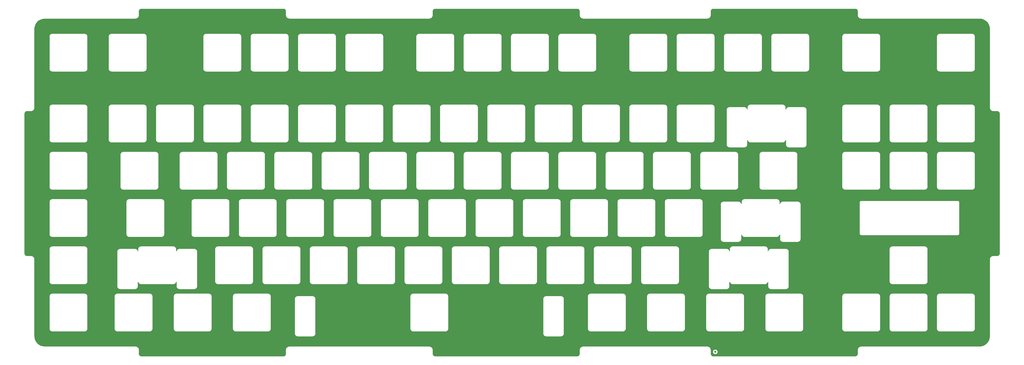
<source format=gbl>
%TF.GenerationSoftware,KiCad,Pcbnew,(5.1.10)-1*%
%TF.CreationDate,2021-11-05T23:31:42-04:00*%
%TF.ProjectId,custom_keyboard plate,63757374-6f6d-45f6-9b65-79626f617264,rev?*%
%TF.SameCoordinates,Original*%
%TF.FileFunction,Copper,L2,Bot*%
%TF.FilePolarity,Positive*%
%FSLAX46Y46*%
G04 Gerber Fmt 4.6, Leading zero omitted, Abs format (unit mm)*
G04 Created by KiCad (PCBNEW (5.1.10)-1) date 2021-11-05 23:31:42*
%MOMM*%
%LPD*%
G01*
G04 APERTURE LIST*
%TA.AperFunction,ViaPad*%
%ADD10C,0.800000*%
%TD*%
%TA.AperFunction,NonConductor*%
%ADD11C,0.254000*%
%TD*%
%TA.AperFunction,NonConductor*%
%ADD12C,0.100000*%
%TD*%
G04 APERTURE END LIST*
D10*
%TO.N,*%
X353990200Y-293669000D03*
%TD*%
D11*
X180344539Y-155476909D02*
X180512529Y-155527628D01*
X180667463Y-155610008D01*
X180803447Y-155720914D01*
X180915300Y-155856122D01*
X180998761Y-156010478D01*
X181050651Y-156178107D01*
X181072301Y-156384101D01*
X181072300Y-157979946D01*
X181075172Y-158009102D01*
X181075138Y-158013925D01*
X181076072Y-158023444D01*
X181092264Y-158177499D01*
X181104743Y-158238293D01*
X181116381Y-158299300D01*
X181119145Y-158308456D01*
X181164952Y-158456432D01*
X181189019Y-158513686D01*
X181212269Y-158571230D01*
X181216754Y-158579666D01*
X181216758Y-158579675D01*
X181216763Y-158579682D01*
X181290435Y-158715935D01*
X181325154Y-158767407D01*
X181359147Y-158819354D01*
X181365191Y-158826766D01*
X181463930Y-158946121D01*
X181507982Y-158989867D01*
X181551420Y-159034224D01*
X181558789Y-159040321D01*
X181678830Y-159138225D01*
X181730535Y-159172578D01*
X181781773Y-159207661D01*
X181790186Y-159212210D01*
X181926958Y-159284932D01*
X181984377Y-159308598D01*
X182041421Y-159333047D01*
X182050557Y-159335876D01*
X182198849Y-159380648D01*
X182259782Y-159392713D01*
X182320480Y-159405615D01*
X182329991Y-159406615D01*
X182484155Y-159421731D01*
X182484163Y-159421731D01*
X182517353Y-159425000D01*
X238937347Y-159425000D01*
X238966503Y-159422128D01*
X238971325Y-159422162D01*
X238980844Y-159421228D01*
X239134899Y-159405036D01*
X239195693Y-159392557D01*
X239256700Y-159380919D01*
X239265856Y-159378155D01*
X239413832Y-159332348D01*
X239471086Y-159308281D01*
X239528630Y-159285031D01*
X239537066Y-159280546D01*
X239537075Y-159280542D01*
X239537082Y-159280537D01*
X239673335Y-159206865D01*
X239724807Y-159172146D01*
X239776754Y-159138153D01*
X239784166Y-159132109D01*
X239903521Y-159033370D01*
X239947267Y-158989318D01*
X239991624Y-158945880D01*
X239997721Y-158938511D01*
X240095625Y-158818470D01*
X240129978Y-158766765D01*
X240165061Y-158715527D01*
X240169610Y-158707114D01*
X240242332Y-158570342D01*
X240265998Y-158512923D01*
X240290447Y-158455879D01*
X240293276Y-158446743D01*
X240338048Y-158298451D01*
X240350113Y-158237518D01*
X240363015Y-158176820D01*
X240364015Y-158167309D01*
X240379131Y-158013145D01*
X240379131Y-158013137D01*
X240382400Y-157979947D01*
X240382400Y-156392405D01*
X240402809Y-156184261D01*
X240453528Y-156016271D01*
X240535908Y-155861337D01*
X240646814Y-155725353D01*
X240782022Y-155613500D01*
X240936378Y-155530039D01*
X241104007Y-155478149D01*
X241309992Y-155456500D01*
X298397695Y-155456500D01*
X298605839Y-155476909D01*
X298773829Y-155527628D01*
X298928763Y-155610008D01*
X299064747Y-155720914D01*
X299176600Y-155856122D01*
X299260061Y-156010478D01*
X299311951Y-156178107D01*
X299333601Y-156384101D01*
X299333600Y-157979946D01*
X299336472Y-158009102D01*
X299336438Y-158013925D01*
X299337372Y-158023444D01*
X299353564Y-158177499D01*
X299366043Y-158238293D01*
X299377681Y-158299300D01*
X299380445Y-158308456D01*
X299426252Y-158456432D01*
X299450319Y-158513686D01*
X299473569Y-158571230D01*
X299478054Y-158579666D01*
X299478058Y-158579675D01*
X299478063Y-158579682D01*
X299551735Y-158715935D01*
X299586454Y-158767407D01*
X299620447Y-158819354D01*
X299626491Y-158826766D01*
X299725230Y-158946121D01*
X299769282Y-158989867D01*
X299812720Y-159034224D01*
X299820089Y-159040321D01*
X299940130Y-159138225D01*
X299991835Y-159172578D01*
X300043073Y-159207661D01*
X300051486Y-159212210D01*
X300188258Y-159284932D01*
X300245677Y-159308598D01*
X300302721Y-159333047D01*
X300311857Y-159335876D01*
X300460149Y-159380648D01*
X300521082Y-159392713D01*
X300581780Y-159405615D01*
X300591291Y-159406615D01*
X300745455Y-159421731D01*
X300745463Y-159421731D01*
X300778653Y-159425000D01*
X350849047Y-159425000D01*
X350878203Y-159422128D01*
X350883025Y-159422162D01*
X350892544Y-159421228D01*
X351046599Y-159405036D01*
X351107393Y-159392557D01*
X351168400Y-159380919D01*
X351177556Y-159378155D01*
X351325532Y-159332348D01*
X351382786Y-159308281D01*
X351440330Y-159285031D01*
X351448766Y-159280546D01*
X351448775Y-159280542D01*
X351448782Y-159280537D01*
X351585035Y-159206865D01*
X351636507Y-159172146D01*
X351688454Y-159138153D01*
X351695866Y-159132109D01*
X351815221Y-159033370D01*
X351858967Y-158989318D01*
X351903324Y-158945880D01*
X351909421Y-158938511D01*
X352007325Y-158818470D01*
X352041678Y-158766765D01*
X352076761Y-158715527D01*
X352081310Y-158707114D01*
X352154032Y-158570342D01*
X352177698Y-158512923D01*
X352202147Y-158455879D01*
X352204976Y-158446743D01*
X352249748Y-158298451D01*
X352261813Y-158237518D01*
X352274715Y-158176820D01*
X352275715Y-158167309D01*
X352290831Y-158013145D01*
X352290831Y-158013137D01*
X352294100Y-157979947D01*
X352294100Y-156392405D01*
X352314509Y-156184261D01*
X352365228Y-156016271D01*
X352447608Y-155861337D01*
X352558514Y-155725353D01*
X352693722Y-155613500D01*
X352848078Y-155530039D01*
X353015707Y-155478149D01*
X353221692Y-155456500D01*
X410309395Y-155456500D01*
X410517539Y-155476909D01*
X410685529Y-155527628D01*
X410840463Y-155610008D01*
X410976447Y-155720914D01*
X411088300Y-155856122D01*
X411171761Y-156010478D01*
X411223651Y-156178107D01*
X411245301Y-156384101D01*
X411245300Y-157979946D01*
X411248172Y-158009102D01*
X411248138Y-158013925D01*
X411249072Y-158023444D01*
X411265264Y-158177499D01*
X411277743Y-158238293D01*
X411289381Y-158299300D01*
X411292145Y-158308456D01*
X411337952Y-158456432D01*
X411362019Y-158513686D01*
X411385269Y-158571230D01*
X411389754Y-158579666D01*
X411389758Y-158579675D01*
X411389763Y-158579682D01*
X411463435Y-158715935D01*
X411498154Y-158767407D01*
X411532147Y-158819354D01*
X411538191Y-158826766D01*
X411636930Y-158946121D01*
X411680982Y-158989867D01*
X411724420Y-159034224D01*
X411731789Y-159040321D01*
X411851830Y-159138225D01*
X411903535Y-159172578D01*
X411954773Y-159207661D01*
X411963186Y-159212210D01*
X412099958Y-159284932D01*
X412157377Y-159308598D01*
X412214421Y-159333047D01*
X412223557Y-159335876D01*
X412371849Y-159380648D01*
X412432782Y-159392713D01*
X412493480Y-159405615D01*
X412502991Y-159406615D01*
X412657155Y-159421731D01*
X412657163Y-159421731D01*
X412690353Y-159425000D01*
X460314600Y-159425000D01*
X461088481Y-159496109D01*
X461806103Y-159698500D01*
X462474822Y-160028276D01*
X463072249Y-160474396D01*
X463578369Y-161021912D01*
X463976238Y-161652496D01*
X464252533Y-162345032D01*
X464400637Y-163089602D01*
X464423201Y-163520152D01*
X464423200Y-195283846D01*
X464426072Y-195313002D01*
X464426038Y-195317825D01*
X464426972Y-195327344D01*
X464443164Y-195481399D01*
X464455643Y-195542193D01*
X464467281Y-195603200D01*
X464470045Y-195612356D01*
X464515852Y-195760332D01*
X464539919Y-195817586D01*
X464563169Y-195875130D01*
X464567654Y-195883566D01*
X464567658Y-195883575D01*
X464567663Y-195883582D01*
X464641335Y-196019835D01*
X464676054Y-196071307D01*
X464710047Y-196123254D01*
X464716091Y-196130666D01*
X464814830Y-196250021D01*
X464858882Y-196293767D01*
X464902320Y-196338124D01*
X464909689Y-196344221D01*
X465029730Y-196442125D01*
X465081435Y-196476478D01*
X465132673Y-196511561D01*
X465141086Y-196516110D01*
X465277858Y-196588832D01*
X465335277Y-196612498D01*
X465392321Y-196636947D01*
X465401457Y-196639776D01*
X465549749Y-196684548D01*
X465610682Y-196696613D01*
X465671380Y-196709515D01*
X465680891Y-196710515D01*
X465835055Y-196725631D01*
X465835063Y-196725631D01*
X465868253Y-196728900D01*
X467455795Y-196728900D01*
X467663939Y-196749309D01*
X467831929Y-196800028D01*
X467986863Y-196882408D01*
X468122847Y-196993314D01*
X468234700Y-197128522D01*
X468318161Y-197282878D01*
X468370051Y-197450507D01*
X468391700Y-197656492D01*
X468391701Y-253950484D01*
X468371291Y-254158638D01*
X468320573Y-254326627D01*
X468238193Y-254481562D01*
X468127286Y-254617547D01*
X467992078Y-254729400D01*
X467837722Y-254812861D01*
X467670093Y-254864751D01*
X467464108Y-254886400D01*
X465868253Y-254886400D01*
X465839097Y-254889272D01*
X465834275Y-254889238D01*
X465824757Y-254890172D01*
X465670701Y-254906364D01*
X465609913Y-254918842D01*
X465548900Y-254930481D01*
X465539744Y-254933245D01*
X465391769Y-254979051D01*
X465334507Y-255003122D01*
X465276970Y-255026369D01*
X465268530Y-255030856D01*
X465268526Y-255030858D01*
X465268525Y-255030859D01*
X465132265Y-255104535D01*
X465080810Y-255139242D01*
X465028845Y-255173247D01*
X465021434Y-255179291D01*
X464902079Y-255278030D01*
X464858333Y-255322082D01*
X464813976Y-255365520D01*
X464807879Y-255372890D01*
X464709975Y-255492930D01*
X464675622Y-255544635D01*
X464640539Y-255595873D01*
X464635990Y-255604286D01*
X464563268Y-255741057D01*
X464539612Y-255798453D01*
X464515152Y-255855521D01*
X464512324Y-255864658D01*
X464467552Y-256012949D01*
X464455487Y-256073882D01*
X464442585Y-256134580D01*
X464441585Y-256144092D01*
X464426469Y-256298255D01*
X464426469Y-256298273D01*
X464423201Y-256331453D01*
X464423200Y-287288000D01*
X464352091Y-288061881D01*
X464149700Y-288779503D01*
X463819923Y-289448225D01*
X463373805Y-290045649D01*
X462826285Y-290551770D01*
X462195697Y-290949642D01*
X461503166Y-291225933D01*
X460758599Y-291374037D01*
X460328067Y-291396600D01*
X412690353Y-291396600D01*
X412661197Y-291399472D01*
X412656375Y-291399438D01*
X412646857Y-291400372D01*
X412492801Y-291416564D01*
X412432013Y-291429042D01*
X412371000Y-291440681D01*
X412361844Y-291443445D01*
X412213869Y-291489251D01*
X412156607Y-291513322D01*
X412099070Y-291536569D01*
X412090630Y-291541056D01*
X412090626Y-291541058D01*
X412090625Y-291541059D01*
X411954365Y-291614735D01*
X411902910Y-291649442D01*
X411850945Y-291683447D01*
X411843534Y-291689491D01*
X411724179Y-291788230D01*
X411680433Y-291832282D01*
X411636076Y-291875720D01*
X411629979Y-291883090D01*
X411532075Y-292003130D01*
X411497717Y-292054843D01*
X411462639Y-292106073D01*
X411458090Y-292114486D01*
X411385368Y-292251257D01*
X411361712Y-292308653D01*
X411337252Y-292365721D01*
X411334424Y-292374858D01*
X411289652Y-292523149D01*
X411277587Y-292584082D01*
X411264685Y-292644780D01*
X411263685Y-292654292D01*
X411248569Y-292808455D01*
X411248569Y-292808464D01*
X411245300Y-292841654D01*
X411245301Y-294429185D01*
X411224891Y-294637338D01*
X411174173Y-294805327D01*
X411091793Y-294960262D01*
X410980886Y-295096247D01*
X410845678Y-295208100D01*
X410691322Y-295291561D01*
X410523693Y-295343451D01*
X410317708Y-295365100D01*
X353230005Y-295365100D01*
X353021862Y-295344691D01*
X352853873Y-295293973D01*
X352698938Y-295211593D01*
X352562953Y-295100686D01*
X352451100Y-294965478D01*
X352367639Y-294811122D01*
X352315749Y-294643493D01*
X352294100Y-294437508D01*
X352294100Y-293567061D01*
X352955200Y-293567061D01*
X352955200Y-293770939D01*
X352994974Y-293970898D01*
X353072995Y-294159256D01*
X353186263Y-294328774D01*
X353330426Y-294472937D01*
X353499944Y-294586205D01*
X353688302Y-294664226D01*
X353888261Y-294704000D01*
X354092139Y-294704000D01*
X354292098Y-294664226D01*
X354480456Y-294586205D01*
X354649974Y-294472937D01*
X354794137Y-294328774D01*
X354907405Y-294159256D01*
X354985426Y-293970898D01*
X355025200Y-293770939D01*
X355025200Y-293567061D01*
X354985426Y-293367102D01*
X354907405Y-293178744D01*
X354794137Y-293009226D01*
X354649974Y-292865063D01*
X354480456Y-292751795D01*
X354292098Y-292673774D01*
X354092139Y-292634000D01*
X353888261Y-292634000D01*
X353688302Y-292673774D01*
X353499944Y-292751795D01*
X353330426Y-292865063D01*
X353186263Y-293009226D01*
X353072995Y-293178744D01*
X352994974Y-293367102D01*
X352955200Y-293567061D01*
X352294100Y-293567061D01*
X352294100Y-292841653D01*
X352291228Y-292812497D01*
X352291262Y-292807675D01*
X352290328Y-292798157D01*
X352274136Y-292644101D01*
X352261658Y-292583313D01*
X352250019Y-292522300D01*
X352247255Y-292513144D01*
X352201449Y-292365169D01*
X352177378Y-292307907D01*
X352154131Y-292250370D01*
X352149641Y-292241925D01*
X352075965Y-292105665D01*
X352041258Y-292054210D01*
X352007253Y-292002245D01*
X352001209Y-291994834D01*
X351902470Y-291875479D01*
X351858418Y-291831733D01*
X351814980Y-291787376D01*
X351807610Y-291781279D01*
X351687570Y-291683375D01*
X351635857Y-291649017D01*
X351584627Y-291613939D01*
X351576214Y-291609390D01*
X351439443Y-291536668D01*
X351382047Y-291513012D01*
X351324979Y-291488552D01*
X351315842Y-291485724D01*
X351167551Y-291440952D01*
X351106618Y-291428887D01*
X351045920Y-291415985D01*
X351036408Y-291414985D01*
X350882245Y-291399869D01*
X350882237Y-291399869D01*
X350849047Y-291396600D01*
X300778653Y-291396600D01*
X300749497Y-291399472D01*
X300744675Y-291399438D01*
X300735157Y-291400372D01*
X300581101Y-291416564D01*
X300520313Y-291429042D01*
X300459300Y-291440681D01*
X300450144Y-291443445D01*
X300302169Y-291489251D01*
X300244907Y-291513322D01*
X300187370Y-291536569D01*
X300178930Y-291541056D01*
X300178926Y-291541058D01*
X300178925Y-291541059D01*
X300042665Y-291614735D01*
X299991210Y-291649442D01*
X299939245Y-291683447D01*
X299931834Y-291689491D01*
X299812479Y-291788230D01*
X299768733Y-291832282D01*
X299724376Y-291875720D01*
X299718279Y-291883090D01*
X299620375Y-292003130D01*
X299586017Y-292054843D01*
X299550939Y-292106073D01*
X299546390Y-292114486D01*
X299473668Y-292251257D01*
X299450012Y-292308653D01*
X299425552Y-292365721D01*
X299422724Y-292374858D01*
X299377952Y-292523149D01*
X299365887Y-292584082D01*
X299352985Y-292644780D01*
X299351985Y-292654292D01*
X299336869Y-292808455D01*
X299336869Y-292808464D01*
X299333600Y-292841654D01*
X299333601Y-294429185D01*
X299313191Y-294637338D01*
X299262473Y-294805327D01*
X299180093Y-294960262D01*
X299069186Y-295096247D01*
X298933978Y-295208100D01*
X298779622Y-295291561D01*
X298611993Y-295343451D01*
X298406008Y-295365100D01*
X241318305Y-295365100D01*
X241110162Y-295344691D01*
X240942173Y-295293973D01*
X240787238Y-295211593D01*
X240651253Y-295100686D01*
X240539400Y-294965478D01*
X240455939Y-294811122D01*
X240404049Y-294643493D01*
X240382400Y-294437508D01*
X240382400Y-292841653D01*
X240379528Y-292812497D01*
X240379562Y-292807675D01*
X240378628Y-292798157D01*
X240362436Y-292644101D01*
X240349958Y-292583313D01*
X240338319Y-292522300D01*
X240335555Y-292513144D01*
X240289749Y-292365169D01*
X240265678Y-292307907D01*
X240242431Y-292250370D01*
X240237941Y-292241925D01*
X240164265Y-292105665D01*
X240129558Y-292054210D01*
X240095553Y-292002245D01*
X240089509Y-291994834D01*
X239990770Y-291875479D01*
X239946718Y-291831733D01*
X239903280Y-291787376D01*
X239895910Y-291781279D01*
X239775870Y-291683375D01*
X239724157Y-291649017D01*
X239672927Y-291613939D01*
X239664514Y-291609390D01*
X239527743Y-291536668D01*
X239470347Y-291513012D01*
X239413279Y-291488552D01*
X239404142Y-291485724D01*
X239255851Y-291440952D01*
X239194918Y-291428887D01*
X239134220Y-291415985D01*
X239124708Y-291414985D01*
X238970545Y-291399869D01*
X238970537Y-291399869D01*
X238937347Y-291396600D01*
X182517353Y-291396600D01*
X182488197Y-291399472D01*
X182483375Y-291399438D01*
X182473857Y-291400372D01*
X182319801Y-291416564D01*
X182259013Y-291429042D01*
X182198000Y-291440681D01*
X182188844Y-291443445D01*
X182040869Y-291489251D01*
X181983607Y-291513322D01*
X181926070Y-291536569D01*
X181917630Y-291541056D01*
X181917626Y-291541058D01*
X181917625Y-291541059D01*
X181781365Y-291614735D01*
X181729910Y-291649442D01*
X181677945Y-291683447D01*
X181670534Y-291689491D01*
X181551179Y-291788230D01*
X181507433Y-291832282D01*
X181463076Y-291875720D01*
X181456979Y-291883090D01*
X181359075Y-292003130D01*
X181324717Y-292054843D01*
X181289639Y-292106073D01*
X181285090Y-292114486D01*
X181212368Y-292251257D01*
X181188712Y-292308653D01*
X181164252Y-292365721D01*
X181161424Y-292374858D01*
X181116652Y-292523149D01*
X181104587Y-292584082D01*
X181091685Y-292644780D01*
X181090685Y-292654292D01*
X181075569Y-292808455D01*
X181075569Y-292808464D01*
X181072300Y-292841654D01*
X181072301Y-294429185D01*
X181051891Y-294637338D01*
X181001173Y-294805327D01*
X180918793Y-294960262D01*
X180807886Y-295096247D01*
X180672678Y-295208100D01*
X180518322Y-295291561D01*
X180350693Y-295343451D01*
X180144708Y-295365100D01*
X123057005Y-295365100D01*
X122848862Y-295344691D01*
X122680873Y-295293973D01*
X122525938Y-295211593D01*
X122389953Y-295100686D01*
X122278100Y-294965478D01*
X122194639Y-294811122D01*
X122142749Y-294643493D01*
X122121100Y-294437508D01*
X122121100Y-292841653D01*
X122118228Y-292812497D01*
X122118262Y-292807675D01*
X122117328Y-292798157D01*
X122101136Y-292644101D01*
X122088658Y-292583313D01*
X122077019Y-292522300D01*
X122074255Y-292513144D01*
X122028449Y-292365169D01*
X122004378Y-292307907D01*
X121981131Y-292250370D01*
X121976641Y-292241925D01*
X121902965Y-292105665D01*
X121868258Y-292054210D01*
X121834253Y-292002245D01*
X121828209Y-291994834D01*
X121729470Y-291875479D01*
X121685418Y-291831733D01*
X121641980Y-291787376D01*
X121634610Y-291781279D01*
X121514570Y-291683375D01*
X121462857Y-291649017D01*
X121411627Y-291613939D01*
X121403214Y-291609390D01*
X121266443Y-291536668D01*
X121209047Y-291513012D01*
X121151979Y-291488552D01*
X121142842Y-291485724D01*
X120994551Y-291440952D01*
X120933618Y-291428887D01*
X120872920Y-291415985D01*
X120863408Y-291414985D01*
X120709245Y-291399869D01*
X120709237Y-291399869D01*
X120676047Y-291396600D01*
X84163600Y-291396600D01*
X83389719Y-291325491D01*
X82672097Y-291123100D01*
X82003375Y-290793323D01*
X81405951Y-290347205D01*
X80899830Y-289799685D01*
X80501958Y-289169097D01*
X80225667Y-288476566D01*
X80077563Y-287731999D01*
X80055000Y-287301467D01*
X80055000Y-271266096D01*
X85922200Y-271266096D01*
X85922201Y-284338305D01*
X85925258Y-284369341D01*
X85925237Y-284372305D01*
X85926238Y-284382518D01*
X85931286Y-284430552D01*
X85932836Y-284446285D01*
X85932995Y-284446810D01*
X85936438Y-284479567D01*
X85949838Y-284544844D01*
X85962316Y-284610259D01*
X85965282Y-284620084D01*
X85994138Y-284713303D01*
X86019980Y-284774778D01*
X86044911Y-284836484D01*
X86049728Y-284845545D01*
X86096141Y-284931383D01*
X86133396Y-284986615D01*
X86169869Y-285042351D01*
X86176355Y-285050304D01*
X86238557Y-285125493D01*
X86285841Y-285172448D01*
X86332430Y-285220024D01*
X86340337Y-285226565D01*
X86340342Y-285226570D01*
X86340348Y-285226574D01*
X86415958Y-285288241D01*
X86471456Y-285325114D01*
X86526419Y-285362748D01*
X86535446Y-285367629D01*
X86621607Y-285413441D01*
X86683213Y-285438833D01*
X86744420Y-285465067D01*
X86754224Y-285468102D01*
X86754228Y-285468103D01*
X86754230Y-285468104D01*
X86754232Y-285468104D01*
X86847642Y-285496307D01*
X86913035Y-285509256D01*
X86978157Y-285523097D01*
X86988348Y-285524168D01*
X86988356Y-285524170D01*
X86988363Y-285524170D01*
X87084889Y-285533634D01*
X87121095Y-285537200D01*
X100193304Y-285537200D01*
X100224349Y-285534142D01*
X100227304Y-285534163D01*
X100237517Y-285533162D01*
X100285400Y-285528129D01*
X100301284Y-285526565D01*
X100301814Y-285526404D01*
X100334566Y-285522962D01*
X100399843Y-285509562D01*
X100465258Y-285497084D01*
X100475083Y-285494118D01*
X100568302Y-285465262D01*
X100629777Y-285439420D01*
X100691483Y-285414489D01*
X100700544Y-285409672D01*
X100786382Y-285363259D01*
X100841614Y-285326004D01*
X100897350Y-285289531D01*
X100905303Y-285283045D01*
X100980492Y-285220843D01*
X101027447Y-285173559D01*
X101075023Y-285126970D01*
X101081564Y-285119063D01*
X101081569Y-285119058D01*
X101081573Y-285119052D01*
X101143240Y-285043442D01*
X101180113Y-284987944D01*
X101217747Y-284932981D01*
X101222628Y-284923954D01*
X101268440Y-284837793D01*
X101293832Y-284776187D01*
X101320066Y-284714980D01*
X101323101Y-284705176D01*
X101351306Y-284611758D01*
X101364255Y-284546365D01*
X101378096Y-284481243D01*
X101379167Y-284471052D01*
X101379169Y-284471044D01*
X101379169Y-284471037D01*
X101388691Y-284373920D01*
X101392199Y-284338305D01*
X101392199Y-271266096D01*
X112115950Y-271266096D01*
X112115951Y-284338305D01*
X112119008Y-284369341D01*
X112118987Y-284372305D01*
X112119988Y-284382518D01*
X112125036Y-284430552D01*
X112126586Y-284446285D01*
X112126745Y-284446810D01*
X112130188Y-284479567D01*
X112143588Y-284544844D01*
X112156066Y-284610259D01*
X112159032Y-284620084D01*
X112187888Y-284713303D01*
X112213730Y-284774778D01*
X112238661Y-284836484D01*
X112243478Y-284845545D01*
X112289891Y-284931383D01*
X112327146Y-284986615D01*
X112363619Y-285042351D01*
X112370105Y-285050304D01*
X112432307Y-285125493D01*
X112479591Y-285172448D01*
X112526180Y-285220024D01*
X112534087Y-285226565D01*
X112534092Y-285226570D01*
X112534098Y-285226574D01*
X112609708Y-285288241D01*
X112665206Y-285325114D01*
X112720169Y-285362748D01*
X112729196Y-285367629D01*
X112815357Y-285413441D01*
X112876963Y-285438833D01*
X112938170Y-285465067D01*
X112947974Y-285468102D01*
X112947978Y-285468103D01*
X112947980Y-285468104D01*
X112947982Y-285468104D01*
X113041392Y-285496307D01*
X113106785Y-285509256D01*
X113171907Y-285523097D01*
X113182098Y-285524168D01*
X113182106Y-285524170D01*
X113182113Y-285524170D01*
X113278639Y-285533634D01*
X113314845Y-285537200D01*
X126387055Y-285537200D01*
X126418100Y-285534142D01*
X126421055Y-285534163D01*
X126431268Y-285533162D01*
X126479151Y-285528129D01*
X126495035Y-285526565D01*
X126495565Y-285526404D01*
X126528317Y-285522962D01*
X126593594Y-285509562D01*
X126659009Y-285497084D01*
X126668834Y-285494118D01*
X126762053Y-285465262D01*
X126823528Y-285439420D01*
X126885234Y-285414489D01*
X126894295Y-285409672D01*
X126980133Y-285363259D01*
X127035365Y-285326004D01*
X127091101Y-285289531D01*
X127099054Y-285283045D01*
X127174243Y-285220843D01*
X127221198Y-285173559D01*
X127268774Y-285126970D01*
X127275315Y-285119063D01*
X127275320Y-285119058D01*
X127275324Y-285119052D01*
X127336991Y-285043442D01*
X127373864Y-284987944D01*
X127411498Y-284932981D01*
X127416379Y-284923954D01*
X127462191Y-284837793D01*
X127487583Y-284776187D01*
X127513817Y-284714980D01*
X127516852Y-284705176D01*
X127545057Y-284611758D01*
X127558006Y-284546365D01*
X127571847Y-284481243D01*
X127572918Y-284471052D01*
X127572920Y-284471044D01*
X127572920Y-284471037D01*
X127582442Y-284373920D01*
X127585950Y-284338305D01*
X127585950Y-271266096D01*
X135928450Y-271266096D01*
X135928451Y-284338305D01*
X135931508Y-284369341D01*
X135931487Y-284372305D01*
X135932488Y-284382518D01*
X135937536Y-284430552D01*
X135939086Y-284446285D01*
X135939245Y-284446810D01*
X135942688Y-284479567D01*
X135956088Y-284544844D01*
X135968566Y-284610259D01*
X135971532Y-284620084D01*
X136000388Y-284713303D01*
X136026230Y-284774778D01*
X136051161Y-284836484D01*
X136055978Y-284845545D01*
X136102391Y-284931383D01*
X136139646Y-284986615D01*
X136176119Y-285042351D01*
X136182605Y-285050304D01*
X136244807Y-285125493D01*
X136292091Y-285172448D01*
X136338680Y-285220024D01*
X136346587Y-285226565D01*
X136346592Y-285226570D01*
X136346598Y-285226574D01*
X136422208Y-285288241D01*
X136477706Y-285325114D01*
X136532669Y-285362748D01*
X136541696Y-285367629D01*
X136627857Y-285413441D01*
X136689463Y-285438833D01*
X136750670Y-285465067D01*
X136760474Y-285468102D01*
X136760478Y-285468103D01*
X136760480Y-285468104D01*
X136760482Y-285468104D01*
X136853892Y-285496307D01*
X136919285Y-285509256D01*
X136984407Y-285523097D01*
X136994598Y-285524168D01*
X136994606Y-285524170D01*
X136994613Y-285524170D01*
X137091139Y-285533634D01*
X137127345Y-285537200D01*
X150199555Y-285537200D01*
X150230600Y-285534142D01*
X150233555Y-285534163D01*
X150243768Y-285533162D01*
X150291651Y-285528129D01*
X150307535Y-285526565D01*
X150308065Y-285526404D01*
X150340817Y-285522962D01*
X150406094Y-285509562D01*
X150471509Y-285497084D01*
X150481334Y-285494118D01*
X150574553Y-285465262D01*
X150636028Y-285439420D01*
X150697734Y-285414489D01*
X150706795Y-285409672D01*
X150792633Y-285363259D01*
X150847865Y-285326004D01*
X150903601Y-285289531D01*
X150911554Y-285283045D01*
X150986743Y-285220843D01*
X151033698Y-285173559D01*
X151081274Y-285126970D01*
X151087815Y-285119063D01*
X151087820Y-285119058D01*
X151087824Y-285119052D01*
X151149491Y-285043442D01*
X151186364Y-284987944D01*
X151223998Y-284932981D01*
X151228879Y-284923954D01*
X151274691Y-284837793D01*
X151300083Y-284776187D01*
X151326317Y-284714980D01*
X151329352Y-284705176D01*
X151357557Y-284611758D01*
X151370506Y-284546365D01*
X151384347Y-284481243D01*
X151385418Y-284471052D01*
X151385420Y-284471044D01*
X151385420Y-284471037D01*
X151394942Y-284373920D01*
X151398450Y-284338305D01*
X151398450Y-271266096D01*
X159740950Y-271266096D01*
X159740951Y-284338305D01*
X159744008Y-284369341D01*
X159743987Y-284372305D01*
X159744988Y-284382518D01*
X159750036Y-284430552D01*
X159751586Y-284446285D01*
X159751745Y-284446810D01*
X159755188Y-284479567D01*
X159768588Y-284544844D01*
X159781066Y-284610259D01*
X159784032Y-284620084D01*
X159812888Y-284713303D01*
X159838730Y-284774778D01*
X159863661Y-284836484D01*
X159868478Y-284845545D01*
X159914891Y-284931383D01*
X159952146Y-284986615D01*
X159988619Y-285042351D01*
X159995105Y-285050304D01*
X160057307Y-285125493D01*
X160104591Y-285172448D01*
X160151180Y-285220024D01*
X160159087Y-285226565D01*
X160159092Y-285226570D01*
X160159098Y-285226574D01*
X160234708Y-285288241D01*
X160290206Y-285325114D01*
X160345169Y-285362748D01*
X160354196Y-285367629D01*
X160440357Y-285413441D01*
X160501963Y-285438833D01*
X160563170Y-285465067D01*
X160572974Y-285468102D01*
X160572978Y-285468103D01*
X160572980Y-285468104D01*
X160572982Y-285468104D01*
X160666392Y-285496307D01*
X160731785Y-285509256D01*
X160796907Y-285523097D01*
X160807098Y-285524168D01*
X160807106Y-285524170D01*
X160807113Y-285524170D01*
X160903639Y-285533634D01*
X160939845Y-285537200D01*
X174012055Y-285537200D01*
X174043100Y-285534142D01*
X174046055Y-285534163D01*
X174056268Y-285533162D01*
X174104151Y-285528129D01*
X174120035Y-285526565D01*
X174120565Y-285526404D01*
X174153317Y-285522962D01*
X174218594Y-285509562D01*
X174284009Y-285497084D01*
X174293834Y-285494118D01*
X174387053Y-285465262D01*
X174448528Y-285439420D01*
X174510234Y-285414489D01*
X174519295Y-285409672D01*
X174605133Y-285363259D01*
X174660365Y-285326004D01*
X174716101Y-285289531D01*
X174724054Y-285283045D01*
X174799243Y-285220843D01*
X174846198Y-285173559D01*
X174893774Y-285126970D01*
X174900315Y-285119063D01*
X174900320Y-285119058D01*
X174900324Y-285119052D01*
X174961991Y-285043442D01*
X174998864Y-284987944D01*
X175036498Y-284932981D01*
X175041379Y-284923954D01*
X175087191Y-284837793D01*
X175112583Y-284776187D01*
X175138817Y-284714980D01*
X175141852Y-284705176D01*
X175170057Y-284611758D01*
X175183006Y-284546365D01*
X175196847Y-284481243D01*
X175197918Y-284471052D01*
X175197920Y-284471044D01*
X175197920Y-284471037D01*
X175207442Y-284373920D01*
X175210950Y-284338305D01*
X175210950Y-272266096D01*
X184678450Y-272266096D01*
X184678451Y-286338305D01*
X184681508Y-286369341D01*
X184681487Y-286372305D01*
X184682488Y-286382518D01*
X184687536Y-286430552D01*
X184689086Y-286446285D01*
X184689245Y-286446810D01*
X184692688Y-286479567D01*
X184706088Y-286544844D01*
X184718566Y-286610259D01*
X184721532Y-286620084D01*
X184750388Y-286713303D01*
X184776230Y-286774778D01*
X184801161Y-286836484D01*
X184805978Y-286845545D01*
X184852391Y-286931383D01*
X184889646Y-286986615D01*
X184926119Y-287042351D01*
X184932605Y-287050304D01*
X184994807Y-287125493D01*
X185042091Y-287172448D01*
X185088680Y-287220024D01*
X185096587Y-287226565D01*
X185096592Y-287226570D01*
X185096598Y-287226574D01*
X185172208Y-287288241D01*
X185227706Y-287325114D01*
X185282669Y-287362748D01*
X185291696Y-287367629D01*
X185377857Y-287413441D01*
X185439463Y-287438833D01*
X185500670Y-287465067D01*
X185510474Y-287468102D01*
X185510478Y-287468103D01*
X185510480Y-287468104D01*
X185510482Y-287468104D01*
X185603892Y-287496307D01*
X185669285Y-287509256D01*
X185734407Y-287523097D01*
X185744598Y-287524168D01*
X185744606Y-287524170D01*
X185744613Y-287524170D01*
X185841139Y-287533634D01*
X185877345Y-287537200D01*
X191949555Y-287537200D01*
X191980600Y-287534142D01*
X191983555Y-287534163D01*
X191993768Y-287533162D01*
X192041651Y-287528129D01*
X192057535Y-287526565D01*
X192058065Y-287526404D01*
X192090817Y-287522962D01*
X192156094Y-287509562D01*
X192221509Y-287497084D01*
X192231334Y-287494118D01*
X192324553Y-287465262D01*
X192386028Y-287439420D01*
X192447734Y-287414489D01*
X192456795Y-287409672D01*
X192542633Y-287363259D01*
X192597865Y-287326004D01*
X192653601Y-287289531D01*
X192661554Y-287283045D01*
X192736743Y-287220843D01*
X192783698Y-287173559D01*
X192831274Y-287126970D01*
X192837815Y-287119063D01*
X192837820Y-287119058D01*
X192837824Y-287119052D01*
X192899491Y-287043442D01*
X192936364Y-286987944D01*
X192973998Y-286932981D01*
X192978879Y-286923954D01*
X193024691Y-286837793D01*
X193050083Y-286776187D01*
X193076317Y-286714980D01*
X193079352Y-286705176D01*
X193107557Y-286611758D01*
X193120506Y-286546365D01*
X193134347Y-286481243D01*
X193135418Y-286471052D01*
X193135420Y-286471044D01*
X193135420Y-286471037D01*
X193144942Y-286373920D01*
X193148450Y-286338305D01*
X193148450Y-272266095D01*
X193145392Y-272235050D01*
X193145413Y-272232095D01*
X193144412Y-272221882D01*
X193139380Y-272174007D01*
X193137815Y-272158115D01*
X193137654Y-272157585D01*
X193134212Y-272124834D01*
X193120814Y-272059564D01*
X193108334Y-271994141D01*
X193105368Y-271984316D01*
X193076512Y-271891097D01*
X193050675Y-271829634D01*
X193025739Y-271767916D01*
X193020922Y-271758855D01*
X192974509Y-271673017D01*
X192937239Y-271617762D01*
X192900781Y-271562049D01*
X192894295Y-271554096D01*
X192832093Y-271478907D01*
X192784809Y-271431952D01*
X192738220Y-271384376D01*
X192730313Y-271377834D01*
X192654692Y-271316159D01*
X192599171Y-271279270D01*
X192579931Y-271266096D01*
X231178450Y-271266096D01*
X231178451Y-284338305D01*
X231181508Y-284369341D01*
X231181487Y-284372305D01*
X231182488Y-284382518D01*
X231187536Y-284430552D01*
X231189086Y-284446285D01*
X231189245Y-284446810D01*
X231192688Y-284479567D01*
X231206088Y-284544844D01*
X231218566Y-284610259D01*
X231221532Y-284620084D01*
X231250388Y-284713303D01*
X231276230Y-284774778D01*
X231301161Y-284836484D01*
X231305978Y-284845545D01*
X231352391Y-284931383D01*
X231389646Y-284986615D01*
X231426119Y-285042351D01*
X231432605Y-285050304D01*
X231494807Y-285125493D01*
X231542091Y-285172448D01*
X231588680Y-285220024D01*
X231596587Y-285226565D01*
X231596592Y-285226570D01*
X231596598Y-285226574D01*
X231672208Y-285288241D01*
X231727706Y-285325114D01*
X231782669Y-285362748D01*
X231791696Y-285367629D01*
X231877857Y-285413441D01*
X231939463Y-285438833D01*
X232000670Y-285465067D01*
X232010474Y-285468102D01*
X232010478Y-285468103D01*
X232010480Y-285468104D01*
X232010482Y-285468104D01*
X232103892Y-285496307D01*
X232169285Y-285509256D01*
X232234407Y-285523097D01*
X232244598Y-285524168D01*
X232244606Y-285524170D01*
X232244613Y-285524170D01*
X232341139Y-285533634D01*
X232377345Y-285537200D01*
X245449555Y-285537200D01*
X245480600Y-285534142D01*
X245483555Y-285534163D01*
X245493768Y-285533162D01*
X245541651Y-285528129D01*
X245557535Y-285526565D01*
X245558065Y-285526404D01*
X245590817Y-285522962D01*
X245656094Y-285509562D01*
X245721509Y-285497084D01*
X245731334Y-285494118D01*
X245824553Y-285465262D01*
X245886028Y-285439420D01*
X245947734Y-285414489D01*
X245956795Y-285409672D01*
X246042633Y-285363259D01*
X246097865Y-285326004D01*
X246153601Y-285289531D01*
X246161554Y-285283045D01*
X246236743Y-285220843D01*
X246283698Y-285173559D01*
X246331274Y-285126970D01*
X246337815Y-285119063D01*
X246337820Y-285119058D01*
X246337824Y-285119052D01*
X246399491Y-285043442D01*
X246436364Y-284987944D01*
X246473998Y-284932981D01*
X246478879Y-284923954D01*
X246524691Y-284837793D01*
X246550083Y-284776187D01*
X246576317Y-284714980D01*
X246579352Y-284705176D01*
X246607557Y-284611758D01*
X246620506Y-284546365D01*
X246634347Y-284481243D01*
X246635418Y-284471052D01*
X246635420Y-284471044D01*
X246635420Y-284471037D01*
X246644942Y-284373920D01*
X246648450Y-284338305D01*
X246648450Y-272266096D01*
X284678450Y-272266096D01*
X284678451Y-286338305D01*
X284681508Y-286369341D01*
X284681487Y-286372305D01*
X284682488Y-286382518D01*
X284687536Y-286430552D01*
X284689086Y-286446285D01*
X284689245Y-286446810D01*
X284692688Y-286479567D01*
X284706088Y-286544844D01*
X284718566Y-286610259D01*
X284721532Y-286620084D01*
X284750388Y-286713303D01*
X284776230Y-286774778D01*
X284801161Y-286836484D01*
X284805978Y-286845545D01*
X284852391Y-286931383D01*
X284889646Y-286986615D01*
X284926119Y-287042351D01*
X284932605Y-287050304D01*
X284994807Y-287125493D01*
X285042091Y-287172448D01*
X285088680Y-287220024D01*
X285096587Y-287226565D01*
X285096592Y-287226570D01*
X285096598Y-287226574D01*
X285172208Y-287288241D01*
X285227706Y-287325114D01*
X285282669Y-287362748D01*
X285291696Y-287367629D01*
X285377857Y-287413441D01*
X285439463Y-287438833D01*
X285500670Y-287465067D01*
X285510474Y-287468102D01*
X285510478Y-287468103D01*
X285510480Y-287468104D01*
X285510482Y-287468104D01*
X285603892Y-287496307D01*
X285669285Y-287509256D01*
X285734407Y-287523097D01*
X285744598Y-287524168D01*
X285744606Y-287524170D01*
X285744613Y-287524170D01*
X285841139Y-287533634D01*
X285877345Y-287537200D01*
X291949555Y-287537200D01*
X291980600Y-287534142D01*
X291983555Y-287534163D01*
X291993768Y-287533162D01*
X292041651Y-287528129D01*
X292057535Y-287526565D01*
X292058065Y-287526404D01*
X292090817Y-287522962D01*
X292156094Y-287509562D01*
X292221509Y-287497084D01*
X292231334Y-287494118D01*
X292324553Y-287465262D01*
X292386028Y-287439420D01*
X292447734Y-287414489D01*
X292456795Y-287409672D01*
X292542633Y-287363259D01*
X292597865Y-287326004D01*
X292653601Y-287289531D01*
X292661554Y-287283045D01*
X292736743Y-287220843D01*
X292783698Y-287173559D01*
X292831274Y-287126970D01*
X292837815Y-287119063D01*
X292837820Y-287119058D01*
X292837824Y-287119052D01*
X292899491Y-287043442D01*
X292936364Y-286987944D01*
X292973998Y-286932981D01*
X292978879Y-286923954D01*
X293024691Y-286837793D01*
X293050083Y-286776187D01*
X293076317Y-286714980D01*
X293079352Y-286705176D01*
X293107557Y-286611758D01*
X293120506Y-286546365D01*
X293134347Y-286481243D01*
X293135418Y-286471052D01*
X293135420Y-286471044D01*
X293135420Y-286471037D01*
X293144942Y-286373920D01*
X293148450Y-286338305D01*
X293148450Y-272266095D01*
X293145392Y-272235050D01*
X293145413Y-272232095D01*
X293144412Y-272221882D01*
X293139380Y-272174007D01*
X293137815Y-272158115D01*
X293137654Y-272157585D01*
X293134212Y-272124834D01*
X293120814Y-272059564D01*
X293108334Y-271994141D01*
X293105368Y-271984316D01*
X293076512Y-271891097D01*
X293050675Y-271829634D01*
X293025739Y-271767916D01*
X293020922Y-271758855D01*
X292974509Y-271673017D01*
X292937239Y-271617762D01*
X292900781Y-271562049D01*
X292894295Y-271554096D01*
X292832093Y-271478907D01*
X292784809Y-271431952D01*
X292738220Y-271384376D01*
X292730313Y-271377834D01*
X292654692Y-271316159D01*
X292599171Y-271279270D01*
X292579931Y-271266096D01*
X302615950Y-271266096D01*
X302615951Y-284338305D01*
X302619008Y-284369341D01*
X302618987Y-284372305D01*
X302619988Y-284382518D01*
X302625036Y-284430552D01*
X302626586Y-284446285D01*
X302626745Y-284446810D01*
X302630188Y-284479567D01*
X302643588Y-284544844D01*
X302656066Y-284610259D01*
X302659032Y-284620084D01*
X302687888Y-284713303D01*
X302713730Y-284774778D01*
X302738661Y-284836484D01*
X302743478Y-284845545D01*
X302789891Y-284931383D01*
X302827146Y-284986615D01*
X302863619Y-285042351D01*
X302870105Y-285050304D01*
X302932307Y-285125493D01*
X302979591Y-285172448D01*
X303026180Y-285220024D01*
X303034087Y-285226565D01*
X303034092Y-285226570D01*
X303034098Y-285226574D01*
X303109708Y-285288241D01*
X303165206Y-285325114D01*
X303220169Y-285362748D01*
X303229196Y-285367629D01*
X303315357Y-285413441D01*
X303376963Y-285438833D01*
X303438170Y-285465067D01*
X303447974Y-285468102D01*
X303447978Y-285468103D01*
X303447980Y-285468104D01*
X303447982Y-285468104D01*
X303541392Y-285496307D01*
X303606785Y-285509256D01*
X303671907Y-285523097D01*
X303682098Y-285524168D01*
X303682106Y-285524170D01*
X303682113Y-285524170D01*
X303778639Y-285533634D01*
X303814845Y-285537200D01*
X316887055Y-285537200D01*
X316918100Y-285534142D01*
X316921055Y-285534163D01*
X316931268Y-285533162D01*
X316979151Y-285528129D01*
X316995035Y-285526565D01*
X316995565Y-285526404D01*
X317028317Y-285522962D01*
X317093594Y-285509562D01*
X317159009Y-285497084D01*
X317168834Y-285494118D01*
X317262053Y-285465262D01*
X317323528Y-285439420D01*
X317385234Y-285414489D01*
X317394295Y-285409672D01*
X317480133Y-285363259D01*
X317535365Y-285326004D01*
X317591101Y-285289531D01*
X317599054Y-285283045D01*
X317674243Y-285220843D01*
X317721198Y-285173559D01*
X317768774Y-285126970D01*
X317775315Y-285119063D01*
X317775320Y-285119058D01*
X317775324Y-285119052D01*
X317836991Y-285043442D01*
X317873864Y-284987944D01*
X317911498Y-284932981D01*
X317916379Y-284923954D01*
X317962191Y-284837793D01*
X317987583Y-284776187D01*
X318013817Y-284714980D01*
X318016852Y-284705176D01*
X318045057Y-284611758D01*
X318058006Y-284546365D01*
X318071847Y-284481243D01*
X318072918Y-284471052D01*
X318072920Y-284471044D01*
X318072920Y-284471037D01*
X318082442Y-284373920D01*
X318085950Y-284338305D01*
X318085950Y-271266096D01*
X326428450Y-271266096D01*
X326428451Y-284338305D01*
X326431508Y-284369341D01*
X326431487Y-284372305D01*
X326432488Y-284382518D01*
X326437536Y-284430552D01*
X326439086Y-284446285D01*
X326439245Y-284446810D01*
X326442688Y-284479567D01*
X326456088Y-284544844D01*
X326468566Y-284610259D01*
X326471532Y-284620084D01*
X326500388Y-284713303D01*
X326526230Y-284774778D01*
X326551161Y-284836484D01*
X326555978Y-284845545D01*
X326602391Y-284931383D01*
X326639646Y-284986615D01*
X326676119Y-285042351D01*
X326682605Y-285050304D01*
X326744807Y-285125493D01*
X326792091Y-285172448D01*
X326838680Y-285220024D01*
X326846587Y-285226565D01*
X326846592Y-285226570D01*
X326846598Y-285226574D01*
X326922208Y-285288241D01*
X326977706Y-285325114D01*
X327032669Y-285362748D01*
X327041696Y-285367629D01*
X327127857Y-285413441D01*
X327189463Y-285438833D01*
X327250670Y-285465067D01*
X327260474Y-285468102D01*
X327260478Y-285468103D01*
X327260480Y-285468104D01*
X327260482Y-285468104D01*
X327353892Y-285496307D01*
X327419285Y-285509256D01*
X327484407Y-285523097D01*
X327494598Y-285524168D01*
X327494606Y-285524170D01*
X327494613Y-285524170D01*
X327591139Y-285533634D01*
X327627345Y-285537200D01*
X340699555Y-285537200D01*
X340730600Y-285534142D01*
X340733555Y-285534163D01*
X340743768Y-285533162D01*
X340791651Y-285528129D01*
X340807535Y-285526565D01*
X340808065Y-285526404D01*
X340840817Y-285522962D01*
X340906094Y-285509562D01*
X340971509Y-285497084D01*
X340981334Y-285494118D01*
X341074553Y-285465262D01*
X341136028Y-285439420D01*
X341197734Y-285414489D01*
X341206795Y-285409672D01*
X341292633Y-285363259D01*
X341347865Y-285326004D01*
X341403601Y-285289531D01*
X341411554Y-285283045D01*
X341486743Y-285220843D01*
X341533698Y-285173559D01*
X341581274Y-285126970D01*
X341587815Y-285119063D01*
X341587820Y-285119058D01*
X341587824Y-285119052D01*
X341649491Y-285043442D01*
X341686364Y-284987944D01*
X341723998Y-284932981D01*
X341728879Y-284923954D01*
X341774691Y-284837793D01*
X341800083Y-284776187D01*
X341826317Y-284714980D01*
X341829352Y-284705176D01*
X341857557Y-284611758D01*
X341870506Y-284546365D01*
X341884347Y-284481243D01*
X341885418Y-284471052D01*
X341885420Y-284471044D01*
X341885420Y-284471037D01*
X341894942Y-284373920D01*
X341898450Y-284338305D01*
X341898450Y-271266096D01*
X350240950Y-271266096D01*
X350240951Y-284338305D01*
X350244008Y-284369341D01*
X350243987Y-284372305D01*
X350244988Y-284382518D01*
X350250036Y-284430552D01*
X350251586Y-284446285D01*
X350251745Y-284446810D01*
X350255188Y-284479567D01*
X350268588Y-284544844D01*
X350281066Y-284610259D01*
X350284032Y-284620084D01*
X350312888Y-284713303D01*
X350338730Y-284774778D01*
X350363661Y-284836484D01*
X350368478Y-284845545D01*
X350414891Y-284931383D01*
X350452146Y-284986615D01*
X350488619Y-285042351D01*
X350495105Y-285050304D01*
X350557307Y-285125493D01*
X350604591Y-285172448D01*
X350651180Y-285220024D01*
X350659087Y-285226565D01*
X350659092Y-285226570D01*
X350659098Y-285226574D01*
X350734708Y-285288241D01*
X350790206Y-285325114D01*
X350845169Y-285362748D01*
X350854196Y-285367629D01*
X350940357Y-285413441D01*
X351001963Y-285438833D01*
X351063170Y-285465067D01*
X351072974Y-285468102D01*
X351072978Y-285468103D01*
X351072980Y-285468104D01*
X351072982Y-285468104D01*
X351166392Y-285496307D01*
X351231785Y-285509256D01*
X351296907Y-285523097D01*
X351307098Y-285524168D01*
X351307106Y-285524170D01*
X351307113Y-285524170D01*
X351403639Y-285533634D01*
X351439845Y-285537200D01*
X364512055Y-285537200D01*
X364543100Y-285534142D01*
X364546055Y-285534163D01*
X364556268Y-285533162D01*
X364604151Y-285528129D01*
X364620035Y-285526565D01*
X364620565Y-285526404D01*
X364653317Y-285522962D01*
X364718594Y-285509562D01*
X364784009Y-285497084D01*
X364793834Y-285494118D01*
X364887053Y-285465262D01*
X364948528Y-285439420D01*
X365010234Y-285414489D01*
X365019295Y-285409672D01*
X365105133Y-285363259D01*
X365160365Y-285326004D01*
X365216101Y-285289531D01*
X365224054Y-285283045D01*
X365299243Y-285220843D01*
X365346198Y-285173559D01*
X365393774Y-285126970D01*
X365400315Y-285119063D01*
X365400320Y-285119058D01*
X365400324Y-285119052D01*
X365461991Y-285043442D01*
X365498864Y-284987944D01*
X365536498Y-284932981D01*
X365541379Y-284923954D01*
X365587191Y-284837793D01*
X365612583Y-284776187D01*
X365638817Y-284714980D01*
X365641852Y-284705176D01*
X365670057Y-284611758D01*
X365683006Y-284546365D01*
X365696847Y-284481243D01*
X365697918Y-284471052D01*
X365697920Y-284471044D01*
X365697920Y-284471037D01*
X365707442Y-284373920D01*
X365710950Y-284338305D01*
X365710950Y-271266096D01*
X374053450Y-271266096D01*
X374053451Y-284338305D01*
X374056508Y-284369341D01*
X374056487Y-284372305D01*
X374057488Y-284382518D01*
X374062536Y-284430552D01*
X374064086Y-284446285D01*
X374064245Y-284446810D01*
X374067688Y-284479567D01*
X374081088Y-284544844D01*
X374093566Y-284610259D01*
X374096532Y-284620084D01*
X374125388Y-284713303D01*
X374151230Y-284774778D01*
X374176161Y-284836484D01*
X374180978Y-284845545D01*
X374227391Y-284931383D01*
X374264646Y-284986615D01*
X374301119Y-285042351D01*
X374307605Y-285050304D01*
X374369807Y-285125493D01*
X374417091Y-285172448D01*
X374463680Y-285220024D01*
X374471587Y-285226565D01*
X374471592Y-285226570D01*
X374471598Y-285226574D01*
X374547208Y-285288241D01*
X374602706Y-285325114D01*
X374657669Y-285362748D01*
X374666696Y-285367629D01*
X374752857Y-285413441D01*
X374814463Y-285438833D01*
X374875670Y-285465067D01*
X374885474Y-285468102D01*
X374885478Y-285468103D01*
X374885480Y-285468104D01*
X374885482Y-285468104D01*
X374978892Y-285496307D01*
X375044285Y-285509256D01*
X375109407Y-285523097D01*
X375119598Y-285524168D01*
X375119606Y-285524170D01*
X375119613Y-285524170D01*
X375216139Y-285533634D01*
X375252345Y-285537200D01*
X388324555Y-285537200D01*
X388355600Y-285534142D01*
X388358555Y-285534163D01*
X388368768Y-285533162D01*
X388416651Y-285528129D01*
X388432535Y-285526565D01*
X388433065Y-285526404D01*
X388465817Y-285522962D01*
X388531094Y-285509562D01*
X388596509Y-285497084D01*
X388606334Y-285494118D01*
X388699553Y-285465262D01*
X388761028Y-285439420D01*
X388822734Y-285414489D01*
X388831795Y-285409672D01*
X388917633Y-285363259D01*
X388972865Y-285326004D01*
X389028601Y-285289531D01*
X389036554Y-285283045D01*
X389111743Y-285220843D01*
X389158698Y-285173559D01*
X389206274Y-285126970D01*
X389212815Y-285119063D01*
X389212820Y-285119058D01*
X389212824Y-285119052D01*
X389274491Y-285043442D01*
X389311364Y-284987944D01*
X389348998Y-284932981D01*
X389353879Y-284923954D01*
X389399691Y-284837793D01*
X389425083Y-284776187D01*
X389451317Y-284714980D01*
X389454352Y-284705176D01*
X389482557Y-284611758D01*
X389495506Y-284546365D01*
X389509347Y-284481243D01*
X389510418Y-284471052D01*
X389510420Y-284471044D01*
X389510420Y-284471037D01*
X389519942Y-284373920D01*
X389523450Y-284338305D01*
X389523450Y-271266096D01*
X405009700Y-271266096D01*
X405009701Y-284338305D01*
X405012758Y-284369341D01*
X405012737Y-284372305D01*
X405013738Y-284382518D01*
X405018786Y-284430552D01*
X405020336Y-284446285D01*
X405020495Y-284446810D01*
X405023938Y-284479567D01*
X405037338Y-284544844D01*
X405049816Y-284610259D01*
X405052782Y-284620084D01*
X405081638Y-284713303D01*
X405107480Y-284774778D01*
X405132411Y-284836484D01*
X405137228Y-284845545D01*
X405183641Y-284931383D01*
X405220896Y-284986615D01*
X405257369Y-285042351D01*
X405263855Y-285050304D01*
X405326057Y-285125493D01*
X405373341Y-285172448D01*
X405419930Y-285220024D01*
X405427837Y-285226565D01*
X405427842Y-285226570D01*
X405427848Y-285226574D01*
X405503458Y-285288241D01*
X405558956Y-285325114D01*
X405613919Y-285362748D01*
X405622946Y-285367629D01*
X405709107Y-285413441D01*
X405770713Y-285438833D01*
X405831920Y-285465067D01*
X405841724Y-285468102D01*
X405841728Y-285468103D01*
X405841730Y-285468104D01*
X405841732Y-285468104D01*
X405935142Y-285496307D01*
X406000535Y-285509256D01*
X406065657Y-285523097D01*
X406075848Y-285524168D01*
X406075856Y-285524170D01*
X406075863Y-285524170D01*
X406172389Y-285533634D01*
X406208595Y-285537200D01*
X419280805Y-285537200D01*
X419311850Y-285534142D01*
X419314805Y-285534163D01*
X419325018Y-285533162D01*
X419372901Y-285528129D01*
X419388785Y-285526565D01*
X419389315Y-285526404D01*
X419422067Y-285522962D01*
X419487344Y-285509562D01*
X419552759Y-285497084D01*
X419562584Y-285494118D01*
X419655803Y-285465262D01*
X419717278Y-285439420D01*
X419778984Y-285414489D01*
X419788045Y-285409672D01*
X419873883Y-285363259D01*
X419929115Y-285326004D01*
X419984851Y-285289531D01*
X419992804Y-285283045D01*
X420067993Y-285220843D01*
X420114948Y-285173559D01*
X420162524Y-285126970D01*
X420169065Y-285119063D01*
X420169070Y-285119058D01*
X420169074Y-285119052D01*
X420230741Y-285043442D01*
X420267614Y-284987944D01*
X420305248Y-284932981D01*
X420310129Y-284923954D01*
X420355941Y-284837793D01*
X420381333Y-284776187D01*
X420407567Y-284714980D01*
X420410602Y-284705176D01*
X420438807Y-284611758D01*
X420451756Y-284546365D01*
X420465597Y-284481243D01*
X420466668Y-284471052D01*
X420466670Y-284471044D01*
X420466670Y-284471037D01*
X420476192Y-284373920D01*
X420479700Y-284338305D01*
X420479700Y-271266096D01*
X424059700Y-271266096D01*
X424059701Y-284338305D01*
X424062758Y-284369341D01*
X424062737Y-284372305D01*
X424063738Y-284382518D01*
X424068786Y-284430552D01*
X424070336Y-284446285D01*
X424070495Y-284446810D01*
X424073938Y-284479567D01*
X424087338Y-284544844D01*
X424099816Y-284610259D01*
X424102782Y-284620084D01*
X424131638Y-284713303D01*
X424157480Y-284774778D01*
X424182411Y-284836484D01*
X424187228Y-284845545D01*
X424233641Y-284931383D01*
X424270896Y-284986615D01*
X424307369Y-285042351D01*
X424313855Y-285050304D01*
X424376057Y-285125493D01*
X424423341Y-285172448D01*
X424469930Y-285220024D01*
X424477837Y-285226565D01*
X424477842Y-285226570D01*
X424477848Y-285226574D01*
X424553458Y-285288241D01*
X424608956Y-285325114D01*
X424663919Y-285362748D01*
X424672946Y-285367629D01*
X424759107Y-285413441D01*
X424820713Y-285438833D01*
X424881920Y-285465067D01*
X424891724Y-285468102D01*
X424891728Y-285468103D01*
X424891730Y-285468104D01*
X424891732Y-285468104D01*
X424985142Y-285496307D01*
X425050535Y-285509256D01*
X425115657Y-285523097D01*
X425125848Y-285524168D01*
X425125856Y-285524170D01*
X425125863Y-285524170D01*
X425222389Y-285533634D01*
X425258595Y-285537200D01*
X438330805Y-285537200D01*
X438361850Y-285534142D01*
X438364805Y-285534163D01*
X438375018Y-285533162D01*
X438422901Y-285528129D01*
X438438785Y-285526565D01*
X438439315Y-285526404D01*
X438472067Y-285522962D01*
X438537344Y-285509562D01*
X438602759Y-285497084D01*
X438612584Y-285494118D01*
X438705803Y-285465262D01*
X438767278Y-285439420D01*
X438828984Y-285414489D01*
X438838045Y-285409672D01*
X438923883Y-285363259D01*
X438979115Y-285326004D01*
X439034851Y-285289531D01*
X439042804Y-285283045D01*
X439117993Y-285220843D01*
X439164948Y-285173559D01*
X439212524Y-285126970D01*
X439219065Y-285119063D01*
X439219070Y-285119058D01*
X439219074Y-285119052D01*
X439280741Y-285043442D01*
X439317614Y-284987944D01*
X439355248Y-284932981D01*
X439360129Y-284923954D01*
X439405941Y-284837793D01*
X439431333Y-284776187D01*
X439457567Y-284714980D01*
X439460602Y-284705176D01*
X439488807Y-284611758D01*
X439501756Y-284546365D01*
X439515597Y-284481243D01*
X439516668Y-284471052D01*
X439516670Y-284471044D01*
X439516670Y-284471037D01*
X439526192Y-284373920D01*
X439529700Y-284338305D01*
X439529700Y-271266096D01*
X443109700Y-271266096D01*
X443109701Y-284338305D01*
X443112758Y-284369341D01*
X443112737Y-284372305D01*
X443113738Y-284382518D01*
X443118786Y-284430552D01*
X443120336Y-284446285D01*
X443120495Y-284446810D01*
X443123938Y-284479567D01*
X443137338Y-284544844D01*
X443149816Y-284610259D01*
X443152782Y-284620084D01*
X443181638Y-284713303D01*
X443207480Y-284774778D01*
X443232411Y-284836484D01*
X443237228Y-284845545D01*
X443283641Y-284931383D01*
X443320896Y-284986615D01*
X443357369Y-285042351D01*
X443363855Y-285050304D01*
X443426057Y-285125493D01*
X443473341Y-285172448D01*
X443519930Y-285220024D01*
X443527837Y-285226565D01*
X443527842Y-285226570D01*
X443527848Y-285226574D01*
X443603458Y-285288241D01*
X443658956Y-285325114D01*
X443713919Y-285362748D01*
X443722946Y-285367629D01*
X443809107Y-285413441D01*
X443870713Y-285438833D01*
X443931920Y-285465067D01*
X443941724Y-285468102D01*
X443941728Y-285468103D01*
X443941730Y-285468104D01*
X443941732Y-285468104D01*
X444035142Y-285496307D01*
X444100535Y-285509256D01*
X444165657Y-285523097D01*
X444175848Y-285524168D01*
X444175856Y-285524170D01*
X444175863Y-285524170D01*
X444272389Y-285533634D01*
X444308595Y-285537200D01*
X457380805Y-285537200D01*
X457411850Y-285534142D01*
X457414805Y-285534163D01*
X457425018Y-285533162D01*
X457472901Y-285528129D01*
X457488785Y-285526565D01*
X457489315Y-285526404D01*
X457522067Y-285522962D01*
X457587344Y-285509562D01*
X457652759Y-285497084D01*
X457662584Y-285494118D01*
X457755803Y-285465262D01*
X457817278Y-285439420D01*
X457878984Y-285414489D01*
X457888045Y-285409672D01*
X457973883Y-285363259D01*
X458029115Y-285326004D01*
X458084851Y-285289531D01*
X458092804Y-285283045D01*
X458167993Y-285220843D01*
X458214948Y-285173559D01*
X458262524Y-285126970D01*
X458269065Y-285119063D01*
X458269070Y-285119058D01*
X458269074Y-285119052D01*
X458330741Y-285043442D01*
X458367614Y-284987944D01*
X458405248Y-284932981D01*
X458410129Y-284923954D01*
X458455941Y-284837793D01*
X458481333Y-284776187D01*
X458507567Y-284714980D01*
X458510602Y-284705176D01*
X458538807Y-284611758D01*
X458551756Y-284546365D01*
X458565597Y-284481243D01*
X458566668Y-284471052D01*
X458566670Y-284471044D01*
X458566670Y-284471037D01*
X458576192Y-284373920D01*
X458579700Y-284338305D01*
X458579700Y-271266095D01*
X458576642Y-271235050D01*
X458576663Y-271232095D01*
X458575662Y-271221882D01*
X458570630Y-271174007D01*
X458569065Y-271158115D01*
X458568904Y-271157585D01*
X458565462Y-271124834D01*
X458552064Y-271059564D01*
X458539584Y-270994141D01*
X458536618Y-270984316D01*
X458507762Y-270891097D01*
X458481925Y-270829634D01*
X458456989Y-270767916D01*
X458452172Y-270758855D01*
X458405759Y-270673017D01*
X458368489Y-270617762D01*
X458332031Y-270562049D01*
X458325545Y-270554096D01*
X458263343Y-270478907D01*
X458216059Y-270431952D01*
X458169470Y-270384376D01*
X458161563Y-270377834D01*
X458085942Y-270316159D01*
X458030421Y-270279270D01*
X457975481Y-270241652D01*
X457966470Y-270236780D01*
X457966463Y-270236775D01*
X457966456Y-270236772D01*
X457966454Y-270236771D01*
X457880293Y-270190959D01*
X457818687Y-270165567D01*
X457757480Y-270139333D01*
X457747676Y-270136298D01*
X457747672Y-270136297D01*
X457747670Y-270136296D01*
X457747668Y-270136296D01*
X457654258Y-270108093D01*
X457588872Y-270095146D01*
X457523744Y-270081303D01*
X457513551Y-270080231D01*
X457513544Y-270080230D01*
X457513538Y-270080230D01*
X457417010Y-270070766D01*
X457380805Y-270067200D01*
X444308595Y-270067200D01*
X444277550Y-270070258D01*
X444274595Y-270070237D01*
X444264382Y-270071238D01*
X444216507Y-270076270D01*
X444200615Y-270077835D01*
X444200085Y-270077996D01*
X444167334Y-270081438D01*
X444102064Y-270094836D01*
X444036641Y-270107316D01*
X444026816Y-270110282D01*
X443933597Y-270139138D01*
X443872134Y-270164975D01*
X443810416Y-270189911D01*
X443801355Y-270194728D01*
X443715517Y-270241141D01*
X443660262Y-270278411D01*
X443604549Y-270314869D01*
X443596596Y-270321355D01*
X443521407Y-270383557D01*
X443474452Y-270430841D01*
X443426876Y-270477430D01*
X443420334Y-270485337D01*
X443358659Y-270560958D01*
X443321770Y-270616479D01*
X443284152Y-270671419D01*
X443279280Y-270680430D01*
X443279275Y-270680437D01*
X443279272Y-270680444D01*
X443279271Y-270680446D01*
X443233459Y-270766607D01*
X443208067Y-270828213D01*
X443181833Y-270889420D01*
X443178798Y-270899224D01*
X443150593Y-270992642D01*
X443137646Y-271058028D01*
X443123803Y-271123156D01*
X443122731Y-271133349D01*
X443122730Y-271133356D01*
X443122730Y-271133362D01*
X443113244Y-271230112D01*
X443109700Y-271266096D01*
X439529700Y-271266096D01*
X439529700Y-271266095D01*
X439526642Y-271235050D01*
X439526663Y-271232095D01*
X439525662Y-271221882D01*
X439520630Y-271174007D01*
X439519065Y-271158115D01*
X439518904Y-271157585D01*
X439515462Y-271124834D01*
X439502064Y-271059564D01*
X439489584Y-270994141D01*
X439486618Y-270984316D01*
X439457762Y-270891097D01*
X439431925Y-270829634D01*
X439406989Y-270767916D01*
X439402172Y-270758855D01*
X439355759Y-270673017D01*
X439318489Y-270617762D01*
X439282031Y-270562049D01*
X439275545Y-270554096D01*
X439213343Y-270478907D01*
X439166059Y-270431952D01*
X439119470Y-270384376D01*
X439111563Y-270377834D01*
X439035942Y-270316159D01*
X438980421Y-270279270D01*
X438925481Y-270241652D01*
X438916470Y-270236780D01*
X438916463Y-270236775D01*
X438916456Y-270236772D01*
X438916454Y-270236771D01*
X438830293Y-270190959D01*
X438768687Y-270165567D01*
X438707480Y-270139333D01*
X438697676Y-270136298D01*
X438697672Y-270136297D01*
X438697670Y-270136296D01*
X438697668Y-270136296D01*
X438604258Y-270108093D01*
X438538872Y-270095146D01*
X438473744Y-270081303D01*
X438463551Y-270080231D01*
X438463544Y-270080230D01*
X438463538Y-270080230D01*
X438367010Y-270070766D01*
X438330805Y-270067200D01*
X425258595Y-270067200D01*
X425227550Y-270070258D01*
X425224595Y-270070237D01*
X425214382Y-270071238D01*
X425166507Y-270076270D01*
X425150615Y-270077835D01*
X425150085Y-270077996D01*
X425117334Y-270081438D01*
X425052064Y-270094836D01*
X424986641Y-270107316D01*
X424976816Y-270110282D01*
X424883597Y-270139138D01*
X424822134Y-270164975D01*
X424760416Y-270189911D01*
X424751355Y-270194728D01*
X424665517Y-270241141D01*
X424610262Y-270278411D01*
X424554549Y-270314869D01*
X424546596Y-270321355D01*
X424471407Y-270383557D01*
X424424452Y-270430841D01*
X424376876Y-270477430D01*
X424370334Y-270485337D01*
X424308659Y-270560958D01*
X424271770Y-270616479D01*
X424234152Y-270671419D01*
X424229280Y-270680430D01*
X424229275Y-270680437D01*
X424229272Y-270680444D01*
X424229271Y-270680446D01*
X424183459Y-270766607D01*
X424158067Y-270828213D01*
X424131833Y-270889420D01*
X424128798Y-270899224D01*
X424100593Y-270992642D01*
X424087646Y-271058028D01*
X424073803Y-271123156D01*
X424072731Y-271133349D01*
X424072730Y-271133356D01*
X424072730Y-271133362D01*
X424063244Y-271230112D01*
X424059700Y-271266096D01*
X420479700Y-271266096D01*
X420479700Y-271266095D01*
X420476642Y-271235050D01*
X420476663Y-271232095D01*
X420475662Y-271221882D01*
X420470630Y-271174007D01*
X420469065Y-271158115D01*
X420468904Y-271157585D01*
X420465462Y-271124834D01*
X420452064Y-271059564D01*
X420439584Y-270994141D01*
X420436618Y-270984316D01*
X420407762Y-270891097D01*
X420381925Y-270829634D01*
X420356989Y-270767916D01*
X420352172Y-270758855D01*
X420305759Y-270673017D01*
X420268489Y-270617762D01*
X420232031Y-270562049D01*
X420225545Y-270554096D01*
X420163343Y-270478907D01*
X420116059Y-270431952D01*
X420069470Y-270384376D01*
X420061563Y-270377834D01*
X419985942Y-270316159D01*
X419930421Y-270279270D01*
X419875481Y-270241652D01*
X419866470Y-270236780D01*
X419866463Y-270236775D01*
X419866456Y-270236772D01*
X419866454Y-270236771D01*
X419780293Y-270190959D01*
X419718687Y-270165567D01*
X419657480Y-270139333D01*
X419647676Y-270136298D01*
X419647672Y-270136297D01*
X419647670Y-270136296D01*
X419647668Y-270136296D01*
X419554258Y-270108093D01*
X419488872Y-270095146D01*
X419423744Y-270081303D01*
X419413551Y-270080231D01*
X419413544Y-270080230D01*
X419413538Y-270080230D01*
X419317010Y-270070766D01*
X419280805Y-270067200D01*
X406208595Y-270067200D01*
X406177550Y-270070258D01*
X406174595Y-270070237D01*
X406164382Y-270071238D01*
X406116507Y-270076270D01*
X406100615Y-270077835D01*
X406100085Y-270077996D01*
X406067334Y-270081438D01*
X406002064Y-270094836D01*
X405936641Y-270107316D01*
X405926816Y-270110282D01*
X405833597Y-270139138D01*
X405772134Y-270164975D01*
X405710416Y-270189911D01*
X405701355Y-270194728D01*
X405615517Y-270241141D01*
X405560262Y-270278411D01*
X405504549Y-270314869D01*
X405496596Y-270321355D01*
X405421407Y-270383557D01*
X405374452Y-270430841D01*
X405326876Y-270477430D01*
X405320334Y-270485337D01*
X405258659Y-270560958D01*
X405221770Y-270616479D01*
X405184152Y-270671419D01*
X405179280Y-270680430D01*
X405179275Y-270680437D01*
X405179272Y-270680444D01*
X405179271Y-270680446D01*
X405133459Y-270766607D01*
X405108067Y-270828213D01*
X405081833Y-270889420D01*
X405078798Y-270899224D01*
X405050593Y-270992642D01*
X405037646Y-271058028D01*
X405023803Y-271123156D01*
X405022731Y-271133349D01*
X405022730Y-271133356D01*
X405022730Y-271133362D01*
X405013244Y-271230112D01*
X405009700Y-271266096D01*
X389523450Y-271266096D01*
X389523450Y-271266095D01*
X389520392Y-271235050D01*
X389520413Y-271232095D01*
X389519412Y-271221882D01*
X389514380Y-271174007D01*
X389512815Y-271158115D01*
X389512654Y-271157585D01*
X389509212Y-271124834D01*
X389495814Y-271059564D01*
X389483334Y-270994141D01*
X389480368Y-270984316D01*
X389451512Y-270891097D01*
X389425675Y-270829634D01*
X389400739Y-270767916D01*
X389395922Y-270758855D01*
X389349509Y-270673017D01*
X389312239Y-270617762D01*
X389275781Y-270562049D01*
X389269295Y-270554096D01*
X389207093Y-270478907D01*
X389159809Y-270431952D01*
X389113220Y-270384376D01*
X389105313Y-270377834D01*
X389029692Y-270316159D01*
X388974171Y-270279270D01*
X388919231Y-270241652D01*
X388910220Y-270236780D01*
X388910213Y-270236775D01*
X388910206Y-270236772D01*
X388910204Y-270236771D01*
X388824043Y-270190959D01*
X388762437Y-270165567D01*
X388701230Y-270139333D01*
X388691426Y-270136298D01*
X388691422Y-270136297D01*
X388691420Y-270136296D01*
X388691418Y-270136296D01*
X388598008Y-270108093D01*
X388532622Y-270095146D01*
X388467494Y-270081303D01*
X388457301Y-270080231D01*
X388457294Y-270080230D01*
X388457288Y-270080230D01*
X388360760Y-270070766D01*
X388324555Y-270067200D01*
X375252345Y-270067200D01*
X375221300Y-270070258D01*
X375218345Y-270070237D01*
X375208132Y-270071238D01*
X375160257Y-270076270D01*
X375144365Y-270077835D01*
X375143835Y-270077996D01*
X375111084Y-270081438D01*
X375045814Y-270094836D01*
X374980391Y-270107316D01*
X374970566Y-270110282D01*
X374877347Y-270139138D01*
X374815884Y-270164975D01*
X374754166Y-270189911D01*
X374745105Y-270194728D01*
X374659267Y-270241141D01*
X374604012Y-270278411D01*
X374548299Y-270314869D01*
X374540346Y-270321355D01*
X374465157Y-270383557D01*
X374418202Y-270430841D01*
X374370626Y-270477430D01*
X374364084Y-270485337D01*
X374302409Y-270560958D01*
X374265520Y-270616479D01*
X374227902Y-270671419D01*
X374223030Y-270680430D01*
X374223025Y-270680437D01*
X374223022Y-270680444D01*
X374223021Y-270680446D01*
X374177209Y-270766607D01*
X374151817Y-270828213D01*
X374125583Y-270889420D01*
X374122548Y-270899224D01*
X374094343Y-270992642D01*
X374081396Y-271058028D01*
X374067553Y-271123156D01*
X374066481Y-271133349D01*
X374066480Y-271133356D01*
X374066480Y-271133362D01*
X374056994Y-271230112D01*
X374053450Y-271266096D01*
X365710950Y-271266096D01*
X365710950Y-271266095D01*
X365707892Y-271235050D01*
X365707913Y-271232095D01*
X365706912Y-271221882D01*
X365701880Y-271174007D01*
X365700315Y-271158115D01*
X365700154Y-271157585D01*
X365696712Y-271124834D01*
X365683314Y-271059564D01*
X365670834Y-270994141D01*
X365667868Y-270984316D01*
X365639012Y-270891097D01*
X365613175Y-270829634D01*
X365588239Y-270767916D01*
X365583422Y-270758855D01*
X365537009Y-270673017D01*
X365499739Y-270617762D01*
X365463281Y-270562049D01*
X365456795Y-270554096D01*
X365394593Y-270478907D01*
X365347309Y-270431952D01*
X365300720Y-270384376D01*
X365292813Y-270377834D01*
X365217192Y-270316159D01*
X365161671Y-270279270D01*
X365106731Y-270241652D01*
X365097720Y-270236780D01*
X365097713Y-270236775D01*
X365097706Y-270236772D01*
X365097704Y-270236771D01*
X365011543Y-270190959D01*
X364949937Y-270165567D01*
X364888730Y-270139333D01*
X364878926Y-270136298D01*
X364878922Y-270136297D01*
X364878920Y-270136296D01*
X364878918Y-270136296D01*
X364785508Y-270108093D01*
X364720122Y-270095146D01*
X364654994Y-270081303D01*
X364644801Y-270080231D01*
X364644794Y-270080230D01*
X364644788Y-270080230D01*
X364548260Y-270070766D01*
X364512055Y-270067200D01*
X351439845Y-270067200D01*
X351408800Y-270070258D01*
X351405845Y-270070237D01*
X351395632Y-270071238D01*
X351347757Y-270076270D01*
X351331865Y-270077835D01*
X351331335Y-270077996D01*
X351298584Y-270081438D01*
X351233314Y-270094836D01*
X351167891Y-270107316D01*
X351158066Y-270110282D01*
X351064847Y-270139138D01*
X351003384Y-270164975D01*
X350941666Y-270189911D01*
X350932605Y-270194728D01*
X350846767Y-270241141D01*
X350791512Y-270278411D01*
X350735799Y-270314869D01*
X350727846Y-270321355D01*
X350652657Y-270383557D01*
X350605702Y-270430841D01*
X350558126Y-270477430D01*
X350551584Y-270485337D01*
X350489909Y-270560958D01*
X350453020Y-270616479D01*
X350415402Y-270671419D01*
X350410530Y-270680430D01*
X350410525Y-270680437D01*
X350410522Y-270680444D01*
X350410521Y-270680446D01*
X350364709Y-270766607D01*
X350339317Y-270828213D01*
X350313083Y-270889420D01*
X350310048Y-270899224D01*
X350281843Y-270992642D01*
X350268896Y-271058028D01*
X350255053Y-271123156D01*
X350253981Y-271133349D01*
X350253980Y-271133356D01*
X350253980Y-271133362D01*
X350244494Y-271230112D01*
X350240950Y-271266096D01*
X341898450Y-271266096D01*
X341898450Y-271266095D01*
X341895392Y-271235050D01*
X341895413Y-271232095D01*
X341894412Y-271221882D01*
X341889380Y-271174007D01*
X341887815Y-271158115D01*
X341887654Y-271157585D01*
X341884212Y-271124834D01*
X341870814Y-271059564D01*
X341858334Y-270994141D01*
X341855368Y-270984316D01*
X341826512Y-270891097D01*
X341800675Y-270829634D01*
X341775739Y-270767916D01*
X341770922Y-270758855D01*
X341724509Y-270673017D01*
X341687239Y-270617762D01*
X341650781Y-270562049D01*
X341644295Y-270554096D01*
X341582093Y-270478907D01*
X341534809Y-270431952D01*
X341488220Y-270384376D01*
X341480313Y-270377834D01*
X341404692Y-270316159D01*
X341349171Y-270279270D01*
X341294231Y-270241652D01*
X341285220Y-270236780D01*
X341285213Y-270236775D01*
X341285206Y-270236772D01*
X341285204Y-270236771D01*
X341199043Y-270190959D01*
X341137437Y-270165567D01*
X341076230Y-270139333D01*
X341066426Y-270136298D01*
X341066422Y-270136297D01*
X341066420Y-270136296D01*
X341066418Y-270136296D01*
X340973008Y-270108093D01*
X340907622Y-270095146D01*
X340842494Y-270081303D01*
X340832301Y-270080231D01*
X340832294Y-270080230D01*
X340832288Y-270080230D01*
X340735760Y-270070766D01*
X340699555Y-270067200D01*
X327627345Y-270067200D01*
X327596300Y-270070258D01*
X327593345Y-270070237D01*
X327583132Y-270071238D01*
X327535257Y-270076270D01*
X327519365Y-270077835D01*
X327518835Y-270077996D01*
X327486084Y-270081438D01*
X327420814Y-270094836D01*
X327355391Y-270107316D01*
X327345566Y-270110282D01*
X327252347Y-270139138D01*
X327190884Y-270164975D01*
X327129166Y-270189911D01*
X327120105Y-270194728D01*
X327034267Y-270241141D01*
X326979012Y-270278411D01*
X326923299Y-270314869D01*
X326915346Y-270321355D01*
X326840157Y-270383557D01*
X326793202Y-270430841D01*
X326745626Y-270477430D01*
X326739084Y-270485337D01*
X326677409Y-270560958D01*
X326640520Y-270616479D01*
X326602902Y-270671419D01*
X326598030Y-270680430D01*
X326598025Y-270680437D01*
X326598022Y-270680444D01*
X326598021Y-270680446D01*
X326552209Y-270766607D01*
X326526817Y-270828213D01*
X326500583Y-270889420D01*
X326497548Y-270899224D01*
X326469343Y-270992642D01*
X326456396Y-271058028D01*
X326442553Y-271123156D01*
X326441481Y-271133349D01*
X326441480Y-271133356D01*
X326441480Y-271133362D01*
X326431994Y-271230112D01*
X326428450Y-271266096D01*
X318085950Y-271266096D01*
X318085950Y-271266095D01*
X318082892Y-271235050D01*
X318082913Y-271232095D01*
X318081912Y-271221882D01*
X318076880Y-271174007D01*
X318075315Y-271158115D01*
X318075154Y-271157585D01*
X318071712Y-271124834D01*
X318058314Y-271059564D01*
X318045834Y-270994141D01*
X318042868Y-270984316D01*
X318014012Y-270891097D01*
X317988175Y-270829634D01*
X317963239Y-270767916D01*
X317958422Y-270758855D01*
X317912009Y-270673017D01*
X317874739Y-270617762D01*
X317838281Y-270562049D01*
X317831795Y-270554096D01*
X317769593Y-270478907D01*
X317722309Y-270431952D01*
X317675720Y-270384376D01*
X317667813Y-270377834D01*
X317592192Y-270316159D01*
X317536671Y-270279270D01*
X317481731Y-270241652D01*
X317472720Y-270236780D01*
X317472713Y-270236775D01*
X317472706Y-270236772D01*
X317472704Y-270236771D01*
X317386543Y-270190959D01*
X317324937Y-270165567D01*
X317263730Y-270139333D01*
X317253926Y-270136298D01*
X317253922Y-270136297D01*
X317253920Y-270136296D01*
X317253918Y-270136296D01*
X317160508Y-270108093D01*
X317095122Y-270095146D01*
X317029994Y-270081303D01*
X317019801Y-270080231D01*
X317019794Y-270080230D01*
X317019788Y-270080230D01*
X316923260Y-270070766D01*
X316887055Y-270067200D01*
X303814845Y-270067200D01*
X303783800Y-270070258D01*
X303780845Y-270070237D01*
X303770632Y-270071238D01*
X303722757Y-270076270D01*
X303706865Y-270077835D01*
X303706335Y-270077996D01*
X303673584Y-270081438D01*
X303608314Y-270094836D01*
X303542891Y-270107316D01*
X303533066Y-270110282D01*
X303439847Y-270139138D01*
X303378384Y-270164975D01*
X303316666Y-270189911D01*
X303307605Y-270194728D01*
X303221767Y-270241141D01*
X303166512Y-270278411D01*
X303110799Y-270314869D01*
X303102846Y-270321355D01*
X303027657Y-270383557D01*
X302980702Y-270430841D01*
X302933126Y-270477430D01*
X302926584Y-270485337D01*
X302864909Y-270560958D01*
X302828020Y-270616479D01*
X302790402Y-270671419D01*
X302785530Y-270680430D01*
X302785525Y-270680437D01*
X302785522Y-270680444D01*
X302785521Y-270680446D01*
X302739709Y-270766607D01*
X302714317Y-270828213D01*
X302688083Y-270889420D01*
X302685048Y-270899224D01*
X302656843Y-270992642D01*
X302643896Y-271058028D01*
X302630053Y-271123156D01*
X302628981Y-271133349D01*
X302628980Y-271133356D01*
X302628980Y-271133362D01*
X302619494Y-271230112D01*
X302615950Y-271266096D01*
X292579931Y-271266096D01*
X292544231Y-271241652D01*
X292535220Y-271236780D01*
X292535213Y-271236775D01*
X292535206Y-271236772D01*
X292535204Y-271236771D01*
X292449043Y-271190959D01*
X292387437Y-271165567D01*
X292326230Y-271139333D01*
X292316426Y-271136298D01*
X292316422Y-271136297D01*
X292316420Y-271136296D01*
X292316418Y-271136296D01*
X292223008Y-271108093D01*
X292157622Y-271095146D01*
X292092494Y-271081303D01*
X292082301Y-271080231D01*
X292082294Y-271080230D01*
X292082288Y-271080230D01*
X291985760Y-271070766D01*
X291949555Y-271067200D01*
X285877345Y-271067200D01*
X285846300Y-271070258D01*
X285843345Y-271070237D01*
X285833132Y-271071238D01*
X285785257Y-271076270D01*
X285769365Y-271077835D01*
X285768835Y-271077996D01*
X285736084Y-271081438D01*
X285670814Y-271094836D01*
X285605391Y-271107316D01*
X285595566Y-271110282D01*
X285502347Y-271139138D01*
X285440884Y-271164975D01*
X285379166Y-271189911D01*
X285370105Y-271194728D01*
X285284267Y-271241141D01*
X285229012Y-271278411D01*
X285173299Y-271314869D01*
X285165346Y-271321355D01*
X285090157Y-271383557D01*
X285043202Y-271430841D01*
X284995626Y-271477430D01*
X284989084Y-271485337D01*
X284927409Y-271560958D01*
X284890520Y-271616479D01*
X284852902Y-271671419D01*
X284848030Y-271680430D01*
X284848025Y-271680437D01*
X284848022Y-271680444D01*
X284848021Y-271680446D01*
X284802209Y-271766607D01*
X284776817Y-271828213D01*
X284750583Y-271889420D01*
X284747548Y-271899224D01*
X284719343Y-271992642D01*
X284706396Y-272058028D01*
X284692553Y-272123156D01*
X284691481Y-272133349D01*
X284691480Y-272133356D01*
X284691480Y-272133362D01*
X284681994Y-272230112D01*
X284678450Y-272266096D01*
X246648450Y-272266096D01*
X246648450Y-271266095D01*
X246645392Y-271235050D01*
X246645413Y-271232095D01*
X246644412Y-271221882D01*
X246639380Y-271174007D01*
X246637815Y-271158115D01*
X246637654Y-271157585D01*
X246634212Y-271124834D01*
X246620814Y-271059564D01*
X246608334Y-270994141D01*
X246605368Y-270984316D01*
X246576512Y-270891097D01*
X246550675Y-270829634D01*
X246525739Y-270767916D01*
X246520922Y-270758855D01*
X246474509Y-270673017D01*
X246437239Y-270617762D01*
X246400781Y-270562049D01*
X246394295Y-270554096D01*
X246332093Y-270478907D01*
X246284809Y-270431952D01*
X246238220Y-270384376D01*
X246230313Y-270377834D01*
X246154692Y-270316159D01*
X246099171Y-270279270D01*
X246044231Y-270241652D01*
X246035220Y-270236780D01*
X246035213Y-270236775D01*
X246035206Y-270236772D01*
X246035204Y-270236771D01*
X245949043Y-270190959D01*
X245887437Y-270165567D01*
X245826230Y-270139333D01*
X245816426Y-270136298D01*
X245816422Y-270136297D01*
X245816420Y-270136296D01*
X245816418Y-270136296D01*
X245723008Y-270108093D01*
X245657622Y-270095146D01*
X245592494Y-270081303D01*
X245582301Y-270080231D01*
X245582294Y-270080230D01*
X245582288Y-270080230D01*
X245485760Y-270070766D01*
X245449555Y-270067200D01*
X232377345Y-270067200D01*
X232346300Y-270070258D01*
X232343345Y-270070237D01*
X232333132Y-270071238D01*
X232285257Y-270076270D01*
X232269365Y-270077835D01*
X232268835Y-270077996D01*
X232236084Y-270081438D01*
X232170814Y-270094836D01*
X232105391Y-270107316D01*
X232095566Y-270110282D01*
X232002347Y-270139138D01*
X231940884Y-270164975D01*
X231879166Y-270189911D01*
X231870105Y-270194728D01*
X231784267Y-270241141D01*
X231729012Y-270278411D01*
X231673299Y-270314869D01*
X231665346Y-270321355D01*
X231590157Y-270383557D01*
X231543202Y-270430841D01*
X231495626Y-270477430D01*
X231489084Y-270485337D01*
X231427409Y-270560958D01*
X231390520Y-270616479D01*
X231352902Y-270671419D01*
X231348030Y-270680430D01*
X231348025Y-270680437D01*
X231348022Y-270680444D01*
X231348021Y-270680446D01*
X231302209Y-270766607D01*
X231276817Y-270828213D01*
X231250583Y-270889420D01*
X231247548Y-270899224D01*
X231219343Y-270992642D01*
X231206396Y-271058028D01*
X231192553Y-271123156D01*
X231191481Y-271133349D01*
X231191480Y-271133356D01*
X231191480Y-271133362D01*
X231181994Y-271230112D01*
X231178450Y-271266096D01*
X192579931Y-271266096D01*
X192544231Y-271241652D01*
X192535220Y-271236780D01*
X192535213Y-271236775D01*
X192535206Y-271236772D01*
X192535204Y-271236771D01*
X192449043Y-271190959D01*
X192387437Y-271165567D01*
X192326230Y-271139333D01*
X192316426Y-271136298D01*
X192316422Y-271136297D01*
X192316420Y-271136296D01*
X192316418Y-271136296D01*
X192223008Y-271108093D01*
X192157622Y-271095146D01*
X192092494Y-271081303D01*
X192082301Y-271080231D01*
X192082294Y-271080230D01*
X192082288Y-271080230D01*
X191985760Y-271070766D01*
X191949555Y-271067200D01*
X185877345Y-271067200D01*
X185846300Y-271070258D01*
X185843345Y-271070237D01*
X185833132Y-271071238D01*
X185785257Y-271076270D01*
X185769365Y-271077835D01*
X185768835Y-271077996D01*
X185736084Y-271081438D01*
X185670814Y-271094836D01*
X185605391Y-271107316D01*
X185595566Y-271110282D01*
X185502347Y-271139138D01*
X185440884Y-271164975D01*
X185379166Y-271189911D01*
X185370105Y-271194728D01*
X185284267Y-271241141D01*
X185229012Y-271278411D01*
X185173299Y-271314869D01*
X185165346Y-271321355D01*
X185090157Y-271383557D01*
X185043202Y-271430841D01*
X184995626Y-271477430D01*
X184989084Y-271485337D01*
X184927409Y-271560958D01*
X184890520Y-271616479D01*
X184852902Y-271671419D01*
X184848030Y-271680430D01*
X184848025Y-271680437D01*
X184848022Y-271680444D01*
X184848021Y-271680446D01*
X184802209Y-271766607D01*
X184776817Y-271828213D01*
X184750583Y-271889420D01*
X184747548Y-271899224D01*
X184719343Y-271992642D01*
X184706396Y-272058028D01*
X184692553Y-272123156D01*
X184691481Y-272133349D01*
X184691480Y-272133356D01*
X184691480Y-272133362D01*
X184681994Y-272230112D01*
X184678450Y-272266096D01*
X175210950Y-272266096D01*
X175210950Y-271266095D01*
X175207892Y-271235050D01*
X175207913Y-271232095D01*
X175206912Y-271221882D01*
X175201880Y-271174007D01*
X175200315Y-271158115D01*
X175200154Y-271157585D01*
X175196712Y-271124834D01*
X175183314Y-271059564D01*
X175170834Y-270994141D01*
X175167868Y-270984316D01*
X175139012Y-270891097D01*
X175113175Y-270829634D01*
X175088239Y-270767916D01*
X175083422Y-270758855D01*
X175037009Y-270673017D01*
X174999739Y-270617762D01*
X174963281Y-270562049D01*
X174956795Y-270554096D01*
X174894593Y-270478907D01*
X174847309Y-270431952D01*
X174800720Y-270384376D01*
X174792813Y-270377834D01*
X174717192Y-270316159D01*
X174661671Y-270279270D01*
X174606731Y-270241652D01*
X174597720Y-270236780D01*
X174597713Y-270236775D01*
X174597706Y-270236772D01*
X174597704Y-270236771D01*
X174511543Y-270190959D01*
X174449937Y-270165567D01*
X174388730Y-270139333D01*
X174378926Y-270136298D01*
X174378922Y-270136297D01*
X174378920Y-270136296D01*
X174378918Y-270136296D01*
X174285508Y-270108093D01*
X174220122Y-270095146D01*
X174154994Y-270081303D01*
X174144801Y-270080231D01*
X174144794Y-270080230D01*
X174144788Y-270080230D01*
X174048260Y-270070766D01*
X174012055Y-270067200D01*
X160939845Y-270067200D01*
X160908800Y-270070258D01*
X160905845Y-270070237D01*
X160895632Y-270071238D01*
X160847757Y-270076270D01*
X160831865Y-270077835D01*
X160831335Y-270077996D01*
X160798584Y-270081438D01*
X160733314Y-270094836D01*
X160667891Y-270107316D01*
X160658066Y-270110282D01*
X160564847Y-270139138D01*
X160503384Y-270164975D01*
X160441666Y-270189911D01*
X160432605Y-270194728D01*
X160346767Y-270241141D01*
X160291512Y-270278411D01*
X160235799Y-270314869D01*
X160227846Y-270321355D01*
X160152657Y-270383557D01*
X160105702Y-270430841D01*
X160058126Y-270477430D01*
X160051584Y-270485337D01*
X159989909Y-270560958D01*
X159953020Y-270616479D01*
X159915402Y-270671419D01*
X159910530Y-270680430D01*
X159910525Y-270680437D01*
X159910522Y-270680444D01*
X159910521Y-270680446D01*
X159864709Y-270766607D01*
X159839317Y-270828213D01*
X159813083Y-270889420D01*
X159810048Y-270899224D01*
X159781843Y-270992642D01*
X159768896Y-271058028D01*
X159755053Y-271123156D01*
X159753981Y-271133349D01*
X159753980Y-271133356D01*
X159753980Y-271133362D01*
X159744494Y-271230112D01*
X159740950Y-271266096D01*
X151398450Y-271266096D01*
X151398450Y-271266095D01*
X151395392Y-271235050D01*
X151395413Y-271232095D01*
X151394412Y-271221882D01*
X151389380Y-271174007D01*
X151387815Y-271158115D01*
X151387654Y-271157585D01*
X151384212Y-271124834D01*
X151370814Y-271059564D01*
X151358334Y-270994141D01*
X151355368Y-270984316D01*
X151326512Y-270891097D01*
X151300675Y-270829634D01*
X151275739Y-270767916D01*
X151270922Y-270758855D01*
X151224509Y-270673017D01*
X151187239Y-270617762D01*
X151150781Y-270562049D01*
X151144295Y-270554096D01*
X151082093Y-270478907D01*
X151034809Y-270431952D01*
X150988220Y-270384376D01*
X150980313Y-270377834D01*
X150904692Y-270316159D01*
X150849171Y-270279270D01*
X150794231Y-270241652D01*
X150785220Y-270236780D01*
X150785213Y-270236775D01*
X150785206Y-270236772D01*
X150785204Y-270236771D01*
X150699043Y-270190959D01*
X150637437Y-270165567D01*
X150576230Y-270139333D01*
X150566426Y-270136298D01*
X150566422Y-270136297D01*
X150566420Y-270136296D01*
X150566418Y-270136296D01*
X150473008Y-270108093D01*
X150407622Y-270095146D01*
X150342494Y-270081303D01*
X150332301Y-270080231D01*
X150332294Y-270080230D01*
X150332288Y-270080230D01*
X150235760Y-270070766D01*
X150199555Y-270067200D01*
X137127345Y-270067200D01*
X137096300Y-270070258D01*
X137093345Y-270070237D01*
X137083132Y-270071238D01*
X137035257Y-270076270D01*
X137019365Y-270077835D01*
X137018835Y-270077996D01*
X136986084Y-270081438D01*
X136920814Y-270094836D01*
X136855391Y-270107316D01*
X136845566Y-270110282D01*
X136752347Y-270139138D01*
X136690884Y-270164975D01*
X136629166Y-270189911D01*
X136620105Y-270194728D01*
X136534267Y-270241141D01*
X136479012Y-270278411D01*
X136423299Y-270314869D01*
X136415346Y-270321355D01*
X136340157Y-270383557D01*
X136293202Y-270430841D01*
X136245626Y-270477430D01*
X136239084Y-270485337D01*
X136177409Y-270560958D01*
X136140520Y-270616479D01*
X136102902Y-270671419D01*
X136098030Y-270680430D01*
X136098025Y-270680437D01*
X136098022Y-270680444D01*
X136098021Y-270680446D01*
X136052209Y-270766607D01*
X136026817Y-270828213D01*
X136000583Y-270889420D01*
X135997548Y-270899224D01*
X135969343Y-270992642D01*
X135956396Y-271058028D01*
X135942553Y-271123156D01*
X135941481Y-271133349D01*
X135941480Y-271133356D01*
X135941480Y-271133362D01*
X135931994Y-271230112D01*
X135928450Y-271266096D01*
X127585950Y-271266096D01*
X127585950Y-271266095D01*
X127582892Y-271235050D01*
X127582913Y-271232095D01*
X127581912Y-271221882D01*
X127576880Y-271174007D01*
X127575315Y-271158115D01*
X127575154Y-271157585D01*
X127571712Y-271124834D01*
X127558314Y-271059564D01*
X127545834Y-270994141D01*
X127542868Y-270984316D01*
X127514012Y-270891097D01*
X127488175Y-270829634D01*
X127463239Y-270767916D01*
X127458422Y-270758855D01*
X127412009Y-270673017D01*
X127374739Y-270617762D01*
X127338281Y-270562049D01*
X127331795Y-270554096D01*
X127269593Y-270478907D01*
X127222309Y-270431952D01*
X127175720Y-270384376D01*
X127167813Y-270377834D01*
X127092192Y-270316159D01*
X127036671Y-270279270D01*
X126981731Y-270241652D01*
X126972720Y-270236780D01*
X126972713Y-270236775D01*
X126972706Y-270236772D01*
X126972704Y-270236771D01*
X126886543Y-270190959D01*
X126824937Y-270165567D01*
X126763730Y-270139333D01*
X126753926Y-270136298D01*
X126753922Y-270136297D01*
X126753920Y-270136296D01*
X126753918Y-270136296D01*
X126660508Y-270108093D01*
X126595122Y-270095146D01*
X126529994Y-270081303D01*
X126519801Y-270080231D01*
X126519794Y-270080230D01*
X126519788Y-270080230D01*
X126423260Y-270070766D01*
X126387055Y-270067200D01*
X113314845Y-270067200D01*
X113283800Y-270070258D01*
X113280845Y-270070237D01*
X113270632Y-270071238D01*
X113222757Y-270076270D01*
X113206865Y-270077835D01*
X113206335Y-270077996D01*
X113173584Y-270081438D01*
X113108314Y-270094836D01*
X113042891Y-270107316D01*
X113033066Y-270110282D01*
X112939847Y-270139138D01*
X112878384Y-270164975D01*
X112816666Y-270189911D01*
X112807605Y-270194728D01*
X112721767Y-270241141D01*
X112666512Y-270278411D01*
X112610799Y-270314869D01*
X112602846Y-270321355D01*
X112527657Y-270383557D01*
X112480702Y-270430841D01*
X112433126Y-270477430D01*
X112426584Y-270485337D01*
X112364909Y-270560958D01*
X112328020Y-270616479D01*
X112290402Y-270671419D01*
X112285530Y-270680430D01*
X112285525Y-270680437D01*
X112285522Y-270680444D01*
X112285521Y-270680446D01*
X112239709Y-270766607D01*
X112214317Y-270828213D01*
X112188083Y-270889420D01*
X112185048Y-270899224D01*
X112156843Y-270992642D01*
X112143896Y-271058028D01*
X112130053Y-271123156D01*
X112128981Y-271133349D01*
X112128980Y-271133356D01*
X112128980Y-271133362D01*
X112119494Y-271230112D01*
X112115950Y-271266096D01*
X101392199Y-271266096D01*
X101392199Y-271266095D01*
X101389141Y-271235050D01*
X101389162Y-271232095D01*
X101388161Y-271221882D01*
X101383129Y-271174007D01*
X101381564Y-271158115D01*
X101381403Y-271157585D01*
X101377961Y-271124834D01*
X101364563Y-271059564D01*
X101352083Y-270994141D01*
X101349117Y-270984316D01*
X101320261Y-270891097D01*
X101294424Y-270829634D01*
X101269488Y-270767916D01*
X101264671Y-270758855D01*
X101218258Y-270673017D01*
X101180988Y-270617762D01*
X101144530Y-270562049D01*
X101138044Y-270554096D01*
X101075842Y-270478907D01*
X101028558Y-270431952D01*
X100981969Y-270384376D01*
X100974062Y-270377834D01*
X100898441Y-270316159D01*
X100842920Y-270279270D01*
X100787980Y-270241652D01*
X100778969Y-270236780D01*
X100778962Y-270236775D01*
X100778955Y-270236772D01*
X100778953Y-270236771D01*
X100692792Y-270190959D01*
X100631186Y-270165567D01*
X100569979Y-270139333D01*
X100560175Y-270136298D01*
X100560171Y-270136297D01*
X100560169Y-270136296D01*
X100560167Y-270136296D01*
X100466757Y-270108093D01*
X100401371Y-270095146D01*
X100336243Y-270081303D01*
X100326050Y-270080231D01*
X100326043Y-270080230D01*
X100326037Y-270080230D01*
X100229509Y-270070766D01*
X100193304Y-270067200D01*
X87121095Y-270067200D01*
X87090050Y-270070258D01*
X87087095Y-270070237D01*
X87076882Y-270071238D01*
X87029007Y-270076270D01*
X87013115Y-270077835D01*
X87012585Y-270077996D01*
X86979834Y-270081438D01*
X86914564Y-270094836D01*
X86849141Y-270107316D01*
X86839316Y-270110282D01*
X86746097Y-270139138D01*
X86684634Y-270164975D01*
X86622916Y-270189911D01*
X86613855Y-270194728D01*
X86528017Y-270241141D01*
X86472762Y-270278411D01*
X86417049Y-270314869D01*
X86409096Y-270321355D01*
X86333907Y-270383557D01*
X86286952Y-270430841D01*
X86239376Y-270477430D01*
X86232834Y-270485337D01*
X86171159Y-270560958D01*
X86134270Y-270616479D01*
X86096652Y-270671419D01*
X86091780Y-270680430D01*
X86091775Y-270680437D01*
X86091772Y-270680444D01*
X86091771Y-270680446D01*
X86045959Y-270766607D01*
X86020567Y-270828213D01*
X85994333Y-270889420D01*
X85991298Y-270899224D01*
X85963093Y-270992642D01*
X85950146Y-271058028D01*
X85936303Y-271123156D01*
X85935231Y-271133349D01*
X85935230Y-271133356D01*
X85935230Y-271133362D01*
X85925744Y-271230112D01*
X85922200Y-271266096D01*
X80055000Y-271266096D01*
X80055000Y-256331453D01*
X80052128Y-256302297D01*
X80052162Y-256297475D01*
X80051228Y-256287957D01*
X80035036Y-256133901D01*
X80022558Y-256073113D01*
X80010919Y-256012100D01*
X80008155Y-256002944D01*
X79962349Y-255854969D01*
X79938278Y-255797707D01*
X79915031Y-255740170D01*
X79910541Y-255731725D01*
X79836865Y-255595465D01*
X79802158Y-255544010D01*
X79768153Y-255492045D01*
X79762109Y-255484634D01*
X79663370Y-255365279D01*
X79619318Y-255321533D01*
X79575880Y-255277176D01*
X79568510Y-255271079D01*
X79448470Y-255173175D01*
X79396757Y-255138817D01*
X79345527Y-255103739D01*
X79337114Y-255099190D01*
X79200343Y-255026468D01*
X79142947Y-255002812D01*
X79085879Y-254978352D01*
X79076742Y-254975524D01*
X78928451Y-254930752D01*
X78867518Y-254918687D01*
X78806820Y-254905785D01*
X78797308Y-254904785D01*
X78643145Y-254889669D01*
X78643137Y-254889669D01*
X78609947Y-254886400D01*
X77022405Y-254886400D01*
X76814262Y-254865991D01*
X76646273Y-254815273D01*
X76491338Y-254732893D01*
X76355353Y-254621986D01*
X76243500Y-254486778D01*
X76160039Y-254332422D01*
X76108149Y-254164793D01*
X76086500Y-253958808D01*
X76086500Y-252216096D01*
X85922200Y-252216096D01*
X85922201Y-265288305D01*
X85925258Y-265319341D01*
X85925237Y-265322305D01*
X85926238Y-265332518D01*
X85931286Y-265380552D01*
X85932836Y-265396285D01*
X85932995Y-265396810D01*
X85936438Y-265429567D01*
X85949838Y-265494844D01*
X85962316Y-265560259D01*
X85965282Y-265570084D01*
X85994138Y-265663303D01*
X86019980Y-265724778D01*
X86044911Y-265786484D01*
X86049728Y-265795545D01*
X86096141Y-265881383D01*
X86133396Y-265936615D01*
X86169869Y-265992351D01*
X86176355Y-266000304D01*
X86238557Y-266075493D01*
X86285841Y-266122448D01*
X86332430Y-266170024D01*
X86340337Y-266176565D01*
X86340342Y-266176570D01*
X86340348Y-266176574D01*
X86415958Y-266238241D01*
X86471456Y-266275114D01*
X86526419Y-266312748D01*
X86535446Y-266317629D01*
X86621607Y-266363441D01*
X86683213Y-266388833D01*
X86744420Y-266415067D01*
X86754224Y-266418102D01*
X86754228Y-266418103D01*
X86754230Y-266418104D01*
X86754232Y-266418104D01*
X86847642Y-266446307D01*
X86913035Y-266459256D01*
X86978157Y-266473097D01*
X86988348Y-266474168D01*
X86988356Y-266474170D01*
X86988363Y-266474170D01*
X87084889Y-266483634D01*
X87121095Y-266487200D01*
X100193304Y-266487200D01*
X100224349Y-266484142D01*
X100227304Y-266484163D01*
X100237517Y-266483162D01*
X100285400Y-266478129D01*
X100301284Y-266476565D01*
X100301814Y-266476404D01*
X100334566Y-266472962D01*
X100399843Y-266459562D01*
X100465258Y-266447084D01*
X100475083Y-266444118D01*
X100568302Y-266415262D01*
X100629777Y-266389420D01*
X100691483Y-266364489D01*
X100700544Y-266359672D01*
X100786382Y-266313259D01*
X100841614Y-266276004D01*
X100897350Y-266239531D01*
X100905303Y-266233045D01*
X100980492Y-266170843D01*
X101027447Y-266123559D01*
X101075023Y-266076970D01*
X101081564Y-266069063D01*
X101081569Y-266069058D01*
X101081573Y-266069052D01*
X101143240Y-265993442D01*
X101180113Y-265937944D01*
X101217747Y-265882981D01*
X101222628Y-265873954D01*
X101268440Y-265787793D01*
X101293832Y-265726187D01*
X101320066Y-265664980D01*
X101323101Y-265655176D01*
X101351306Y-265561758D01*
X101364255Y-265496365D01*
X101378096Y-265431243D01*
X101379167Y-265421052D01*
X101379169Y-265421044D01*
X101379169Y-265421037D01*
X101388691Y-265323920D01*
X101392199Y-265288305D01*
X101392199Y-253216096D01*
X113202950Y-253216096D01*
X113202951Y-267288305D01*
X113206008Y-267319341D01*
X113205987Y-267322305D01*
X113206988Y-267332518D01*
X113212036Y-267380552D01*
X113213586Y-267396285D01*
X113213745Y-267396810D01*
X113217188Y-267429567D01*
X113230588Y-267494844D01*
X113243066Y-267560259D01*
X113246032Y-267570084D01*
X113274888Y-267663303D01*
X113300730Y-267724778D01*
X113325661Y-267786484D01*
X113330478Y-267795545D01*
X113376891Y-267881383D01*
X113414146Y-267936615D01*
X113450619Y-267992351D01*
X113457105Y-268000304D01*
X113519307Y-268075493D01*
X113566591Y-268122448D01*
X113613180Y-268170024D01*
X113621087Y-268176565D01*
X113621092Y-268176570D01*
X113621098Y-268176574D01*
X113696708Y-268238241D01*
X113752206Y-268275114D01*
X113807169Y-268312748D01*
X113816196Y-268317629D01*
X113902357Y-268363441D01*
X113963963Y-268388833D01*
X114025170Y-268415067D01*
X114034974Y-268418102D01*
X114034978Y-268418103D01*
X114034980Y-268418104D01*
X114034982Y-268418104D01*
X114128392Y-268446307D01*
X114193785Y-268459256D01*
X114258907Y-268473097D01*
X114269098Y-268474168D01*
X114269106Y-268474170D01*
X114269113Y-268474170D01*
X114365639Y-268483634D01*
X114401845Y-268487200D01*
X120474054Y-268487200D01*
X120505099Y-268484142D01*
X120508054Y-268484163D01*
X120518267Y-268483162D01*
X120566150Y-268478129D01*
X120582034Y-268476565D01*
X120582564Y-268476404D01*
X120615316Y-268472962D01*
X120680593Y-268459562D01*
X120746008Y-268447084D01*
X120755833Y-268444118D01*
X120849052Y-268415262D01*
X120910527Y-268389420D01*
X120972233Y-268364489D01*
X120981294Y-268359672D01*
X121067132Y-268313259D01*
X121122364Y-268276004D01*
X121178100Y-268239531D01*
X121186053Y-268233045D01*
X121261242Y-268170843D01*
X121308197Y-268123559D01*
X121355773Y-268076970D01*
X121362314Y-268069063D01*
X121362319Y-268069058D01*
X121362323Y-268069052D01*
X121423990Y-267993442D01*
X121460863Y-267937944D01*
X121498497Y-267882981D01*
X121503378Y-267873954D01*
X121549190Y-267787793D01*
X121574582Y-267726187D01*
X121600816Y-267664980D01*
X121603851Y-267655176D01*
X121632056Y-267561758D01*
X121645005Y-267496365D01*
X121658846Y-267431243D01*
X121659917Y-267421052D01*
X121659919Y-267421044D01*
X121659919Y-267421037D01*
X121669441Y-267323920D01*
X121672949Y-267288305D01*
X121672949Y-265517708D01*
X121681066Y-265560259D01*
X121684032Y-265570084D01*
X121712888Y-265663303D01*
X121738730Y-265724778D01*
X121763661Y-265786484D01*
X121768478Y-265795545D01*
X121814891Y-265881383D01*
X121852146Y-265936615D01*
X121888619Y-265992351D01*
X121895105Y-266000304D01*
X121957307Y-266075493D01*
X122004591Y-266122448D01*
X122051180Y-266170024D01*
X122059087Y-266176565D01*
X122059092Y-266176570D01*
X122059098Y-266176574D01*
X122134708Y-266238241D01*
X122190206Y-266275114D01*
X122245169Y-266312748D01*
X122254196Y-266317629D01*
X122340357Y-266363441D01*
X122401963Y-266388833D01*
X122463170Y-266415067D01*
X122472974Y-266418102D01*
X122472978Y-266418103D01*
X122472980Y-266418104D01*
X122472982Y-266418104D01*
X122566392Y-266446307D01*
X122631785Y-266459256D01*
X122696907Y-266473097D01*
X122707098Y-266474168D01*
X122707106Y-266474170D01*
X122707113Y-266474170D01*
X122803639Y-266483634D01*
X122839845Y-266487200D01*
X135912055Y-266487200D01*
X135943100Y-266484142D01*
X135946055Y-266484163D01*
X135956268Y-266483162D01*
X136004151Y-266478129D01*
X136020035Y-266476565D01*
X136020565Y-266476404D01*
X136053317Y-266472962D01*
X136118594Y-266459562D01*
X136184009Y-266447084D01*
X136193834Y-266444118D01*
X136287053Y-266415262D01*
X136348528Y-266389420D01*
X136410234Y-266364489D01*
X136419295Y-266359672D01*
X136505133Y-266313259D01*
X136560365Y-266276004D01*
X136616101Y-266239531D01*
X136624054Y-266233045D01*
X136699243Y-266170843D01*
X136746198Y-266123559D01*
X136793774Y-266076970D01*
X136800315Y-266069063D01*
X136800320Y-266069058D01*
X136800324Y-266069052D01*
X136861991Y-265993442D01*
X136898864Y-265937944D01*
X136936498Y-265882981D01*
X136941379Y-265873954D01*
X136987191Y-265787793D01*
X137012583Y-265726187D01*
X137038817Y-265664980D01*
X137041852Y-265655176D01*
X137070057Y-265561758D01*
X137078951Y-265516842D01*
X137078951Y-267288305D01*
X137082008Y-267319341D01*
X137081987Y-267322305D01*
X137082988Y-267332518D01*
X137088036Y-267380552D01*
X137089586Y-267396285D01*
X137089745Y-267396810D01*
X137093188Y-267429567D01*
X137106588Y-267494844D01*
X137119066Y-267560259D01*
X137122032Y-267570084D01*
X137150888Y-267663303D01*
X137176730Y-267724778D01*
X137201661Y-267786484D01*
X137206478Y-267795545D01*
X137252891Y-267881383D01*
X137290146Y-267936615D01*
X137326619Y-267992351D01*
X137333105Y-268000304D01*
X137395307Y-268075493D01*
X137442591Y-268122448D01*
X137489180Y-268170024D01*
X137497087Y-268176565D01*
X137497092Y-268176570D01*
X137497098Y-268176574D01*
X137572708Y-268238241D01*
X137628206Y-268275114D01*
X137683169Y-268312748D01*
X137692196Y-268317629D01*
X137778357Y-268363441D01*
X137839963Y-268388833D01*
X137901170Y-268415067D01*
X137910974Y-268418102D01*
X137910978Y-268418103D01*
X137910980Y-268418104D01*
X137910982Y-268418104D01*
X138004392Y-268446307D01*
X138069785Y-268459256D01*
X138134907Y-268473097D01*
X138145098Y-268474168D01*
X138145106Y-268474170D01*
X138145113Y-268474170D01*
X138241639Y-268483634D01*
X138277845Y-268487200D01*
X144350055Y-268487200D01*
X144381100Y-268484142D01*
X144384055Y-268484163D01*
X144394268Y-268483162D01*
X144442151Y-268478129D01*
X144458035Y-268476565D01*
X144458565Y-268476404D01*
X144491317Y-268472962D01*
X144556594Y-268459562D01*
X144622009Y-268447084D01*
X144631834Y-268444118D01*
X144725053Y-268415262D01*
X144786528Y-268389420D01*
X144848234Y-268364489D01*
X144857295Y-268359672D01*
X144943133Y-268313259D01*
X144998365Y-268276004D01*
X145054101Y-268239531D01*
X145062054Y-268233045D01*
X145137243Y-268170843D01*
X145184198Y-268123559D01*
X145231774Y-268076970D01*
X145238315Y-268069063D01*
X145238320Y-268069058D01*
X145238324Y-268069052D01*
X145299991Y-267993442D01*
X145336864Y-267937944D01*
X145374498Y-267882981D01*
X145379379Y-267873954D01*
X145425191Y-267787793D01*
X145450583Y-267726187D01*
X145476817Y-267664980D01*
X145479852Y-267655176D01*
X145508057Y-267561758D01*
X145521006Y-267496365D01*
X145534847Y-267431243D01*
X145535918Y-267421052D01*
X145535920Y-267421044D01*
X145535920Y-267421037D01*
X145545442Y-267323920D01*
X145548950Y-267288305D01*
X145548950Y-253216095D01*
X145545892Y-253185050D01*
X145545913Y-253182095D01*
X145544912Y-253171882D01*
X145539880Y-253124007D01*
X145538315Y-253108115D01*
X145538154Y-253107585D01*
X145534712Y-253074834D01*
X145521314Y-253009564D01*
X145508834Y-252944141D01*
X145505868Y-252934316D01*
X145477012Y-252841097D01*
X145451175Y-252779634D01*
X145426239Y-252717916D01*
X145421422Y-252708855D01*
X145375009Y-252623017D01*
X145337739Y-252567762D01*
X145301281Y-252512049D01*
X145294795Y-252504096D01*
X145232593Y-252428907D01*
X145185309Y-252381952D01*
X145138720Y-252334376D01*
X145130813Y-252327834D01*
X145055192Y-252266159D01*
X144999671Y-252229270D01*
X144980431Y-252216096D01*
X152597200Y-252216096D01*
X152597201Y-265288305D01*
X152600258Y-265319341D01*
X152600237Y-265322305D01*
X152601238Y-265332518D01*
X152606286Y-265380552D01*
X152607836Y-265396285D01*
X152607995Y-265396810D01*
X152611438Y-265429567D01*
X152624838Y-265494844D01*
X152637316Y-265560259D01*
X152640282Y-265570084D01*
X152669138Y-265663303D01*
X152694980Y-265724778D01*
X152719911Y-265786484D01*
X152724728Y-265795545D01*
X152771141Y-265881383D01*
X152808396Y-265936615D01*
X152844869Y-265992351D01*
X152851355Y-266000304D01*
X152913557Y-266075493D01*
X152960841Y-266122448D01*
X153007430Y-266170024D01*
X153015337Y-266176565D01*
X153015342Y-266176570D01*
X153015348Y-266176574D01*
X153090958Y-266238241D01*
X153146456Y-266275114D01*
X153201419Y-266312748D01*
X153210446Y-266317629D01*
X153296607Y-266363441D01*
X153358213Y-266388833D01*
X153419420Y-266415067D01*
X153429224Y-266418102D01*
X153429228Y-266418103D01*
X153429230Y-266418104D01*
X153429232Y-266418104D01*
X153522642Y-266446307D01*
X153588035Y-266459256D01*
X153653157Y-266473097D01*
X153663348Y-266474168D01*
X153663356Y-266474170D01*
X153663363Y-266474170D01*
X153759889Y-266483634D01*
X153796095Y-266487200D01*
X166868305Y-266487200D01*
X166899350Y-266484142D01*
X166902305Y-266484163D01*
X166912518Y-266483162D01*
X166960401Y-266478129D01*
X166976285Y-266476565D01*
X166976815Y-266476404D01*
X167009567Y-266472962D01*
X167074844Y-266459562D01*
X167140259Y-266447084D01*
X167150084Y-266444118D01*
X167243303Y-266415262D01*
X167304778Y-266389420D01*
X167366484Y-266364489D01*
X167375545Y-266359672D01*
X167461383Y-266313259D01*
X167516615Y-266276004D01*
X167572351Y-266239531D01*
X167580304Y-266233045D01*
X167655493Y-266170843D01*
X167702448Y-266123559D01*
X167750024Y-266076970D01*
X167756565Y-266069063D01*
X167756570Y-266069058D01*
X167756574Y-266069052D01*
X167818241Y-265993442D01*
X167855114Y-265937944D01*
X167892748Y-265882981D01*
X167897629Y-265873954D01*
X167943441Y-265787793D01*
X167968833Y-265726187D01*
X167995067Y-265664980D01*
X167998102Y-265655176D01*
X168026307Y-265561758D01*
X168039256Y-265496365D01*
X168053097Y-265431243D01*
X168054168Y-265421052D01*
X168054170Y-265421044D01*
X168054170Y-265421037D01*
X168063692Y-265323920D01*
X168067200Y-265288305D01*
X168067200Y-252216096D01*
X171647200Y-252216096D01*
X171647201Y-265288305D01*
X171650258Y-265319341D01*
X171650237Y-265322305D01*
X171651238Y-265332518D01*
X171656286Y-265380552D01*
X171657836Y-265396285D01*
X171657995Y-265396810D01*
X171661438Y-265429567D01*
X171674838Y-265494844D01*
X171687316Y-265560259D01*
X171690282Y-265570084D01*
X171719138Y-265663303D01*
X171744980Y-265724778D01*
X171769911Y-265786484D01*
X171774728Y-265795545D01*
X171821141Y-265881383D01*
X171858396Y-265936615D01*
X171894869Y-265992351D01*
X171901355Y-266000304D01*
X171963557Y-266075493D01*
X172010841Y-266122448D01*
X172057430Y-266170024D01*
X172065337Y-266176565D01*
X172065342Y-266176570D01*
X172065348Y-266176574D01*
X172140958Y-266238241D01*
X172196456Y-266275114D01*
X172251419Y-266312748D01*
X172260446Y-266317629D01*
X172346607Y-266363441D01*
X172408213Y-266388833D01*
X172469420Y-266415067D01*
X172479224Y-266418102D01*
X172479228Y-266418103D01*
X172479230Y-266418104D01*
X172479232Y-266418104D01*
X172572642Y-266446307D01*
X172638035Y-266459256D01*
X172703157Y-266473097D01*
X172713348Y-266474168D01*
X172713356Y-266474170D01*
X172713363Y-266474170D01*
X172809889Y-266483634D01*
X172846095Y-266487200D01*
X185918305Y-266487200D01*
X185949350Y-266484142D01*
X185952305Y-266484163D01*
X185962518Y-266483162D01*
X186010401Y-266478129D01*
X186026285Y-266476565D01*
X186026815Y-266476404D01*
X186059567Y-266472962D01*
X186124844Y-266459562D01*
X186190259Y-266447084D01*
X186200084Y-266444118D01*
X186293303Y-266415262D01*
X186354778Y-266389420D01*
X186416484Y-266364489D01*
X186425545Y-266359672D01*
X186511383Y-266313259D01*
X186566615Y-266276004D01*
X186622351Y-266239531D01*
X186630304Y-266233045D01*
X186705493Y-266170843D01*
X186752448Y-266123559D01*
X186800024Y-266076970D01*
X186806565Y-266069063D01*
X186806570Y-266069058D01*
X186806574Y-266069052D01*
X186868241Y-265993442D01*
X186905114Y-265937944D01*
X186942748Y-265882981D01*
X186947629Y-265873954D01*
X186993441Y-265787793D01*
X187018833Y-265726187D01*
X187045067Y-265664980D01*
X187048102Y-265655176D01*
X187076307Y-265561758D01*
X187089256Y-265496365D01*
X187103097Y-265431243D01*
X187104168Y-265421052D01*
X187104170Y-265421044D01*
X187104170Y-265421037D01*
X187113692Y-265323920D01*
X187117200Y-265288305D01*
X187117200Y-252216096D01*
X190697200Y-252216096D01*
X190697201Y-265288305D01*
X190700258Y-265319341D01*
X190700237Y-265322305D01*
X190701238Y-265332518D01*
X190706286Y-265380552D01*
X190707836Y-265396285D01*
X190707995Y-265396810D01*
X190711438Y-265429567D01*
X190724838Y-265494844D01*
X190737316Y-265560259D01*
X190740282Y-265570084D01*
X190769138Y-265663303D01*
X190794980Y-265724778D01*
X190819911Y-265786484D01*
X190824728Y-265795545D01*
X190871141Y-265881383D01*
X190908396Y-265936615D01*
X190944869Y-265992351D01*
X190951355Y-266000304D01*
X191013557Y-266075493D01*
X191060841Y-266122448D01*
X191107430Y-266170024D01*
X191115337Y-266176565D01*
X191115342Y-266176570D01*
X191115348Y-266176574D01*
X191190958Y-266238241D01*
X191246456Y-266275114D01*
X191301419Y-266312748D01*
X191310446Y-266317629D01*
X191396607Y-266363441D01*
X191458213Y-266388833D01*
X191519420Y-266415067D01*
X191529224Y-266418102D01*
X191529228Y-266418103D01*
X191529230Y-266418104D01*
X191529232Y-266418104D01*
X191622642Y-266446307D01*
X191688035Y-266459256D01*
X191753157Y-266473097D01*
X191763348Y-266474168D01*
X191763356Y-266474170D01*
X191763363Y-266474170D01*
X191859889Y-266483634D01*
X191896095Y-266487200D01*
X204968305Y-266487200D01*
X204999350Y-266484142D01*
X205002305Y-266484163D01*
X205012518Y-266483162D01*
X205060401Y-266478129D01*
X205076285Y-266476565D01*
X205076815Y-266476404D01*
X205109567Y-266472962D01*
X205174844Y-266459562D01*
X205240259Y-266447084D01*
X205250084Y-266444118D01*
X205343303Y-266415262D01*
X205404778Y-266389420D01*
X205466484Y-266364489D01*
X205475545Y-266359672D01*
X205561383Y-266313259D01*
X205616615Y-266276004D01*
X205672351Y-266239531D01*
X205680304Y-266233045D01*
X205755493Y-266170843D01*
X205802448Y-266123559D01*
X205850024Y-266076970D01*
X205856565Y-266069063D01*
X205856570Y-266069058D01*
X205856574Y-266069052D01*
X205918241Y-265993442D01*
X205955114Y-265937944D01*
X205992748Y-265882981D01*
X205997629Y-265873954D01*
X206043441Y-265787793D01*
X206068833Y-265726187D01*
X206095067Y-265664980D01*
X206098102Y-265655176D01*
X206126307Y-265561758D01*
X206139256Y-265496365D01*
X206153097Y-265431243D01*
X206154168Y-265421052D01*
X206154170Y-265421044D01*
X206154170Y-265421037D01*
X206163692Y-265323920D01*
X206167200Y-265288305D01*
X206167200Y-252216096D01*
X209747200Y-252216096D01*
X209747201Y-265288305D01*
X209750258Y-265319341D01*
X209750237Y-265322305D01*
X209751238Y-265332518D01*
X209756286Y-265380552D01*
X209757836Y-265396285D01*
X209757995Y-265396810D01*
X209761438Y-265429567D01*
X209774838Y-265494844D01*
X209787316Y-265560259D01*
X209790282Y-265570084D01*
X209819138Y-265663303D01*
X209844980Y-265724778D01*
X209869911Y-265786484D01*
X209874728Y-265795545D01*
X209921141Y-265881383D01*
X209958396Y-265936615D01*
X209994869Y-265992351D01*
X210001355Y-266000304D01*
X210063557Y-266075493D01*
X210110841Y-266122448D01*
X210157430Y-266170024D01*
X210165337Y-266176565D01*
X210165342Y-266176570D01*
X210165348Y-266176574D01*
X210240958Y-266238241D01*
X210296456Y-266275114D01*
X210351419Y-266312748D01*
X210360446Y-266317629D01*
X210446607Y-266363441D01*
X210508213Y-266388833D01*
X210569420Y-266415067D01*
X210579224Y-266418102D01*
X210579228Y-266418103D01*
X210579230Y-266418104D01*
X210579232Y-266418104D01*
X210672642Y-266446307D01*
X210738035Y-266459256D01*
X210803157Y-266473097D01*
X210813348Y-266474168D01*
X210813356Y-266474170D01*
X210813363Y-266474170D01*
X210909889Y-266483634D01*
X210946095Y-266487200D01*
X224018305Y-266487200D01*
X224049350Y-266484142D01*
X224052305Y-266484163D01*
X224062518Y-266483162D01*
X224110401Y-266478129D01*
X224126285Y-266476565D01*
X224126815Y-266476404D01*
X224159567Y-266472962D01*
X224224844Y-266459562D01*
X224290259Y-266447084D01*
X224300084Y-266444118D01*
X224393303Y-266415262D01*
X224454778Y-266389420D01*
X224516484Y-266364489D01*
X224525545Y-266359672D01*
X224611383Y-266313259D01*
X224666615Y-266276004D01*
X224722351Y-266239531D01*
X224730304Y-266233045D01*
X224805493Y-266170843D01*
X224852448Y-266123559D01*
X224900024Y-266076970D01*
X224906565Y-266069063D01*
X224906570Y-266069058D01*
X224906574Y-266069052D01*
X224968241Y-265993442D01*
X225005114Y-265937944D01*
X225042748Y-265882981D01*
X225047629Y-265873954D01*
X225093441Y-265787793D01*
X225118833Y-265726187D01*
X225145067Y-265664980D01*
X225148102Y-265655176D01*
X225176307Y-265561758D01*
X225189256Y-265496365D01*
X225203097Y-265431243D01*
X225204168Y-265421052D01*
X225204170Y-265421044D01*
X225204170Y-265421037D01*
X225213692Y-265323920D01*
X225217200Y-265288305D01*
X225217200Y-252216096D01*
X228797200Y-252216096D01*
X228797201Y-265288305D01*
X228800258Y-265319341D01*
X228800237Y-265322305D01*
X228801238Y-265332518D01*
X228806286Y-265380552D01*
X228807836Y-265396285D01*
X228807995Y-265396810D01*
X228811438Y-265429567D01*
X228824838Y-265494844D01*
X228837316Y-265560259D01*
X228840282Y-265570084D01*
X228869138Y-265663303D01*
X228894980Y-265724778D01*
X228919911Y-265786484D01*
X228924728Y-265795545D01*
X228971141Y-265881383D01*
X229008396Y-265936615D01*
X229044869Y-265992351D01*
X229051355Y-266000304D01*
X229113557Y-266075493D01*
X229160841Y-266122448D01*
X229207430Y-266170024D01*
X229215337Y-266176565D01*
X229215342Y-266176570D01*
X229215348Y-266176574D01*
X229290958Y-266238241D01*
X229346456Y-266275114D01*
X229401419Y-266312748D01*
X229410446Y-266317629D01*
X229496607Y-266363441D01*
X229558213Y-266388833D01*
X229619420Y-266415067D01*
X229629224Y-266418102D01*
X229629228Y-266418103D01*
X229629230Y-266418104D01*
X229629232Y-266418104D01*
X229722642Y-266446307D01*
X229788035Y-266459256D01*
X229853157Y-266473097D01*
X229863348Y-266474168D01*
X229863356Y-266474170D01*
X229863363Y-266474170D01*
X229959889Y-266483634D01*
X229996095Y-266487200D01*
X243068305Y-266487200D01*
X243099350Y-266484142D01*
X243102305Y-266484163D01*
X243112518Y-266483162D01*
X243160401Y-266478129D01*
X243176285Y-266476565D01*
X243176815Y-266476404D01*
X243209567Y-266472962D01*
X243274844Y-266459562D01*
X243340259Y-266447084D01*
X243350084Y-266444118D01*
X243443303Y-266415262D01*
X243504778Y-266389420D01*
X243566484Y-266364489D01*
X243575545Y-266359672D01*
X243661383Y-266313259D01*
X243716615Y-266276004D01*
X243772351Y-266239531D01*
X243780304Y-266233045D01*
X243855493Y-266170843D01*
X243902448Y-266123559D01*
X243950024Y-266076970D01*
X243956565Y-266069063D01*
X243956570Y-266069058D01*
X243956574Y-266069052D01*
X244018241Y-265993442D01*
X244055114Y-265937944D01*
X244092748Y-265882981D01*
X244097629Y-265873954D01*
X244143441Y-265787793D01*
X244168833Y-265726187D01*
X244195067Y-265664980D01*
X244198102Y-265655176D01*
X244226307Y-265561758D01*
X244239256Y-265496365D01*
X244253097Y-265431243D01*
X244254168Y-265421052D01*
X244254170Y-265421044D01*
X244254170Y-265421037D01*
X244263692Y-265323920D01*
X244267200Y-265288305D01*
X244267200Y-252216096D01*
X247847200Y-252216096D01*
X247847201Y-265288305D01*
X247850258Y-265319341D01*
X247850237Y-265322305D01*
X247851238Y-265332518D01*
X247856286Y-265380552D01*
X247857836Y-265396285D01*
X247857995Y-265396810D01*
X247861438Y-265429567D01*
X247874838Y-265494844D01*
X247887316Y-265560259D01*
X247890282Y-265570084D01*
X247919138Y-265663303D01*
X247944980Y-265724778D01*
X247969911Y-265786484D01*
X247974728Y-265795545D01*
X248021141Y-265881383D01*
X248058396Y-265936615D01*
X248094869Y-265992351D01*
X248101355Y-266000304D01*
X248163557Y-266075493D01*
X248210841Y-266122448D01*
X248257430Y-266170024D01*
X248265337Y-266176565D01*
X248265342Y-266176570D01*
X248265348Y-266176574D01*
X248340958Y-266238241D01*
X248396456Y-266275114D01*
X248451419Y-266312748D01*
X248460446Y-266317629D01*
X248546607Y-266363441D01*
X248608213Y-266388833D01*
X248669420Y-266415067D01*
X248679224Y-266418102D01*
X248679228Y-266418103D01*
X248679230Y-266418104D01*
X248679232Y-266418104D01*
X248772642Y-266446307D01*
X248838035Y-266459256D01*
X248903157Y-266473097D01*
X248913348Y-266474168D01*
X248913356Y-266474170D01*
X248913363Y-266474170D01*
X249009889Y-266483634D01*
X249046095Y-266487200D01*
X262118305Y-266487200D01*
X262149350Y-266484142D01*
X262152305Y-266484163D01*
X262162518Y-266483162D01*
X262210401Y-266478129D01*
X262226285Y-266476565D01*
X262226815Y-266476404D01*
X262259567Y-266472962D01*
X262324844Y-266459562D01*
X262390259Y-266447084D01*
X262400084Y-266444118D01*
X262493303Y-266415262D01*
X262554778Y-266389420D01*
X262616484Y-266364489D01*
X262625545Y-266359672D01*
X262711383Y-266313259D01*
X262766615Y-266276004D01*
X262822351Y-266239531D01*
X262830304Y-266233045D01*
X262905493Y-266170843D01*
X262952448Y-266123559D01*
X263000024Y-266076970D01*
X263006565Y-266069063D01*
X263006570Y-266069058D01*
X263006574Y-266069052D01*
X263068241Y-265993442D01*
X263105114Y-265937944D01*
X263142748Y-265882981D01*
X263147629Y-265873954D01*
X263193441Y-265787793D01*
X263218833Y-265726187D01*
X263245067Y-265664980D01*
X263248102Y-265655176D01*
X263276307Y-265561758D01*
X263289256Y-265496365D01*
X263303097Y-265431243D01*
X263304168Y-265421052D01*
X263304170Y-265421044D01*
X263304170Y-265421037D01*
X263313692Y-265323920D01*
X263317200Y-265288305D01*
X263317200Y-252216096D01*
X266897200Y-252216096D01*
X266897201Y-265288305D01*
X266900258Y-265319341D01*
X266900237Y-265322305D01*
X266901238Y-265332518D01*
X266906286Y-265380552D01*
X266907836Y-265396285D01*
X266907995Y-265396810D01*
X266911438Y-265429567D01*
X266924838Y-265494844D01*
X266937316Y-265560259D01*
X266940282Y-265570084D01*
X266969138Y-265663303D01*
X266994980Y-265724778D01*
X267019911Y-265786484D01*
X267024728Y-265795545D01*
X267071141Y-265881383D01*
X267108396Y-265936615D01*
X267144869Y-265992351D01*
X267151355Y-266000304D01*
X267213557Y-266075493D01*
X267260841Y-266122448D01*
X267307430Y-266170024D01*
X267315337Y-266176565D01*
X267315342Y-266176570D01*
X267315348Y-266176574D01*
X267390958Y-266238241D01*
X267446456Y-266275114D01*
X267501419Y-266312748D01*
X267510446Y-266317629D01*
X267596607Y-266363441D01*
X267658213Y-266388833D01*
X267719420Y-266415067D01*
X267729224Y-266418102D01*
X267729228Y-266418103D01*
X267729230Y-266418104D01*
X267729232Y-266418104D01*
X267822642Y-266446307D01*
X267888035Y-266459256D01*
X267953157Y-266473097D01*
X267963348Y-266474168D01*
X267963356Y-266474170D01*
X267963363Y-266474170D01*
X268059889Y-266483634D01*
X268096095Y-266487200D01*
X281168305Y-266487200D01*
X281199350Y-266484142D01*
X281202305Y-266484163D01*
X281212518Y-266483162D01*
X281260401Y-266478129D01*
X281276285Y-266476565D01*
X281276815Y-266476404D01*
X281309567Y-266472962D01*
X281374844Y-266459562D01*
X281440259Y-266447084D01*
X281450084Y-266444118D01*
X281543303Y-266415262D01*
X281604778Y-266389420D01*
X281666484Y-266364489D01*
X281675545Y-266359672D01*
X281761383Y-266313259D01*
X281816615Y-266276004D01*
X281872351Y-266239531D01*
X281880304Y-266233045D01*
X281955493Y-266170843D01*
X282002448Y-266123559D01*
X282050024Y-266076970D01*
X282056565Y-266069063D01*
X282056570Y-266069058D01*
X282056574Y-266069052D01*
X282118241Y-265993442D01*
X282155114Y-265937944D01*
X282192748Y-265882981D01*
X282197629Y-265873954D01*
X282243441Y-265787793D01*
X282268833Y-265726187D01*
X282295067Y-265664980D01*
X282298102Y-265655176D01*
X282326307Y-265561758D01*
X282339256Y-265496365D01*
X282353097Y-265431243D01*
X282354168Y-265421052D01*
X282354170Y-265421044D01*
X282354170Y-265421037D01*
X282363692Y-265323920D01*
X282367200Y-265288305D01*
X282367200Y-252216096D01*
X285947200Y-252216096D01*
X285947201Y-265288305D01*
X285950258Y-265319341D01*
X285950237Y-265322305D01*
X285951238Y-265332518D01*
X285956286Y-265380552D01*
X285957836Y-265396285D01*
X285957995Y-265396810D01*
X285961438Y-265429567D01*
X285974838Y-265494844D01*
X285987316Y-265560259D01*
X285990282Y-265570084D01*
X286019138Y-265663303D01*
X286044980Y-265724778D01*
X286069911Y-265786484D01*
X286074728Y-265795545D01*
X286121141Y-265881383D01*
X286158396Y-265936615D01*
X286194869Y-265992351D01*
X286201355Y-266000304D01*
X286263557Y-266075493D01*
X286310841Y-266122448D01*
X286357430Y-266170024D01*
X286365337Y-266176565D01*
X286365342Y-266176570D01*
X286365348Y-266176574D01*
X286440958Y-266238241D01*
X286496456Y-266275114D01*
X286551419Y-266312748D01*
X286560446Y-266317629D01*
X286646607Y-266363441D01*
X286708213Y-266388833D01*
X286769420Y-266415067D01*
X286779224Y-266418102D01*
X286779228Y-266418103D01*
X286779230Y-266418104D01*
X286779232Y-266418104D01*
X286872642Y-266446307D01*
X286938035Y-266459256D01*
X287003157Y-266473097D01*
X287013348Y-266474168D01*
X287013356Y-266474170D01*
X287013363Y-266474170D01*
X287109889Y-266483634D01*
X287146095Y-266487200D01*
X300218305Y-266487200D01*
X300249350Y-266484142D01*
X300252305Y-266484163D01*
X300262518Y-266483162D01*
X300310401Y-266478129D01*
X300326285Y-266476565D01*
X300326815Y-266476404D01*
X300359567Y-266472962D01*
X300424844Y-266459562D01*
X300490259Y-266447084D01*
X300500084Y-266444118D01*
X300593303Y-266415262D01*
X300654778Y-266389420D01*
X300716484Y-266364489D01*
X300725545Y-266359672D01*
X300811383Y-266313259D01*
X300866615Y-266276004D01*
X300922351Y-266239531D01*
X300930304Y-266233045D01*
X301005493Y-266170843D01*
X301052448Y-266123559D01*
X301100024Y-266076970D01*
X301106565Y-266069063D01*
X301106570Y-266069058D01*
X301106574Y-266069052D01*
X301168241Y-265993442D01*
X301205114Y-265937944D01*
X301242748Y-265882981D01*
X301247629Y-265873954D01*
X301293441Y-265787793D01*
X301318833Y-265726187D01*
X301345067Y-265664980D01*
X301348102Y-265655176D01*
X301376307Y-265561758D01*
X301389256Y-265496365D01*
X301403097Y-265431243D01*
X301404168Y-265421052D01*
X301404170Y-265421044D01*
X301404170Y-265421037D01*
X301413692Y-265323920D01*
X301417200Y-265288305D01*
X301417200Y-252216096D01*
X304997200Y-252216096D01*
X304997201Y-265288305D01*
X305000258Y-265319341D01*
X305000237Y-265322305D01*
X305001238Y-265332518D01*
X305006286Y-265380552D01*
X305007836Y-265396285D01*
X305007995Y-265396810D01*
X305011438Y-265429567D01*
X305024838Y-265494844D01*
X305037316Y-265560259D01*
X305040282Y-265570084D01*
X305069138Y-265663303D01*
X305094980Y-265724778D01*
X305119911Y-265786484D01*
X305124728Y-265795545D01*
X305171141Y-265881383D01*
X305208396Y-265936615D01*
X305244869Y-265992351D01*
X305251355Y-266000304D01*
X305313557Y-266075493D01*
X305360841Y-266122448D01*
X305407430Y-266170024D01*
X305415337Y-266176565D01*
X305415342Y-266176570D01*
X305415348Y-266176574D01*
X305490958Y-266238241D01*
X305546456Y-266275114D01*
X305601419Y-266312748D01*
X305610446Y-266317629D01*
X305696607Y-266363441D01*
X305758213Y-266388833D01*
X305819420Y-266415067D01*
X305829224Y-266418102D01*
X305829228Y-266418103D01*
X305829230Y-266418104D01*
X305829232Y-266418104D01*
X305922642Y-266446307D01*
X305988035Y-266459256D01*
X306053157Y-266473097D01*
X306063348Y-266474168D01*
X306063356Y-266474170D01*
X306063363Y-266474170D01*
X306159889Y-266483634D01*
X306196095Y-266487200D01*
X319268305Y-266487200D01*
X319299350Y-266484142D01*
X319302305Y-266484163D01*
X319312518Y-266483162D01*
X319360401Y-266478129D01*
X319376285Y-266476565D01*
X319376815Y-266476404D01*
X319409567Y-266472962D01*
X319474844Y-266459562D01*
X319540259Y-266447084D01*
X319550084Y-266444118D01*
X319643303Y-266415262D01*
X319704778Y-266389420D01*
X319766484Y-266364489D01*
X319775545Y-266359672D01*
X319861383Y-266313259D01*
X319916615Y-266276004D01*
X319972351Y-266239531D01*
X319980304Y-266233045D01*
X320055493Y-266170843D01*
X320102448Y-266123559D01*
X320150024Y-266076970D01*
X320156565Y-266069063D01*
X320156570Y-266069058D01*
X320156574Y-266069052D01*
X320218241Y-265993442D01*
X320255114Y-265937944D01*
X320292748Y-265882981D01*
X320297629Y-265873954D01*
X320343441Y-265787793D01*
X320368833Y-265726187D01*
X320395067Y-265664980D01*
X320398102Y-265655176D01*
X320426307Y-265561758D01*
X320439256Y-265496365D01*
X320453097Y-265431243D01*
X320454168Y-265421052D01*
X320454170Y-265421044D01*
X320454170Y-265421037D01*
X320463692Y-265323920D01*
X320467200Y-265288305D01*
X320467200Y-252216096D01*
X324047200Y-252216096D01*
X324047201Y-265288305D01*
X324050258Y-265319341D01*
X324050237Y-265322305D01*
X324051238Y-265332518D01*
X324056286Y-265380552D01*
X324057836Y-265396285D01*
X324057995Y-265396810D01*
X324061438Y-265429567D01*
X324074838Y-265494844D01*
X324087316Y-265560259D01*
X324090282Y-265570084D01*
X324119138Y-265663303D01*
X324144980Y-265724778D01*
X324169911Y-265786484D01*
X324174728Y-265795545D01*
X324221141Y-265881383D01*
X324258396Y-265936615D01*
X324294869Y-265992351D01*
X324301355Y-266000304D01*
X324363557Y-266075493D01*
X324410841Y-266122448D01*
X324457430Y-266170024D01*
X324465337Y-266176565D01*
X324465342Y-266176570D01*
X324465348Y-266176574D01*
X324540958Y-266238241D01*
X324596456Y-266275114D01*
X324651419Y-266312748D01*
X324660446Y-266317629D01*
X324746607Y-266363441D01*
X324808213Y-266388833D01*
X324869420Y-266415067D01*
X324879224Y-266418102D01*
X324879228Y-266418103D01*
X324879230Y-266418104D01*
X324879232Y-266418104D01*
X324972642Y-266446307D01*
X325038035Y-266459256D01*
X325103157Y-266473097D01*
X325113348Y-266474168D01*
X325113356Y-266474170D01*
X325113363Y-266474170D01*
X325209889Y-266483634D01*
X325246095Y-266487200D01*
X338318305Y-266487200D01*
X338349350Y-266484142D01*
X338352305Y-266484163D01*
X338362518Y-266483162D01*
X338410401Y-266478129D01*
X338426285Y-266476565D01*
X338426815Y-266476404D01*
X338459567Y-266472962D01*
X338524844Y-266459562D01*
X338590259Y-266447084D01*
X338600084Y-266444118D01*
X338693303Y-266415262D01*
X338754778Y-266389420D01*
X338816484Y-266364489D01*
X338825545Y-266359672D01*
X338911383Y-266313259D01*
X338966615Y-266276004D01*
X339022351Y-266239531D01*
X339030304Y-266233045D01*
X339105493Y-266170843D01*
X339152448Y-266123559D01*
X339200024Y-266076970D01*
X339206565Y-266069063D01*
X339206570Y-266069058D01*
X339206574Y-266069052D01*
X339268241Y-265993442D01*
X339305114Y-265937944D01*
X339342748Y-265882981D01*
X339347629Y-265873954D01*
X339393441Y-265787793D01*
X339418833Y-265726187D01*
X339445067Y-265664980D01*
X339448102Y-265655176D01*
X339476307Y-265561758D01*
X339489256Y-265496365D01*
X339503097Y-265431243D01*
X339504168Y-265421052D01*
X339504170Y-265421044D01*
X339504170Y-265421037D01*
X339513692Y-265323920D01*
X339517200Y-265288305D01*
X339517200Y-253216096D01*
X351327950Y-253216096D01*
X351327951Y-267288305D01*
X351331008Y-267319341D01*
X351330987Y-267322305D01*
X351331988Y-267332518D01*
X351337036Y-267380552D01*
X351338586Y-267396285D01*
X351338745Y-267396810D01*
X351342188Y-267429567D01*
X351355588Y-267494844D01*
X351368066Y-267560259D01*
X351371032Y-267570084D01*
X351399888Y-267663303D01*
X351425730Y-267724778D01*
X351450661Y-267786484D01*
X351455478Y-267795545D01*
X351501891Y-267881383D01*
X351539146Y-267936615D01*
X351575619Y-267992351D01*
X351582105Y-268000304D01*
X351644307Y-268075493D01*
X351691591Y-268122448D01*
X351738180Y-268170024D01*
X351746087Y-268176565D01*
X351746092Y-268176570D01*
X351746098Y-268176574D01*
X351821708Y-268238241D01*
X351877206Y-268275114D01*
X351932169Y-268312748D01*
X351941196Y-268317629D01*
X352027357Y-268363441D01*
X352088963Y-268388833D01*
X352150170Y-268415067D01*
X352159974Y-268418102D01*
X352159978Y-268418103D01*
X352159980Y-268418104D01*
X352159982Y-268418104D01*
X352253392Y-268446307D01*
X352318785Y-268459256D01*
X352383907Y-268473097D01*
X352394098Y-268474168D01*
X352394106Y-268474170D01*
X352394113Y-268474170D01*
X352490639Y-268483634D01*
X352526845Y-268487200D01*
X358599055Y-268487200D01*
X358630100Y-268484142D01*
X358633055Y-268484163D01*
X358643268Y-268483162D01*
X358691151Y-268478129D01*
X358707035Y-268476565D01*
X358707565Y-268476404D01*
X358740317Y-268472962D01*
X358805594Y-268459562D01*
X358871009Y-268447084D01*
X358880834Y-268444118D01*
X358974053Y-268415262D01*
X359035528Y-268389420D01*
X359097234Y-268364489D01*
X359106295Y-268359672D01*
X359192133Y-268313259D01*
X359247365Y-268276004D01*
X359303101Y-268239531D01*
X359311054Y-268233045D01*
X359386243Y-268170843D01*
X359433198Y-268123559D01*
X359480774Y-268076970D01*
X359487315Y-268069063D01*
X359487320Y-268069058D01*
X359487324Y-268069052D01*
X359548991Y-267993442D01*
X359585864Y-267937944D01*
X359623498Y-267882981D01*
X359628379Y-267873954D01*
X359674191Y-267787793D01*
X359699583Y-267726187D01*
X359725817Y-267664980D01*
X359728852Y-267655176D01*
X359757057Y-267561758D01*
X359770006Y-267496365D01*
X359783847Y-267431243D01*
X359784918Y-267421052D01*
X359784920Y-267421044D01*
X359784920Y-267421037D01*
X359794442Y-267323920D01*
X359797950Y-267288305D01*
X359797950Y-265517713D01*
X359806066Y-265560259D01*
X359809032Y-265570084D01*
X359837888Y-265663303D01*
X359863730Y-265724778D01*
X359888661Y-265786484D01*
X359893478Y-265795545D01*
X359939891Y-265881383D01*
X359977146Y-265936615D01*
X360013619Y-265992351D01*
X360020105Y-266000304D01*
X360082307Y-266075493D01*
X360129591Y-266122448D01*
X360176180Y-266170024D01*
X360184087Y-266176565D01*
X360184092Y-266176570D01*
X360184098Y-266176574D01*
X360259708Y-266238241D01*
X360315206Y-266275114D01*
X360370169Y-266312748D01*
X360379196Y-266317629D01*
X360465357Y-266363441D01*
X360526963Y-266388833D01*
X360588170Y-266415067D01*
X360597974Y-266418102D01*
X360597978Y-266418103D01*
X360597980Y-266418104D01*
X360597982Y-266418104D01*
X360691392Y-266446307D01*
X360756785Y-266459256D01*
X360821907Y-266473097D01*
X360832098Y-266474168D01*
X360832106Y-266474170D01*
X360832113Y-266474170D01*
X360928639Y-266483634D01*
X360964845Y-266487200D01*
X374037055Y-266487200D01*
X374068100Y-266484142D01*
X374071055Y-266484163D01*
X374081268Y-266483162D01*
X374129151Y-266478129D01*
X374145035Y-266476565D01*
X374145565Y-266476404D01*
X374178317Y-266472962D01*
X374243594Y-266459562D01*
X374309009Y-266447084D01*
X374318834Y-266444118D01*
X374412053Y-266415262D01*
X374473528Y-266389420D01*
X374535234Y-266364489D01*
X374544295Y-266359672D01*
X374630133Y-266313259D01*
X374685365Y-266276004D01*
X374741101Y-266239531D01*
X374749054Y-266233045D01*
X374824243Y-266170843D01*
X374871198Y-266123559D01*
X374918774Y-266076970D01*
X374925315Y-266069063D01*
X374925320Y-266069058D01*
X374925324Y-266069052D01*
X374986991Y-265993442D01*
X375023864Y-265937944D01*
X375061498Y-265882981D01*
X375066379Y-265873954D01*
X375112191Y-265787793D01*
X375137583Y-265726187D01*
X375163817Y-265664980D01*
X375166852Y-265655176D01*
X375195057Y-265561758D01*
X375203951Y-265516842D01*
X375203951Y-267288305D01*
X375207008Y-267319341D01*
X375206987Y-267322305D01*
X375207988Y-267332518D01*
X375213036Y-267380552D01*
X375214586Y-267396285D01*
X375214745Y-267396810D01*
X375218188Y-267429567D01*
X375231588Y-267494844D01*
X375244066Y-267560259D01*
X375247032Y-267570084D01*
X375275888Y-267663303D01*
X375301730Y-267724778D01*
X375326661Y-267786484D01*
X375331478Y-267795545D01*
X375377891Y-267881383D01*
X375415146Y-267936615D01*
X375451619Y-267992351D01*
X375458105Y-268000304D01*
X375520307Y-268075493D01*
X375567591Y-268122448D01*
X375614180Y-268170024D01*
X375622087Y-268176565D01*
X375622092Y-268176570D01*
X375622098Y-268176574D01*
X375697708Y-268238241D01*
X375753206Y-268275114D01*
X375808169Y-268312748D01*
X375817196Y-268317629D01*
X375903357Y-268363441D01*
X375964963Y-268388833D01*
X376026170Y-268415067D01*
X376035974Y-268418102D01*
X376035978Y-268418103D01*
X376035980Y-268418104D01*
X376035982Y-268418104D01*
X376129392Y-268446307D01*
X376194785Y-268459256D01*
X376259907Y-268473097D01*
X376270098Y-268474168D01*
X376270106Y-268474170D01*
X376270113Y-268474170D01*
X376366639Y-268483634D01*
X376402845Y-268487200D01*
X382475055Y-268487200D01*
X382506100Y-268484142D01*
X382509055Y-268484163D01*
X382519268Y-268483162D01*
X382567151Y-268478129D01*
X382583035Y-268476565D01*
X382583565Y-268476404D01*
X382616317Y-268472962D01*
X382681594Y-268459562D01*
X382747009Y-268447084D01*
X382756834Y-268444118D01*
X382850053Y-268415262D01*
X382911528Y-268389420D01*
X382973234Y-268364489D01*
X382982295Y-268359672D01*
X383068133Y-268313259D01*
X383123365Y-268276004D01*
X383179101Y-268239531D01*
X383187054Y-268233045D01*
X383262243Y-268170843D01*
X383309198Y-268123559D01*
X383356774Y-268076970D01*
X383363315Y-268069063D01*
X383363320Y-268069058D01*
X383363324Y-268069052D01*
X383424991Y-267993442D01*
X383461864Y-267937944D01*
X383499498Y-267882981D01*
X383504379Y-267873954D01*
X383550191Y-267787793D01*
X383575583Y-267726187D01*
X383601817Y-267664980D01*
X383604852Y-267655176D01*
X383633057Y-267561758D01*
X383646006Y-267496365D01*
X383659847Y-267431243D01*
X383660918Y-267421052D01*
X383660920Y-267421044D01*
X383660920Y-267421037D01*
X383670442Y-267323920D01*
X383673950Y-267288305D01*
X383673950Y-253216095D01*
X383670892Y-253185050D01*
X383670913Y-253182095D01*
X383669912Y-253171882D01*
X383664880Y-253124007D01*
X383663315Y-253108115D01*
X383663154Y-253107585D01*
X383659712Y-253074834D01*
X383646314Y-253009564D01*
X383633834Y-252944141D01*
X383630868Y-252934316D01*
X383602012Y-252841097D01*
X383576175Y-252779634D01*
X383551239Y-252717916D01*
X383546422Y-252708855D01*
X383500009Y-252623017D01*
X383462739Y-252567762D01*
X383426281Y-252512049D01*
X383419795Y-252504096D01*
X383357593Y-252428907D01*
X383310309Y-252381952D01*
X383263720Y-252334376D01*
X383255813Y-252327834D01*
X383180192Y-252266159D01*
X383124671Y-252229270D01*
X383105431Y-252216096D01*
X424059700Y-252216096D01*
X424059701Y-265288305D01*
X424062758Y-265319341D01*
X424062737Y-265322305D01*
X424063738Y-265332518D01*
X424068786Y-265380552D01*
X424070336Y-265396285D01*
X424070495Y-265396810D01*
X424073938Y-265429567D01*
X424087338Y-265494844D01*
X424099816Y-265560259D01*
X424102782Y-265570084D01*
X424131638Y-265663303D01*
X424157480Y-265724778D01*
X424182411Y-265786484D01*
X424187228Y-265795545D01*
X424233641Y-265881383D01*
X424270896Y-265936615D01*
X424307369Y-265992351D01*
X424313855Y-266000304D01*
X424376057Y-266075493D01*
X424423341Y-266122448D01*
X424469930Y-266170024D01*
X424477837Y-266176565D01*
X424477842Y-266176570D01*
X424477848Y-266176574D01*
X424553458Y-266238241D01*
X424608956Y-266275114D01*
X424663919Y-266312748D01*
X424672946Y-266317629D01*
X424759107Y-266363441D01*
X424820713Y-266388833D01*
X424881920Y-266415067D01*
X424891724Y-266418102D01*
X424891728Y-266418103D01*
X424891730Y-266418104D01*
X424891732Y-266418104D01*
X424985142Y-266446307D01*
X425050535Y-266459256D01*
X425115657Y-266473097D01*
X425125848Y-266474168D01*
X425125856Y-266474170D01*
X425125863Y-266474170D01*
X425222389Y-266483634D01*
X425258595Y-266487200D01*
X438330805Y-266487200D01*
X438361850Y-266484142D01*
X438364805Y-266484163D01*
X438375018Y-266483162D01*
X438422901Y-266478129D01*
X438438785Y-266476565D01*
X438439315Y-266476404D01*
X438472067Y-266472962D01*
X438537344Y-266459562D01*
X438602759Y-266447084D01*
X438612584Y-266444118D01*
X438705803Y-266415262D01*
X438767278Y-266389420D01*
X438828984Y-266364489D01*
X438838045Y-266359672D01*
X438923883Y-266313259D01*
X438979115Y-266276004D01*
X439034851Y-266239531D01*
X439042804Y-266233045D01*
X439117993Y-266170843D01*
X439164948Y-266123559D01*
X439212524Y-266076970D01*
X439219065Y-266069063D01*
X439219070Y-266069058D01*
X439219074Y-266069052D01*
X439280741Y-265993442D01*
X439317614Y-265937944D01*
X439355248Y-265882981D01*
X439360129Y-265873954D01*
X439405941Y-265787793D01*
X439431333Y-265726187D01*
X439457567Y-265664980D01*
X439460602Y-265655176D01*
X439488807Y-265561758D01*
X439501756Y-265496365D01*
X439515597Y-265431243D01*
X439516668Y-265421052D01*
X439516670Y-265421044D01*
X439516670Y-265421037D01*
X439526192Y-265323920D01*
X439529700Y-265288305D01*
X439529700Y-252216095D01*
X439526642Y-252185050D01*
X439526663Y-252182095D01*
X439525662Y-252171882D01*
X439520630Y-252124007D01*
X439519065Y-252108115D01*
X439518904Y-252107585D01*
X439515462Y-252074834D01*
X439502064Y-252009564D01*
X439489584Y-251944141D01*
X439486618Y-251934316D01*
X439457762Y-251841097D01*
X439431925Y-251779634D01*
X439406989Y-251717916D01*
X439402172Y-251708855D01*
X439355759Y-251623017D01*
X439318489Y-251567762D01*
X439282031Y-251512049D01*
X439275545Y-251504096D01*
X439213343Y-251428907D01*
X439166059Y-251381952D01*
X439119470Y-251334376D01*
X439111563Y-251327834D01*
X439035942Y-251266159D01*
X438980421Y-251229270D01*
X438925481Y-251191652D01*
X438916470Y-251186780D01*
X438916463Y-251186775D01*
X438916456Y-251186772D01*
X438916454Y-251186771D01*
X438830293Y-251140959D01*
X438768687Y-251115567D01*
X438707480Y-251089333D01*
X438697676Y-251086298D01*
X438697672Y-251086297D01*
X438697670Y-251086296D01*
X438697668Y-251086296D01*
X438604258Y-251058093D01*
X438538872Y-251045146D01*
X438473744Y-251031303D01*
X438463551Y-251030231D01*
X438463544Y-251030230D01*
X438463538Y-251030230D01*
X438367010Y-251020766D01*
X438330805Y-251017200D01*
X425258595Y-251017200D01*
X425227550Y-251020258D01*
X425224595Y-251020237D01*
X425214382Y-251021238D01*
X425166507Y-251026270D01*
X425150615Y-251027835D01*
X425150085Y-251027996D01*
X425117334Y-251031438D01*
X425052064Y-251044836D01*
X424986641Y-251057316D01*
X424976816Y-251060282D01*
X424883597Y-251089138D01*
X424822134Y-251114975D01*
X424760416Y-251139911D01*
X424751355Y-251144728D01*
X424665517Y-251191141D01*
X424610262Y-251228411D01*
X424554549Y-251264869D01*
X424546596Y-251271355D01*
X424471407Y-251333557D01*
X424424452Y-251380841D01*
X424376876Y-251427430D01*
X424370334Y-251435337D01*
X424308659Y-251510958D01*
X424271770Y-251566479D01*
X424234152Y-251621419D01*
X424229280Y-251630430D01*
X424229275Y-251630437D01*
X424229272Y-251630444D01*
X424229271Y-251630446D01*
X424183459Y-251716607D01*
X424158067Y-251778213D01*
X424131833Y-251839420D01*
X424128798Y-251849224D01*
X424100593Y-251942642D01*
X424087646Y-252008028D01*
X424073803Y-252073156D01*
X424072731Y-252083349D01*
X424072730Y-252083356D01*
X424072730Y-252083362D01*
X424063244Y-252180112D01*
X424059700Y-252216096D01*
X383105431Y-252216096D01*
X383069731Y-252191652D01*
X383060720Y-252186780D01*
X383060713Y-252186775D01*
X383060706Y-252186772D01*
X383060704Y-252186771D01*
X382974543Y-252140959D01*
X382912937Y-252115567D01*
X382851730Y-252089333D01*
X382841926Y-252086298D01*
X382841922Y-252086297D01*
X382841920Y-252086296D01*
X382841918Y-252086296D01*
X382748508Y-252058093D01*
X382683122Y-252045146D01*
X382617994Y-252031303D01*
X382607801Y-252030231D01*
X382607794Y-252030230D01*
X382607788Y-252030230D01*
X382511260Y-252020766D01*
X382475055Y-252017200D01*
X376402845Y-252017200D01*
X376371800Y-252020258D01*
X376368845Y-252020237D01*
X376358632Y-252021238D01*
X376310757Y-252026270D01*
X376294865Y-252027835D01*
X376294335Y-252027996D01*
X376261584Y-252031438D01*
X376196314Y-252044836D01*
X376130891Y-252057316D01*
X376121066Y-252060282D01*
X376027847Y-252089138D01*
X375966384Y-252114975D01*
X375904666Y-252139911D01*
X375895605Y-252144728D01*
X375809767Y-252191141D01*
X375754512Y-252228411D01*
X375698799Y-252264869D01*
X375690846Y-252271355D01*
X375615657Y-252333557D01*
X375568702Y-252380841D01*
X375521126Y-252427430D01*
X375514584Y-252435337D01*
X375452909Y-252510958D01*
X375416020Y-252566479D01*
X375378402Y-252621419D01*
X375373530Y-252630430D01*
X375373525Y-252630437D01*
X375373522Y-252630444D01*
X375373521Y-252630446D01*
X375327709Y-252716607D01*
X375302317Y-252778213D01*
X375276083Y-252839420D01*
X375273048Y-252849224D01*
X375244843Y-252942642D01*
X375235950Y-252987554D01*
X375235950Y-252216095D01*
X375232892Y-252185050D01*
X375232913Y-252182095D01*
X375231912Y-252171882D01*
X375226880Y-252124007D01*
X375225315Y-252108115D01*
X375225154Y-252107585D01*
X375221712Y-252074834D01*
X375208314Y-252009564D01*
X375195834Y-251944141D01*
X375192868Y-251934316D01*
X375164012Y-251841097D01*
X375138175Y-251779634D01*
X375113239Y-251717916D01*
X375108422Y-251708855D01*
X375062009Y-251623017D01*
X375024739Y-251567762D01*
X374988281Y-251512049D01*
X374981795Y-251504096D01*
X374919593Y-251428907D01*
X374872309Y-251381952D01*
X374825720Y-251334376D01*
X374817813Y-251327834D01*
X374742192Y-251266159D01*
X374686671Y-251229270D01*
X374631731Y-251191652D01*
X374622720Y-251186780D01*
X374622713Y-251186775D01*
X374622706Y-251186772D01*
X374622704Y-251186771D01*
X374536543Y-251140959D01*
X374474937Y-251115567D01*
X374413730Y-251089333D01*
X374403926Y-251086298D01*
X374403922Y-251086297D01*
X374403920Y-251086296D01*
X374403918Y-251086296D01*
X374310508Y-251058093D01*
X374245122Y-251045146D01*
X374179994Y-251031303D01*
X374169801Y-251030231D01*
X374169794Y-251030230D01*
X374169788Y-251030230D01*
X374073260Y-251020766D01*
X374037055Y-251017200D01*
X360964845Y-251017200D01*
X360933800Y-251020258D01*
X360930845Y-251020237D01*
X360920632Y-251021238D01*
X360872757Y-251026270D01*
X360856865Y-251027835D01*
X360856335Y-251027996D01*
X360823584Y-251031438D01*
X360758314Y-251044836D01*
X360692891Y-251057316D01*
X360683066Y-251060282D01*
X360589847Y-251089138D01*
X360528384Y-251114975D01*
X360466666Y-251139911D01*
X360457605Y-251144728D01*
X360371767Y-251191141D01*
X360316512Y-251228411D01*
X360260799Y-251264869D01*
X360252846Y-251271355D01*
X360177657Y-251333557D01*
X360130702Y-251380841D01*
X360083126Y-251427430D01*
X360076584Y-251435337D01*
X360014909Y-251510958D01*
X359978020Y-251566479D01*
X359940402Y-251621419D01*
X359935530Y-251630430D01*
X359935525Y-251630437D01*
X359935522Y-251630444D01*
X359935521Y-251630446D01*
X359889709Y-251716607D01*
X359864317Y-251778213D01*
X359838083Y-251839420D01*
X359835048Y-251849224D01*
X359806843Y-251942642D01*
X359793896Y-252008028D01*
X359780053Y-252073156D01*
X359778981Y-252083349D01*
X359778980Y-252083356D01*
X359778980Y-252083362D01*
X359769494Y-252180112D01*
X359765950Y-252216096D01*
X359765950Y-252986687D01*
X359757834Y-252944141D01*
X359754868Y-252934316D01*
X359726012Y-252841097D01*
X359700175Y-252779634D01*
X359675239Y-252717916D01*
X359670422Y-252708855D01*
X359624009Y-252623017D01*
X359586739Y-252567762D01*
X359550281Y-252512049D01*
X359543795Y-252504096D01*
X359481593Y-252428907D01*
X359434309Y-252381952D01*
X359387720Y-252334376D01*
X359379813Y-252327834D01*
X359304192Y-252266159D01*
X359248671Y-252229270D01*
X359193731Y-252191652D01*
X359184720Y-252186780D01*
X359184713Y-252186775D01*
X359184706Y-252186772D01*
X359184704Y-252186771D01*
X359098543Y-252140959D01*
X359036937Y-252115567D01*
X358975730Y-252089333D01*
X358965926Y-252086298D01*
X358965922Y-252086297D01*
X358965920Y-252086296D01*
X358965918Y-252086296D01*
X358872508Y-252058093D01*
X358807122Y-252045146D01*
X358741994Y-252031303D01*
X358731801Y-252030231D01*
X358731794Y-252030230D01*
X358731788Y-252030230D01*
X358635260Y-252020766D01*
X358599055Y-252017200D01*
X352526845Y-252017200D01*
X352495800Y-252020258D01*
X352492845Y-252020237D01*
X352482632Y-252021238D01*
X352434757Y-252026270D01*
X352418865Y-252027835D01*
X352418335Y-252027996D01*
X352385584Y-252031438D01*
X352320314Y-252044836D01*
X352254891Y-252057316D01*
X352245066Y-252060282D01*
X352151847Y-252089138D01*
X352090384Y-252114975D01*
X352028666Y-252139911D01*
X352019605Y-252144728D01*
X351933767Y-252191141D01*
X351878512Y-252228411D01*
X351822799Y-252264869D01*
X351814846Y-252271355D01*
X351739657Y-252333557D01*
X351692702Y-252380841D01*
X351645126Y-252427430D01*
X351638584Y-252435337D01*
X351576909Y-252510958D01*
X351540020Y-252566479D01*
X351502402Y-252621419D01*
X351497530Y-252630430D01*
X351497525Y-252630437D01*
X351497522Y-252630444D01*
X351497521Y-252630446D01*
X351451709Y-252716607D01*
X351426317Y-252778213D01*
X351400083Y-252839420D01*
X351397048Y-252849224D01*
X351368843Y-252942642D01*
X351355896Y-253008028D01*
X351342053Y-253073156D01*
X351340981Y-253083349D01*
X351340980Y-253083356D01*
X351340980Y-253083362D01*
X351331494Y-253180112D01*
X351327950Y-253216096D01*
X339517200Y-253216096D01*
X339517200Y-252216095D01*
X339514142Y-252185050D01*
X339514163Y-252182095D01*
X339513162Y-252171882D01*
X339508130Y-252124007D01*
X339506565Y-252108115D01*
X339506404Y-252107585D01*
X339502962Y-252074834D01*
X339489564Y-252009564D01*
X339477084Y-251944141D01*
X339474118Y-251934316D01*
X339445262Y-251841097D01*
X339419425Y-251779634D01*
X339394489Y-251717916D01*
X339389672Y-251708855D01*
X339343259Y-251623017D01*
X339305989Y-251567762D01*
X339269531Y-251512049D01*
X339263045Y-251504096D01*
X339200843Y-251428907D01*
X339153559Y-251381952D01*
X339106970Y-251334376D01*
X339099063Y-251327834D01*
X339023442Y-251266159D01*
X338967921Y-251229270D01*
X338912981Y-251191652D01*
X338903970Y-251186780D01*
X338903963Y-251186775D01*
X338903956Y-251186772D01*
X338903954Y-251186771D01*
X338817793Y-251140959D01*
X338756187Y-251115567D01*
X338694980Y-251089333D01*
X338685176Y-251086298D01*
X338685172Y-251086297D01*
X338685170Y-251086296D01*
X338685168Y-251086296D01*
X338591758Y-251058093D01*
X338526372Y-251045146D01*
X338461244Y-251031303D01*
X338451051Y-251030231D01*
X338451044Y-251030230D01*
X338451038Y-251030230D01*
X338354510Y-251020766D01*
X338318305Y-251017200D01*
X325246095Y-251017200D01*
X325215050Y-251020258D01*
X325212095Y-251020237D01*
X325201882Y-251021238D01*
X325154007Y-251026270D01*
X325138115Y-251027835D01*
X325137585Y-251027996D01*
X325104834Y-251031438D01*
X325039564Y-251044836D01*
X324974141Y-251057316D01*
X324964316Y-251060282D01*
X324871097Y-251089138D01*
X324809634Y-251114975D01*
X324747916Y-251139911D01*
X324738855Y-251144728D01*
X324653017Y-251191141D01*
X324597762Y-251228411D01*
X324542049Y-251264869D01*
X324534096Y-251271355D01*
X324458907Y-251333557D01*
X324411952Y-251380841D01*
X324364376Y-251427430D01*
X324357834Y-251435337D01*
X324296159Y-251510958D01*
X324259270Y-251566479D01*
X324221652Y-251621419D01*
X324216780Y-251630430D01*
X324216775Y-251630437D01*
X324216772Y-251630444D01*
X324216771Y-251630446D01*
X324170959Y-251716607D01*
X324145567Y-251778213D01*
X324119333Y-251839420D01*
X324116298Y-251849224D01*
X324088093Y-251942642D01*
X324075146Y-252008028D01*
X324061303Y-252073156D01*
X324060231Y-252083349D01*
X324060230Y-252083356D01*
X324060230Y-252083362D01*
X324050744Y-252180112D01*
X324047200Y-252216096D01*
X320467200Y-252216096D01*
X320467200Y-252216095D01*
X320464142Y-252185050D01*
X320464163Y-252182095D01*
X320463162Y-252171882D01*
X320458130Y-252124007D01*
X320456565Y-252108115D01*
X320456404Y-252107585D01*
X320452962Y-252074834D01*
X320439564Y-252009564D01*
X320427084Y-251944141D01*
X320424118Y-251934316D01*
X320395262Y-251841097D01*
X320369425Y-251779634D01*
X320344489Y-251717916D01*
X320339672Y-251708855D01*
X320293259Y-251623017D01*
X320255989Y-251567762D01*
X320219531Y-251512049D01*
X320213045Y-251504096D01*
X320150843Y-251428907D01*
X320103559Y-251381952D01*
X320056970Y-251334376D01*
X320049063Y-251327834D01*
X319973442Y-251266159D01*
X319917921Y-251229270D01*
X319862981Y-251191652D01*
X319853970Y-251186780D01*
X319853963Y-251186775D01*
X319853956Y-251186772D01*
X319853954Y-251186771D01*
X319767793Y-251140959D01*
X319706187Y-251115567D01*
X319644980Y-251089333D01*
X319635176Y-251086298D01*
X319635172Y-251086297D01*
X319635170Y-251086296D01*
X319635168Y-251086296D01*
X319541758Y-251058093D01*
X319476372Y-251045146D01*
X319411244Y-251031303D01*
X319401051Y-251030231D01*
X319401044Y-251030230D01*
X319401038Y-251030230D01*
X319304510Y-251020766D01*
X319268305Y-251017200D01*
X306196095Y-251017200D01*
X306165050Y-251020258D01*
X306162095Y-251020237D01*
X306151882Y-251021238D01*
X306104007Y-251026270D01*
X306088115Y-251027835D01*
X306087585Y-251027996D01*
X306054834Y-251031438D01*
X305989564Y-251044836D01*
X305924141Y-251057316D01*
X305914316Y-251060282D01*
X305821097Y-251089138D01*
X305759634Y-251114975D01*
X305697916Y-251139911D01*
X305688855Y-251144728D01*
X305603017Y-251191141D01*
X305547762Y-251228411D01*
X305492049Y-251264869D01*
X305484096Y-251271355D01*
X305408907Y-251333557D01*
X305361952Y-251380841D01*
X305314376Y-251427430D01*
X305307834Y-251435337D01*
X305246159Y-251510958D01*
X305209270Y-251566479D01*
X305171652Y-251621419D01*
X305166780Y-251630430D01*
X305166775Y-251630437D01*
X305166772Y-251630444D01*
X305166771Y-251630446D01*
X305120959Y-251716607D01*
X305095567Y-251778213D01*
X305069333Y-251839420D01*
X305066298Y-251849224D01*
X305038093Y-251942642D01*
X305025146Y-252008028D01*
X305011303Y-252073156D01*
X305010231Y-252083349D01*
X305010230Y-252083356D01*
X305010230Y-252083362D01*
X305000744Y-252180112D01*
X304997200Y-252216096D01*
X301417200Y-252216096D01*
X301417200Y-252216095D01*
X301414142Y-252185050D01*
X301414163Y-252182095D01*
X301413162Y-252171882D01*
X301408130Y-252124007D01*
X301406565Y-252108115D01*
X301406404Y-252107585D01*
X301402962Y-252074834D01*
X301389564Y-252009564D01*
X301377084Y-251944141D01*
X301374118Y-251934316D01*
X301345262Y-251841097D01*
X301319425Y-251779634D01*
X301294489Y-251717916D01*
X301289672Y-251708855D01*
X301243259Y-251623017D01*
X301205989Y-251567762D01*
X301169531Y-251512049D01*
X301163045Y-251504096D01*
X301100843Y-251428907D01*
X301053559Y-251381952D01*
X301006970Y-251334376D01*
X300999063Y-251327834D01*
X300923442Y-251266159D01*
X300867921Y-251229270D01*
X300812981Y-251191652D01*
X300803970Y-251186780D01*
X300803963Y-251186775D01*
X300803956Y-251186772D01*
X300803954Y-251186771D01*
X300717793Y-251140959D01*
X300656187Y-251115567D01*
X300594980Y-251089333D01*
X300585176Y-251086298D01*
X300585172Y-251086297D01*
X300585170Y-251086296D01*
X300585168Y-251086296D01*
X300491758Y-251058093D01*
X300426372Y-251045146D01*
X300361244Y-251031303D01*
X300351051Y-251030231D01*
X300351044Y-251030230D01*
X300351038Y-251030230D01*
X300254510Y-251020766D01*
X300218305Y-251017200D01*
X287146095Y-251017200D01*
X287115050Y-251020258D01*
X287112095Y-251020237D01*
X287101882Y-251021238D01*
X287054007Y-251026270D01*
X287038115Y-251027835D01*
X287037585Y-251027996D01*
X287004834Y-251031438D01*
X286939564Y-251044836D01*
X286874141Y-251057316D01*
X286864316Y-251060282D01*
X286771097Y-251089138D01*
X286709634Y-251114975D01*
X286647916Y-251139911D01*
X286638855Y-251144728D01*
X286553017Y-251191141D01*
X286497762Y-251228411D01*
X286442049Y-251264869D01*
X286434096Y-251271355D01*
X286358907Y-251333557D01*
X286311952Y-251380841D01*
X286264376Y-251427430D01*
X286257834Y-251435337D01*
X286196159Y-251510958D01*
X286159270Y-251566479D01*
X286121652Y-251621419D01*
X286116780Y-251630430D01*
X286116775Y-251630437D01*
X286116772Y-251630444D01*
X286116771Y-251630446D01*
X286070959Y-251716607D01*
X286045567Y-251778213D01*
X286019333Y-251839420D01*
X286016298Y-251849224D01*
X285988093Y-251942642D01*
X285975146Y-252008028D01*
X285961303Y-252073156D01*
X285960231Y-252083349D01*
X285960230Y-252083356D01*
X285960230Y-252083362D01*
X285950744Y-252180112D01*
X285947200Y-252216096D01*
X282367200Y-252216096D01*
X282367200Y-252216095D01*
X282364142Y-252185050D01*
X282364163Y-252182095D01*
X282363162Y-252171882D01*
X282358130Y-252124007D01*
X282356565Y-252108115D01*
X282356404Y-252107585D01*
X282352962Y-252074834D01*
X282339564Y-252009564D01*
X282327084Y-251944141D01*
X282324118Y-251934316D01*
X282295262Y-251841097D01*
X282269425Y-251779634D01*
X282244489Y-251717916D01*
X282239672Y-251708855D01*
X282193259Y-251623017D01*
X282155989Y-251567762D01*
X282119531Y-251512049D01*
X282113045Y-251504096D01*
X282050843Y-251428907D01*
X282003559Y-251381952D01*
X281956970Y-251334376D01*
X281949063Y-251327834D01*
X281873442Y-251266159D01*
X281817921Y-251229270D01*
X281762981Y-251191652D01*
X281753970Y-251186780D01*
X281753963Y-251186775D01*
X281753956Y-251186772D01*
X281753954Y-251186771D01*
X281667793Y-251140959D01*
X281606187Y-251115567D01*
X281544980Y-251089333D01*
X281535176Y-251086298D01*
X281535172Y-251086297D01*
X281535170Y-251086296D01*
X281535168Y-251086296D01*
X281441758Y-251058093D01*
X281376372Y-251045146D01*
X281311244Y-251031303D01*
X281301051Y-251030231D01*
X281301044Y-251030230D01*
X281301038Y-251030230D01*
X281204510Y-251020766D01*
X281168305Y-251017200D01*
X268096095Y-251017200D01*
X268065050Y-251020258D01*
X268062095Y-251020237D01*
X268051882Y-251021238D01*
X268004007Y-251026270D01*
X267988115Y-251027835D01*
X267987585Y-251027996D01*
X267954834Y-251031438D01*
X267889564Y-251044836D01*
X267824141Y-251057316D01*
X267814316Y-251060282D01*
X267721097Y-251089138D01*
X267659634Y-251114975D01*
X267597916Y-251139911D01*
X267588855Y-251144728D01*
X267503017Y-251191141D01*
X267447762Y-251228411D01*
X267392049Y-251264869D01*
X267384096Y-251271355D01*
X267308907Y-251333557D01*
X267261952Y-251380841D01*
X267214376Y-251427430D01*
X267207834Y-251435337D01*
X267146159Y-251510958D01*
X267109270Y-251566479D01*
X267071652Y-251621419D01*
X267066780Y-251630430D01*
X267066775Y-251630437D01*
X267066772Y-251630444D01*
X267066771Y-251630446D01*
X267020959Y-251716607D01*
X266995567Y-251778213D01*
X266969333Y-251839420D01*
X266966298Y-251849224D01*
X266938093Y-251942642D01*
X266925146Y-252008028D01*
X266911303Y-252073156D01*
X266910231Y-252083349D01*
X266910230Y-252083356D01*
X266910230Y-252083362D01*
X266900744Y-252180112D01*
X266897200Y-252216096D01*
X263317200Y-252216096D01*
X263317200Y-252216095D01*
X263314142Y-252185050D01*
X263314163Y-252182095D01*
X263313162Y-252171882D01*
X263308130Y-252124007D01*
X263306565Y-252108115D01*
X263306404Y-252107585D01*
X263302962Y-252074834D01*
X263289564Y-252009564D01*
X263277084Y-251944141D01*
X263274118Y-251934316D01*
X263245262Y-251841097D01*
X263219425Y-251779634D01*
X263194489Y-251717916D01*
X263189672Y-251708855D01*
X263143259Y-251623017D01*
X263105989Y-251567762D01*
X263069531Y-251512049D01*
X263063045Y-251504096D01*
X263000843Y-251428907D01*
X262953559Y-251381952D01*
X262906970Y-251334376D01*
X262899063Y-251327834D01*
X262823442Y-251266159D01*
X262767921Y-251229270D01*
X262712981Y-251191652D01*
X262703970Y-251186780D01*
X262703963Y-251186775D01*
X262703956Y-251186772D01*
X262703954Y-251186771D01*
X262617793Y-251140959D01*
X262556187Y-251115567D01*
X262494980Y-251089333D01*
X262485176Y-251086298D01*
X262485172Y-251086297D01*
X262485170Y-251086296D01*
X262485168Y-251086296D01*
X262391758Y-251058093D01*
X262326372Y-251045146D01*
X262261244Y-251031303D01*
X262251051Y-251030231D01*
X262251044Y-251030230D01*
X262251038Y-251030230D01*
X262154510Y-251020766D01*
X262118305Y-251017200D01*
X249046095Y-251017200D01*
X249015050Y-251020258D01*
X249012095Y-251020237D01*
X249001882Y-251021238D01*
X248954007Y-251026270D01*
X248938115Y-251027835D01*
X248937585Y-251027996D01*
X248904834Y-251031438D01*
X248839564Y-251044836D01*
X248774141Y-251057316D01*
X248764316Y-251060282D01*
X248671097Y-251089138D01*
X248609634Y-251114975D01*
X248547916Y-251139911D01*
X248538855Y-251144728D01*
X248453017Y-251191141D01*
X248397762Y-251228411D01*
X248342049Y-251264869D01*
X248334096Y-251271355D01*
X248258907Y-251333557D01*
X248211952Y-251380841D01*
X248164376Y-251427430D01*
X248157834Y-251435337D01*
X248096159Y-251510958D01*
X248059270Y-251566479D01*
X248021652Y-251621419D01*
X248016780Y-251630430D01*
X248016775Y-251630437D01*
X248016772Y-251630444D01*
X248016771Y-251630446D01*
X247970959Y-251716607D01*
X247945567Y-251778213D01*
X247919333Y-251839420D01*
X247916298Y-251849224D01*
X247888093Y-251942642D01*
X247875146Y-252008028D01*
X247861303Y-252073156D01*
X247860231Y-252083349D01*
X247860230Y-252083356D01*
X247860230Y-252083362D01*
X247850744Y-252180112D01*
X247847200Y-252216096D01*
X244267200Y-252216096D01*
X244267200Y-252216095D01*
X244264142Y-252185050D01*
X244264163Y-252182095D01*
X244263162Y-252171882D01*
X244258130Y-252124007D01*
X244256565Y-252108115D01*
X244256404Y-252107585D01*
X244252962Y-252074834D01*
X244239564Y-252009564D01*
X244227084Y-251944141D01*
X244224118Y-251934316D01*
X244195262Y-251841097D01*
X244169425Y-251779634D01*
X244144489Y-251717916D01*
X244139672Y-251708855D01*
X244093259Y-251623017D01*
X244055989Y-251567762D01*
X244019531Y-251512049D01*
X244013045Y-251504096D01*
X243950843Y-251428907D01*
X243903559Y-251381952D01*
X243856970Y-251334376D01*
X243849063Y-251327834D01*
X243773442Y-251266159D01*
X243717921Y-251229270D01*
X243662981Y-251191652D01*
X243653970Y-251186780D01*
X243653963Y-251186775D01*
X243653956Y-251186772D01*
X243653954Y-251186771D01*
X243567793Y-251140959D01*
X243506187Y-251115567D01*
X243444980Y-251089333D01*
X243435176Y-251086298D01*
X243435172Y-251086297D01*
X243435170Y-251086296D01*
X243435168Y-251086296D01*
X243341758Y-251058093D01*
X243276372Y-251045146D01*
X243211244Y-251031303D01*
X243201051Y-251030231D01*
X243201044Y-251030230D01*
X243201038Y-251030230D01*
X243104510Y-251020766D01*
X243068305Y-251017200D01*
X229996095Y-251017200D01*
X229965050Y-251020258D01*
X229962095Y-251020237D01*
X229951882Y-251021238D01*
X229904007Y-251026270D01*
X229888115Y-251027835D01*
X229887585Y-251027996D01*
X229854834Y-251031438D01*
X229789564Y-251044836D01*
X229724141Y-251057316D01*
X229714316Y-251060282D01*
X229621097Y-251089138D01*
X229559634Y-251114975D01*
X229497916Y-251139911D01*
X229488855Y-251144728D01*
X229403017Y-251191141D01*
X229347762Y-251228411D01*
X229292049Y-251264869D01*
X229284096Y-251271355D01*
X229208907Y-251333557D01*
X229161952Y-251380841D01*
X229114376Y-251427430D01*
X229107834Y-251435337D01*
X229046159Y-251510958D01*
X229009270Y-251566479D01*
X228971652Y-251621419D01*
X228966780Y-251630430D01*
X228966775Y-251630437D01*
X228966772Y-251630444D01*
X228966771Y-251630446D01*
X228920959Y-251716607D01*
X228895567Y-251778213D01*
X228869333Y-251839420D01*
X228866298Y-251849224D01*
X228838093Y-251942642D01*
X228825146Y-252008028D01*
X228811303Y-252073156D01*
X228810231Y-252083349D01*
X228810230Y-252083356D01*
X228810230Y-252083362D01*
X228800744Y-252180112D01*
X228797200Y-252216096D01*
X225217200Y-252216096D01*
X225217200Y-252216095D01*
X225214142Y-252185050D01*
X225214163Y-252182095D01*
X225213162Y-252171882D01*
X225208130Y-252124007D01*
X225206565Y-252108115D01*
X225206404Y-252107585D01*
X225202962Y-252074834D01*
X225189564Y-252009564D01*
X225177084Y-251944141D01*
X225174118Y-251934316D01*
X225145262Y-251841097D01*
X225119425Y-251779634D01*
X225094489Y-251717916D01*
X225089672Y-251708855D01*
X225043259Y-251623017D01*
X225005989Y-251567762D01*
X224969531Y-251512049D01*
X224963045Y-251504096D01*
X224900843Y-251428907D01*
X224853559Y-251381952D01*
X224806970Y-251334376D01*
X224799063Y-251327834D01*
X224723442Y-251266159D01*
X224667921Y-251229270D01*
X224612981Y-251191652D01*
X224603970Y-251186780D01*
X224603963Y-251186775D01*
X224603956Y-251186772D01*
X224603954Y-251186771D01*
X224517793Y-251140959D01*
X224456187Y-251115567D01*
X224394980Y-251089333D01*
X224385176Y-251086298D01*
X224385172Y-251086297D01*
X224385170Y-251086296D01*
X224385168Y-251086296D01*
X224291758Y-251058093D01*
X224226372Y-251045146D01*
X224161244Y-251031303D01*
X224151051Y-251030231D01*
X224151044Y-251030230D01*
X224151038Y-251030230D01*
X224054510Y-251020766D01*
X224018305Y-251017200D01*
X210946095Y-251017200D01*
X210915050Y-251020258D01*
X210912095Y-251020237D01*
X210901882Y-251021238D01*
X210854007Y-251026270D01*
X210838115Y-251027835D01*
X210837585Y-251027996D01*
X210804834Y-251031438D01*
X210739564Y-251044836D01*
X210674141Y-251057316D01*
X210664316Y-251060282D01*
X210571097Y-251089138D01*
X210509634Y-251114975D01*
X210447916Y-251139911D01*
X210438855Y-251144728D01*
X210353017Y-251191141D01*
X210297762Y-251228411D01*
X210242049Y-251264869D01*
X210234096Y-251271355D01*
X210158907Y-251333557D01*
X210111952Y-251380841D01*
X210064376Y-251427430D01*
X210057834Y-251435337D01*
X209996159Y-251510958D01*
X209959270Y-251566479D01*
X209921652Y-251621419D01*
X209916780Y-251630430D01*
X209916775Y-251630437D01*
X209916772Y-251630444D01*
X209916771Y-251630446D01*
X209870959Y-251716607D01*
X209845567Y-251778213D01*
X209819333Y-251839420D01*
X209816298Y-251849224D01*
X209788093Y-251942642D01*
X209775146Y-252008028D01*
X209761303Y-252073156D01*
X209760231Y-252083349D01*
X209760230Y-252083356D01*
X209760230Y-252083362D01*
X209750744Y-252180112D01*
X209747200Y-252216096D01*
X206167200Y-252216096D01*
X206167200Y-252216095D01*
X206164142Y-252185050D01*
X206164163Y-252182095D01*
X206163162Y-252171882D01*
X206158130Y-252124007D01*
X206156565Y-252108115D01*
X206156404Y-252107585D01*
X206152962Y-252074834D01*
X206139564Y-252009564D01*
X206127084Y-251944141D01*
X206124118Y-251934316D01*
X206095262Y-251841097D01*
X206069425Y-251779634D01*
X206044489Y-251717916D01*
X206039672Y-251708855D01*
X205993259Y-251623017D01*
X205955989Y-251567762D01*
X205919531Y-251512049D01*
X205913045Y-251504096D01*
X205850843Y-251428907D01*
X205803559Y-251381952D01*
X205756970Y-251334376D01*
X205749063Y-251327834D01*
X205673442Y-251266159D01*
X205617921Y-251229270D01*
X205562981Y-251191652D01*
X205553970Y-251186780D01*
X205553963Y-251186775D01*
X205553956Y-251186772D01*
X205553954Y-251186771D01*
X205467793Y-251140959D01*
X205406187Y-251115567D01*
X205344980Y-251089333D01*
X205335176Y-251086298D01*
X205335172Y-251086297D01*
X205335170Y-251086296D01*
X205335168Y-251086296D01*
X205241758Y-251058093D01*
X205176372Y-251045146D01*
X205111244Y-251031303D01*
X205101051Y-251030231D01*
X205101044Y-251030230D01*
X205101038Y-251030230D01*
X205004510Y-251020766D01*
X204968305Y-251017200D01*
X191896095Y-251017200D01*
X191865050Y-251020258D01*
X191862095Y-251020237D01*
X191851882Y-251021238D01*
X191804007Y-251026270D01*
X191788115Y-251027835D01*
X191787585Y-251027996D01*
X191754834Y-251031438D01*
X191689564Y-251044836D01*
X191624141Y-251057316D01*
X191614316Y-251060282D01*
X191521097Y-251089138D01*
X191459634Y-251114975D01*
X191397916Y-251139911D01*
X191388855Y-251144728D01*
X191303017Y-251191141D01*
X191247762Y-251228411D01*
X191192049Y-251264869D01*
X191184096Y-251271355D01*
X191108907Y-251333557D01*
X191061952Y-251380841D01*
X191014376Y-251427430D01*
X191007834Y-251435337D01*
X190946159Y-251510958D01*
X190909270Y-251566479D01*
X190871652Y-251621419D01*
X190866780Y-251630430D01*
X190866775Y-251630437D01*
X190866772Y-251630444D01*
X190866771Y-251630446D01*
X190820959Y-251716607D01*
X190795567Y-251778213D01*
X190769333Y-251839420D01*
X190766298Y-251849224D01*
X190738093Y-251942642D01*
X190725146Y-252008028D01*
X190711303Y-252073156D01*
X190710231Y-252083349D01*
X190710230Y-252083356D01*
X190710230Y-252083362D01*
X190700744Y-252180112D01*
X190697200Y-252216096D01*
X187117200Y-252216096D01*
X187117200Y-252216095D01*
X187114142Y-252185050D01*
X187114163Y-252182095D01*
X187113162Y-252171882D01*
X187108130Y-252124007D01*
X187106565Y-252108115D01*
X187106404Y-252107585D01*
X187102962Y-252074834D01*
X187089564Y-252009564D01*
X187077084Y-251944141D01*
X187074118Y-251934316D01*
X187045262Y-251841097D01*
X187019425Y-251779634D01*
X186994489Y-251717916D01*
X186989672Y-251708855D01*
X186943259Y-251623017D01*
X186905989Y-251567762D01*
X186869531Y-251512049D01*
X186863045Y-251504096D01*
X186800843Y-251428907D01*
X186753559Y-251381952D01*
X186706970Y-251334376D01*
X186699063Y-251327834D01*
X186623442Y-251266159D01*
X186567921Y-251229270D01*
X186512981Y-251191652D01*
X186503970Y-251186780D01*
X186503963Y-251186775D01*
X186503956Y-251186772D01*
X186503954Y-251186771D01*
X186417793Y-251140959D01*
X186356187Y-251115567D01*
X186294980Y-251089333D01*
X186285176Y-251086298D01*
X186285172Y-251086297D01*
X186285170Y-251086296D01*
X186285168Y-251086296D01*
X186191758Y-251058093D01*
X186126372Y-251045146D01*
X186061244Y-251031303D01*
X186051051Y-251030231D01*
X186051044Y-251030230D01*
X186051038Y-251030230D01*
X185954510Y-251020766D01*
X185918305Y-251017200D01*
X172846095Y-251017200D01*
X172815050Y-251020258D01*
X172812095Y-251020237D01*
X172801882Y-251021238D01*
X172754007Y-251026270D01*
X172738115Y-251027835D01*
X172737585Y-251027996D01*
X172704834Y-251031438D01*
X172639564Y-251044836D01*
X172574141Y-251057316D01*
X172564316Y-251060282D01*
X172471097Y-251089138D01*
X172409634Y-251114975D01*
X172347916Y-251139911D01*
X172338855Y-251144728D01*
X172253017Y-251191141D01*
X172197762Y-251228411D01*
X172142049Y-251264869D01*
X172134096Y-251271355D01*
X172058907Y-251333557D01*
X172011952Y-251380841D01*
X171964376Y-251427430D01*
X171957834Y-251435337D01*
X171896159Y-251510958D01*
X171859270Y-251566479D01*
X171821652Y-251621419D01*
X171816780Y-251630430D01*
X171816775Y-251630437D01*
X171816772Y-251630444D01*
X171816771Y-251630446D01*
X171770959Y-251716607D01*
X171745567Y-251778213D01*
X171719333Y-251839420D01*
X171716298Y-251849224D01*
X171688093Y-251942642D01*
X171675146Y-252008028D01*
X171661303Y-252073156D01*
X171660231Y-252083349D01*
X171660230Y-252083356D01*
X171660230Y-252083362D01*
X171650744Y-252180112D01*
X171647200Y-252216096D01*
X168067200Y-252216096D01*
X168067200Y-252216095D01*
X168064142Y-252185050D01*
X168064163Y-252182095D01*
X168063162Y-252171882D01*
X168058130Y-252124007D01*
X168056565Y-252108115D01*
X168056404Y-252107585D01*
X168052962Y-252074834D01*
X168039564Y-252009564D01*
X168027084Y-251944141D01*
X168024118Y-251934316D01*
X167995262Y-251841097D01*
X167969425Y-251779634D01*
X167944489Y-251717916D01*
X167939672Y-251708855D01*
X167893259Y-251623017D01*
X167855989Y-251567762D01*
X167819531Y-251512049D01*
X167813045Y-251504096D01*
X167750843Y-251428907D01*
X167703559Y-251381952D01*
X167656970Y-251334376D01*
X167649063Y-251327834D01*
X167573442Y-251266159D01*
X167517921Y-251229270D01*
X167462981Y-251191652D01*
X167453970Y-251186780D01*
X167453963Y-251186775D01*
X167453956Y-251186772D01*
X167453954Y-251186771D01*
X167367793Y-251140959D01*
X167306187Y-251115567D01*
X167244980Y-251089333D01*
X167235176Y-251086298D01*
X167235172Y-251086297D01*
X167235170Y-251086296D01*
X167235168Y-251086296D01*
X167141758Y-251058093D01*
X167076372Y-251045146D01*
X167011244Y-251031303D01*
X167001051Y-251030231D01*
X167001044Y-251030230D01*
X167001038Y-251030230D01*
X166904510Y-251020766D01*
X166868305Y-251017200D01*
X153796095Y-251017200D01*
X153765050Y-251020258D01*
X153762095Y-251020237D01*
X153751882Y-251021238D01*
X153704007Y-251026270D01*
X153688115Y-251027835D01*
X153687585Y-251027996D01*
X153654834Y-251031438D01*
X153589564Y-251044836D01*
X153524141Y-251057316D01*
X153514316Y-251060282D01*
X153421097Y-251089138D01*
X153359634Y-251114975D01*
X153297916Y-251139911D01*
X153288855Y-251144728D01*
X153203017Y-251191141D01*
X153147762Y-251228411D01*
X153092049Y-251264869D01*
X153084096Y-251271355D01*
X153008907Y-251333557D01*
X152961952Y-251380841D01*
X152914376Y-251427430D01*
X152907834Y-251435337D01*
X152846159Y-251510958D01*
X152809270Y-251566479D01*
X152771652Y-251621419D01*
X152766780Y-251630430D01*
X152766775Y-251630437D01*
X152766772Y-251630444D01*
X152766771Y-251630446D01*
X152720959Y-251716607D01*
X152695567Y-251778213D01*
X152669333Y-251839420D01*
X152666298Y-251849224D01*
X152638093Y-251942642D01*
X152625146Y-252008028D01*
X152611303Y-252073156D01*
X152610231Y-252083349D01*
X152610230Y-252083356D01*
X152610230Y-252083362D01*
X152600744Y-252180112D01*
X152597200Y-252216096D01*
X144980431Y-252216096D01*
X144944731Y-252191652D01*
X144935720Y-252186780D01*
X144935713Y-252186775D01*
X144935706Y-252186772D01*
X144935704Y-252186771D01*
X144849543Y-252140959D01*
X144787937Y-252115567D01*
X144726730Y-252089333D01*
X144716926Y-252086298D01*
X144716922Y-252086297D01*
X144716920Y-252086296D01*
X144716918Y-252086296D01*
X144623508Y-252058093D01*
X144558122Y-252045146D01*
X144492994Y-252031303D01*
X144482801Y-252030231D01*
X144482794Y-252030230D01*
X144482788Y-252030230D01*
X144386260Y-252020766D01*
X144350055Y-252017200D01*
X138277845Y-252017200D01*
X138246800Y-252020258D01*
X138243845Y-252020237D01*
X138233632Y-252021238D01*
X138185757Y-252026270D01*
X138169865Y-252027835D01*
X138169335Y-252027996D01*
X138136584Y-252031438D01*
X138071314Y-252044836D01*
X138005891Y-252057316D01*
X137996066Y-252060282D01*
X137902847Y-252089138D01*
X137841384Y-252114975D01*
X137779666Y-252139911D01*
X137770605Y-252144728D01*
X137684767Y-252191141D01*
X137629512Y-252228411D01*
X137573799Y-252264869D01*
X137565846Y-252271355D01*
X137490657Y-252333557D01*
X137443702Y-252380841D01*
X137396126Y-252427430D01*
X137389584Y-252435337D01*
X137327909Y-252510958D01*
X137291020Y-252566479D01*
X137253402Y-252621419D01*
X137248530Y-252630430D01*
X137248525Y-252630437D01*
X137248522Y-252630444D01*
X137248521Y-252630446D01*
X137202709Y-252716607D01*
X137177317Y-252778213D01*
X137151083Y-252839420D01*
X137148048Y-252849224D01*
X137119843Y-252942642D01*
X137110950Y-252987554D01*
X137110950Y-252216095D01*
X137107892Y-252185050D01*
X137107913Y-252182095D01*
X137106912Y-252171882D01*
X137101880Y-252124007D01*
X137100315Y-252108115D01*
X137100154Y-252107585D01*
X137096712Y-252074834D01*
X137083314Y-252009564D01*
X137070834Y-251944141D01*
X137067868Y-251934316D01*
X137039012Y-251841097D01*
X137013175Y-251779634D01*
X136988239Y-251717916D01*
X136983422Y-251708855D01*
X136937009Y-251623017D01*
X136899739Y-251567762D01*
X136863281Y-251512049D01*
X136856795Y-251504096D01*
X136794593Y-251428907D01*
X136747309Y-251381952D01*
X136700720Y-251334376D01*
X136692813Y-251327834D01*
X136617192Y-251266159D01*
X136561671Y-251229270D01*
X136506731Y-251191652D01*
X136497720Y-251186780D01*
X136497713Y-251186775D01*
X136497706Y-251186772D01*
X136497704Y-251186771D01*
X136411543Y-251140959D01*
X136349937Y-251115567D01*
X136288730Y-251089333D01*
X136278926Y-251086298D01*
X136278922Y-251086297D01*
X136278920Y-251086296D01*
X136278918Y-251086296D01*
X136185508Y-251058093D01*
X136120122Y-251045146D01*
X136054994Y-251031303D01*
X136044801Y-251030231D01*
X136044794Y-251030230D01*
X136044788Y-251030230D01*
X135948260Y-251020766D01*
X135912055Y-251017200D01*
X122839845Y-251017200D01*
X122808800Y-251020258D01*
X122805845Y-251020237D01*
X122795632Y-251021238D01*
X122747757Y-251026270D01*
X122731865Y-251027835D01*
X122731335Y-251027996D01*
X122698584Y-251031438D01*
X122633314Y-251044836D01*
X122567891Y-251057316D01*
X122558066Y-251060282D01*
X122464847Y-251089138D01*
X122403384Y-251114975D01*
X122341666Y-251139911D01*
X122332605Y-251144728D01*
X122246767Y-251191141D01*
X122191512Y-251228411D01*
X122135799Y-251264869D01*
X122127846Y-251271355D01*
X122052657Y-251333557D01*
X122005702Y-251380841D01*
X121958126Y-251427430D01*
X121951584Y-251435337D01*
X121889909Y-251510958D01*
X121853020Y-251566479D01*
X121815402Y-251621419D01*
X121810530Y-251630430D01*
X121810525Y-251630437D01*
X121810522Y-251630444D01*
X121810521Y-251630446D01*
X121764709Y-251716607D01*
X121739317Y-251778213D01*
X121713083Y-251839420D01*
X121710048Y-251849224D01*
X121681843Y-251942642D01*
X121668896Y-252008028D01*
X121655053Y-252073156D01*
X121653981Y-252083349D01*
X121653980Y-252083356D01*
X121653980Y-252083362D01*
X121644494Y-252180112D01*
X121640950Y-252216096D01*
X121640950Y-252986693D01*
X121632833Y-252944141D01*
X121629867Y-252934316D01*
X121601011Y-252841097D01*
X121575174Y-252779634D01*
X121550238Y-252717916D01*
X121545421Y-252708855D01*
X121499008Y-252623017D01*
X121461738Y-252567762D01*
X121425280Y-252512049D01*
X121418794Y-252504096D01*
X121356592Y-252428907D01*
X121309308Y-252381952D01*
X121262719Y-252334376D01*
X121254812Y-252327834D01*
X121179191Y-252266159D01*
X121123670Y-252229270D01*
X121068730Y-252191652D01*
X121059719Y-252186780D01*
X121059712Y-252186775D01*
X121059705Y-252186772D01*
X121059703Y-252186771D01*
X120973542Y-252140959D01*
X120911936Y-252115567D01*
X120850729Y-252089333D01*
X120840925Y-252086298D01*
X120840921Y-252086297D01*
X120840919Y-252086296D01*
X120840917Y-252086296D01*
X120747507Y-252058093D01*
X120682121Y-252045146D01*
X120616993Y-252031303D01*
X120606800Y-252030231D01*
X120606793Y-252030230D01*
X120606787Y-252030230D01*
X120510259Y-252020766D01*
X120474054Y-252017200D01*
X114401845Y-252017200D01*
X114370800Y-252020258D01*
X114367845Y-252020237D01*
X114357632Y-252021238D01*
X114309757Y-252026270D01*
X114293865Y-252027835D01*
X114293335Y-252027996D01*
X114260584Y-252031438D01*
X114195314Y-252044836D01*
X114129891Y-252057316D01*
X114120066Y-252060282D01*
X114026847Y-252089138D01*
X113965384Y-252114975D01*
X113903666Y-252139911D01*
X113894605Y-252144728D01*
X113808767Y-252191141D01*
X113753512Y-252228411D01*
X113697799Y-252264869D01*
X113689846Y-252271355D01*
X113614657Y-252333557D01*
X113567702Y-252380841D01*
X113520126Y-252427430D01*
X113513584Y-252435337D01*
X113451909Y-252510958D01*
X113415020Y-252566479D01*
X113377402Y-252621419D01*
X113372530Y-252630430D01*
X113372525Y-252630437D01*
X113372522Y-252630444D01*
X113372521Y-252630446D01*
X113326709Y-252716607D01*
X113301317Y-252778213D01*
X113275083Y-252839420D01*
X113272048Y-252849224D01*
X113243843Y-252942642D01*
X113230896Y-253008028D01*
X113217053Y-253073156D01*
X113215981Y-253083349D01*
X113215980Y-253083356D01*
X113215980Y-253083362D01*
X113206494Y-253180112D01*
X113202950Y-253216096D01*
X101392199Y-253216096D01*
X101392199Y-252216095D01*
X101389141Y-252185050D01*
X101389162Y-252182095D01*
X101388161Y-252171882D01*
X101383129Y-252124007D01*
X101381564Y-252108115D01*
X101381403Y-252107585D01*
X101377961Y-252074834D01*
X101364563Y-252009564D01*
X101352083Y-251944141D01*
X101349117Y-251934316D01*
X101320261Y-251841097D01*
X101294424Y-251779634D01*
X101269488Y-251717916D01*
X101264671Y-251708855D01*
X101218258Y-251623017D01*
X101180988Y-251567762D01*
X101144530Y-251512049D01*
X101138044Y-251504096D01*
X101075842Y-251428907D01*
X101028558Y-251381952D01*
X100981969Y-251334376D01*
X100974062Y-251327834D01*
X100898441Y-251266159D01*
X100842920Y-251229270D01*
X100787980Y-251191652D01*
X100778969Y-251186780D01*
X100778962Y-251186775D01*
X100778955Y-251186772D01*
X100778953Y-251186771D01*
X100692792Y-251140959D01*
X100631186Y-251115567D01*
X100569979Y-251089333D01*
X100560175Y-251086298D01*
X100560171Y-251086297D01*
X100560169Y-251086296D01*
X100560167Y-251086296D01*
X100466757Y-251058093D01*
X100401371Y-251045146D01*
X100336243Y-251031303D01*
X100326050Y-251030231D01*
X100326043Y-251030230D01*
X100326037Y-251030230D01*
X100229509Y-251020766D01*
X100193304Y-251017200D01*
X87121095Y-251017200D01*
X87090050Y-251020258D01*
X87087095Y-251020237D01*
X87076882Y-251021238D01*
X87029007Y-251026270D01*
X87013115Y-251027835D01*
X87012585Y-251027996D01*
X86979834Y-251031438D01*
X86914564Y-251044836D01*
X86849141Y-251057316D01*
X86839316Y-251060282D01*
X86746097Y-251089138D01*
X86684634Y-251114975D01*
X86622916Y-251139911D01*
X86613855Y-251144728D01*
X86528017Y-251191141D01*
X86472762Y-251228411D01*
X86417049Y-251264869D01*
X86409096Y-251271355D01*
X86333907Y-251333557D01*
X86286952Y-251380841D01*
X86239376Y-251427430D01*
X86232834Y-251435337D01*
X86171159Y-251510958D01*
X86134270Y-251566479D01*
X86096652Y-251621419D01*
X86091780Y-251630430D01*
X86091775Y-251630437D01*
X86091772Y-251630444D01*
X86091771Y-251630446D01*
X86045959Y-251716607D01*
X86020567Y-251778213D01*
X85994333Y-251839420D01*
X85991298Y-251849224D01*
X85963093Y-251942642D01*
X85950146Y-252008028D01*
X85936303Y-252073156D01*
X85935231Y-252083349D01*
X85935230Y-252083356D01*
X85935230Y-252083362D01*
X85925744Y-252180112D01*
X85922200Y-252216096D01*
X76086500Y-252216096D01*
X76086500Y-233166096D01*
X85922200Y-233166096D01*
X85922201Y-246238305D01*
X85925258Y-246269341D01*
X85925237Y-246272305D01*
X85926238Y-246282518D01*
X85931286Y-246330552D01*
X85932836Y-246346285D01*
X85932995Y-246346810D01*
X85936438Y-246379567D01*
X85949838Y-246444844D01*
X85962316Y-246510259D01*
X85965282Y-246520084D01*
X85994138Y-246613303D01*
X86019980Y-246674778D01*
X86044911Y-246736484D01*
X86049728Y-246745545D01*
X86096141Y-246831383D01*
X86133396Y-246886615D01*
X86169869Y-246942351D01*
X86176355Y-246950304D01*
X86238557Y-247025493D01*
X86285841Y-247072448D01*
X86332430Y-247120024D01*
X86340337Y-247126565D01*
X86340342Y-247126570D01*
X86340348Y-247126574D01*
X86415958Y-247188241D01*
X86471456Y-247225114D01*
X86526419Y-247262748D01*
X86535446Y-247267629D01*
X86621607Y-247313441D01*
X86683213Y-247338833D01*
X86744420Y-247365067D01*
X86754224Y-247368102D01*
X86754228Y-247368103D01*
X86754230Y-247368104D01*
X86754232Y-247368104D01*
X86847642Y-247396307D01*
X86913035Y-247409256D01*
X86978157Y-247423097D01*
X86988348Y-247424168D01*
X86988356Y-247424170D01*
X86988363Y-247424170D01*
X87084889Y-247433634D01*
X87121095Y-247437200D01*
X100193304Y-247437200D01*
X100224349Y-247434142D01*
X100227304Y-247434163D01*
X100237517Y-247433162D01*
X100285400Y-247428129D01*
X100301284Y-247426565D01*
X100301814Y-247426404D01*
X100334566Y-247422962D01*
X100399843Y-247409562D01*
X100465258Y-247397084D01*
X100475083Y-247394118D01*
X100568302Y-247365262D01*
X100629777Y-247339420D01*
X100691483Y-247314489D01*
X100700544Y-247309672D01*
X100786382Y-247263259D01*
X100841614Y-247226004D01*
X100897350Y-247189531D01*
X100905303Y-247183045D01*
X100980492Y-247120843D01*
X101027447Y-247073559D01*
X101075023Y-247026970D01*
X101081564Y-247019063D01*
X101081569Y-247019058D01*
X101081573Y-247019052D01*
X101143240Y-246943442D01*
X101180113Y-246887944D01*
X101217747Y-246832981D01*
X101222628Y-246823954D01*
X101268440Y-246737793D01*
X101293832Y-246676187D01*
X101320066Y-246614980D01*
X101323101Y-246605176D01*
X101351306Y-246511758D01*
X101364255Y-246446365D01*
X101378096Y-246381243D01*
X101379167Y-246371052D01*
X101379169Y-246371044D01*
X101379169Y-246371037D01*
X101388691Y-246273920D01*
X101392199Y-246238305D01*
X101392199Y-233166096D01*
X116878450Y-233166096D01*
X116878451Y-246238305D01*
X116881508Y-246269341D01*
X116881487Y-246272305D01*
X116882488Y-246282518D01*
X116887536Y-246330552D01*
X116889086Y-246346285D01*
X116889245Y-246346810D01*
X116892688Y-246379567D01*
X116906088Y-246444844D01*
X116918566Y-246510259D01*
X116921532Y-246520084D01*
X116950388Y-246613303D01*
X116976230Y-246674778D01*
X117001161Y-246736484D01*
X117005978Y-246745545D01*
X117052391Y-246831383D01*
X117089646Y-246886615D01*
X117126119Y-246942351D01*
X117132605Y-246950304D01*
X117194807Y-247025493D01*
X117242091Y-247072448D01*
X117288680Y-247120024D01*
X117296587Y-247126565D01*
X117296592Y-247126570D01*
X117296598Y-247126574D01*
X117372208Y-247188241D01*
X117427706Y-247225114D01*
X117482669Y-247262748D01*
X117491696Y-247267629D01*
X117577857Y-247313441D01*
X117639463Y-247338833D01*
X117700670Y-247365067D01*
X117710474Y-247368102D01*
X117710478Y-247368103D01*
X117710480Y-247368104D01*
X117710482Y-247368104D01*
X117803892Y-247396307D01*
X117869285Y-247409256D01*
X117934407Y-247423097D01*
X117944598Y-247424168D01*
X117944606Y-247424170D01*
X117944613Y-247424170D01*
X118041139Y-247433634D01*
X118077345Y-247437200D01*
X131149555Y-247437200D01*
X131180600Y-247434142D01*
X131183555Y-247434163D01*
X131193768Y-247433162D01*
X131241651Y-247428129D01*
X131257535Y-247426565D01*
X131258065Y-247426404D01*
X131290817Y-247422962D01*
X131356094Y-247409562D01*
X131421509Y-247397084D01*
X131431334Y-247394118D01*
X131524553Y-247365262D01*
X131586028Y-247339420D01*
X131647734Y-247314489D01*
X131656795Y-247309672D01*
X131742633Y-247263259D01*
X131797865Y-247226004D01*
X131853601Y-247189531D01*
X131861554Y-247183045D01*
X131936743Y-247120843D01*
X131983698Y-247073559D01*
X132031274Y-247026970D01*
X132037815Y-247019063D01*
X132037820Y-247019058D01*
X132037824Y-247019052D01*
X132099491Y-246943442D01*
X132136364Y-246887944D01*
X132173998Y-246832981D01*
X132178879Y-246823954D01*
X132224691Y-246737793D01*
X132250083Y-246676187D01*
X132276317Y-246614980D01*
X132279352Y-246605176D01*
X132307557Y-246511758D01*
X132320506Y-246446365D01*
X132334347Y-246381243D01*
X132335418Y-246371052D01*
X132335420Y-246371044D01*
X132335420Y-246371037D01*
X132344942Y-246273920D01*
X132348450Y-246238305D01*
X132348450Y-233166096D01*
X143072200Y-233166096D01*
X143072201Y-246238305D01*
X143075258Y-246269341D01*
X143075237Y-246272305D01*
X143076238Y-246282518D01*
X143081286Y-246330552D01*
X143082836Y-246346285D01*
X143082995Y-246346810D01*
X143086438Y-246379567D01*
X143099838Y-246444844D01*
X143112316Y-246510259D01*
X143115282Y-246520084D01*
X143144138Y-246613303D01*
X143169980Y-246674778D01*
X143194911Y-246736484D01*
X143199728Y-246745545D01*
X143246141Y-246831383D01*
X143283396Y-246886615D01*
X143319869Y-246942351D01*
X143326355Y-246950304D01*
X143388557Y-247025493D01*
X143435841Y-247072448D01*
X143482430Y-247120024D01*
X143490337Y-247126565D01*
X143490342Y-247126570D01*
X143490348Y-247126574D01*
X143565958Y-247188241D01*
X143621456Y-247225114D01*
X143676419Y-247262748D01*
X143685446Y-247267629D01*
X143771607Y-247313441D01*
X143833213Y-247338833D01*
X143894420Y-247365067D01*
X143904224Y-247368102D01*
X143904228Y-247368103D01*
X143904230Y-247368104D01*
X143904232Y-247368104D01*
X143997642Y-247396307D01*
X144063035Y-247409256D01*
X144128157Y-247423097D01*
X144138348Y-247424168D01*
X144138356Y-247424170D01*
X144138363Y-247424170D01*
X144234889Y-247433634D01*
X144271095Y-247437200D01*
X157343305Y-247437200D01*
X157374350Y-247434142D01*
X157377305Y-247434163D01*
X157387518Y-247433162D01*
X157435401Y-247428129D01*
X157451285Y-247426565D01*
X157451815Y-247426404D01*
X157484567Y-247422962D01*
X157549844Y-247409562D01*
X157615259Y-247397084D01*
X157625084Y-247394118D01*
X157718303Y-247365262D01*
X157779778Y-247339420D01*
X157841484Y-247314489D01*
X157850545Y-247309672D01*
X157936383Y-247263259D01*
X157991615Y-247226004D01*
X158047351Y-247189531D01*
X158055304Y-247183045D01*
X158130493Y-247120843D01*
X158177448Y-247073559D01*
X158225024Y-247026970D01*
X158231565Y-247019063D01*
X158231570Y-247019058D01*
X158231574Y-247019052D01*
X158293241Y-246943442D01*
X158330114Y-246887944D01*
X158367748Y-246832981D01*
X158372629Y-246823954D01*
X158418441Y-246737793D01*
X158443833Y-246676187D01*
X158470067Y-246614980D01*
X158473102Y-246605176D01*
X158501307Y-246511758D01*
X158514256Y-246446365D01*
X158528097Y-246381243D01*
X158529168Y-246371052D01*
X158529170Y-246371044D01*
X158529170Y-246371037D01*
X158538692Y-246273920D01*
X158542200Y-246238305D01*
X158542200Y-233166096D01*
X162122200Y-233166096D01*
X162122201Y-246238305D01*
X162125258Y-246269341D01*
X162125237Y-246272305D01*
X162126238Y-246282518D01*
X162131286Y-246330552D01*
X162132836Y-246346285D01*
X162132995Y-246346810D01*
X162136438Y-246379567D01*
X162149838Y-246444844D01*
X162162316Y-246510259D01*
X162165282Y-246520084D01*
X162194138Y-246613303D01*
X162219980Y-246674778D01*
X162244911Y-246736484D01*
X162249728Y-246745545D01*
X162296141Y-246831383D01*
X162333396Y-246886615D01*
X162369869Y-246942351D01*
X162376355Y-246950304D01*
X162438557Y-247025493D01*
X162485841Y-247072448D01*
X162532430Y-247120024D01*
X162540337Y-247126565D01*
X162540342Y-247126570D01*
X162540348Y-247126574D01*
X162615958Y-247188241D01*
X162671456Y-247225114D01*
X162726419Y-247262748D01*
X162735446Y-247267629D01*
X162821607Y-247313441D01*
X162883213Y-247338833D01*
X162944420Y-247365067D01*
X162954224Y-247368102D01*
X162954228Y-247368103D01*
X162954230Y-247368104D01*
X162954232Y-247368104D01*
X163047642Y-247396307D01*
X163113035Y-247409256D01*
X163178157Y-247423097D01*
X163188348Y-247424168D01*
X163188356Y-247424170D01*
X163188363Y-247424170D01*
X163284889Y-247433634D01*
X163321095Y-247437200D01*
X176393305Y-247437200D01*
X176424350Y-247434142D01*
X176427305Y-247434163D01*
X176437518Y-247433162D01*
X176485401Y-247428129D01*
X176501285Y-247426565D01*
X176501815Y-247426404D01*
X176534567Y-247422962D01*
X176599844Y-247409562D01*
X176665259Y-247397084D01*
X176675084Y-247394118D01*
X176768303Y-247365262D01*
X176829778Y-247339420D01*
X176891484Y-247314489D01*
X176900545Y-247309672D01*
X176986383Y-247263259D01*
X177041615Y-247226004D01*
X177097351Y-247189531D01*
X177105304Y-247183045D01*
X177180493Y-247120843D01*
X177227448Y-247073559D01*
X177275024Y-247026970D01*
X177281565Y-247019063D01*
X177281570Y-247019058D01*
X177281574Y-247019052D01*
X177343241Y-246943442D01*
X177380114Y-246887944D01*
X177417748Y-246832981D01*
X177422629Y-246823954D01*
X177468441Y-246737793D01*
X177493833Y-246676187D01*
X177520067Y-246614980D01*
X177523102Y-246605176D01*
X177551307Y-246511758D01*
X177564256Y-246446365D01*
X177578097Y-246381243D01*
X177579168Y-246371052D01*
X177579170Y-246371044D01*
X177579170Y-246371037D01*
X177588692Y-246273920D01*
X177592200Y-246238305D01*
X177592200Y-233166096D01*
X181172200Y-233166096D01*
X181172201Y-246238305D01*
X181175258Y-246269341D01*
X181175237Y-246272305D01*
X181176238Y-246282518D01*
X181181286Y-246330552D01*
X181182836Y-246346285D01*
X181182995Y-246346810D01*
X181186438Y-246379567D01*
X181199838Y-246444844D01*
X181212316Y-246510259D01*
X181215282Y-246520084D01*
X181244138Y-246613303D01*
X181269980Y-246674778D01*
X181294911Y-246736484D01*
X181299728Y-246745545D01*
X181346141Y-246831383D01*
X181383396Y-246886615D01*
X181419869Y-246942351D01*
X181426355Y-246950304D01*
X181488557Y-247025493D01*
X181535841Y-247072448D01*
X181582430Y-247120024D01*
X181590337Y-247126565D01*
X181590342Y-247126570D01*
X181590348Y-247126574D01*
X181665958Y-247188241D01*
X181721456Y-247225114D01*
X181776419Y-247262748D01*
X181785446Y-247267629D01*
X181871607Y-247313441D01*
X181933213Y-247338833D01*
X181994420Y-247365067D01*
X182004224Y-247368102D01*
X182004228Y-247368103D01*
X182004230Y-247368104D01*
X182004232Y-247368104D01*
X182097642Y-247396307D01*
X182163035Y-247409256D01*
X182228157Y-247423097D01*
X182238348Y-247424168D01*
X182238356Y-247424170D01*
X182238363Y-247424170D01*
X182334889Y-247433634D01*
X182371095Y-247437200D01*
X195443305Y-247437200D01*
X195474350Y-247434142D01*
X195477305Y-247434163D01*
X195487518Y-247433162D01*
X195535401Y-247428129D01*
X195551285Y-247426565D01*
X195551815Y-247426404D01*
X195584567Y-247422962D01*
X195649844Y-247409562D01*
X195715259Y-247397084D01*
X195725084Y-247394118D01*
X195818303Y-247365262D01*
X195879778Y-247339420D01*
X195941484Y-247314489D01*
X195950545Y-247309672D01*
X196036383Y-247263259D01*
X196091615Y-247226004D01*
X196147351Y-247189531D01*
X196155304Y-247183045D01*
X196230493Y-247120843D01*
X196277448Y-247073559D01*
X196325024Y-247026970D01*
X196331565Y-247019063D01*
X196331570Y-247019058D01*
X196331574Y-247019052D01*
X196393241Y-246943442D01*
X196430114Y-246887944D01*
X196467748Y-246832981D01*
X196472629Y-246823954D01*
X196518441Y-246737793D01*
X196543833Y-246676187D01*
X196570067Y-246614980D01*
X196573102Y-246605176D01*
X196601307Y-246511758D01*
X196614256Y-246446365D01*
X196628097Y-246381243D01*
X196629168Y-246371052D01*
X196629170Y-246371044D01*
X196629170Y-246371037D01*
X196638692Y-246273920D01*
X196642200Y-246238305D01*
X196642200Y-233166096D01*
X200222200Y-233166096D01*
X200222201Y-246238305D01*
X200225258Y-246269341D01*
X200225237Y-246272305D01*
X200226238Y-246282518D01*
X200231286Y-246330552D01*
X200232836Y-246346285D01*
X200232995Y-246346810D01*
X200236438Y-246379567D01*
X200249838Y-246444844D01*
X200262316Y-246510259D01*
X200265282Y-246520084D01*
X200294138Y-246613303D01*
X200319980Y-246674778D01*
X200344911Y-246736484D01*
X200349728Y-246745545D01*
X200396141Y-246831383D01*
X200433396Y-246886615D01*
X200469869Y-246942351D01*
X200476355Y-246950304D01*
X200538557Y-247025493D01*
X200585841Y-247072448D01*
X200632430Y-247120024D01*
X200640337Y-247126565D01*
X200640342Y-247126570D01*
X200640348Y-247126574D01*
X200715958Y-247188241D01*
X200771456Y-247225114D01*
X200826419Y-247262748D01*
X200835446Y-247267629D01*
X200921607Y-247313441D01*
X200983213Y-247338833D01*
X201044420Y-247365067D01*
X201054224Y-247368102D01*
X201054228Y-247368103D01*
X201054230Y-247368104D01*
X201054232Y-247368104D01*
X201147642Y-247396307D01*
X201213035Y-247409256D01*
X201278157Y-247423097D01*
X201288348Y-247424168D01*
X201288356Y-247424170D01*
X201288363Y-247424170D01*
X201384889Y-247433634D01*
X201421095Y-247437200D01*
X214493304Y-247437200D01*
X214524349Y-247434142D01*
X214527304Y-247434163D01*
X214537517Y-247433162D01*
X214585400Y-247428129D01*
X214601284Y-247426565D01*
X214601814Y-247426404D01*
X214634566Y-247422962D01*
X214699843Y-247409562D01*
X214765258Y-247397084D01*
X214775083Y-247394118D01*
X214868302Y-247365262D01*
X214929777Y-247339420D01*
X214991483Y-247314489D01*
X215000544Y-247309672D01*
X215086382Y-247263259D01*
X215141614Y-247226004D01*
X215197350Y-247189531D01*
X215205303Y-247183045D01*
X215280492Y-247120843D01*
X215327447Y-247073559D01*
X215375023Y-247026970D01*
X215381564Y-247019063D01*
X215381569Y-247019058D01*
X215381573Y-247019052D01*
X215443240Y-246943442D01*
X215480113Y-246887944D01*
X215517747Y-246832981D01*
X215522628Y-246823954D01*
X215568440Y-246737793D01*
X215593832Y-246676187D01*
X215620066Y-246614980D01*
X215623101Y-246605176D01*
X215651306Y-246511758D01*
X215664255Y-246446365D01*
X215678096Y-246381243D01*
X215679167Y-246371052D01*
X215679169Y-246371044D01*
X215679169Y-246371037D01*
X215688691Y-246273920D01*
X215692199Y-246238305D01*
X215692199Y-233166096D01*
X219272200Y-233166096D01*
X219272201Y-246238305D01*
X219275258Y-246269341D01*
X219275237Y-246272305D01*
X219276238Y-246282518D01*
X219281286Y-246330552D01*
X219282836Y-246346285D01*
X219282995Y-246346810D01*
X219286438Y-246379567D01*
X219299838Y-246444844D01*
X219312316Y-246510259D01*
X219315282Y-246520084D01*
X219344138Y-246613303D01*
X219369980Y-246674778D01*
X219394911Y-246736484D01*
X219399728Y-246745545D01*
X219446141Y-246831383D01*
X219483396Y-246886615D01*
X219519869Y-246942351D01*
X219526355Y-246950304D01*
X219588557Y-247025493D01*
X219635841Y-247072448D01*
X219682430Y-247120024D01*
X219690337Y-247126565D01*
X219690342Y-247126570D01*
X219690348Y-247126574D01*
X219765958Y-247188241D01*
X219821456Y-247225114D01*
X219876419Y-247262748D01*
X219885446Y-247267629D01*
X219971607Y-247313441D01*
X220033213Y-247338833D01*
X220094420Y-247365067D01*
X220104224Y-247368102D01*
X220104228Y-247368103D01*
X220104230Y-247368104D01*
X220104232Y-247368104D01*
X220197642Y-247396307D01*
X220263035Y-247409256D01*
X220328157Y-247423097D01*
X220338348Y-247424168D01*
X220338356Y-247424170D01*
X220338363Y-247424170D01*
X220434889Y-247433634D01*
X220471095Y-247437200D01*
X233543305Y-247437200D01*
X233574350Y-247434142D01*
X233577305Y-247434163D01*
X233587518Y-247433162D01*
X233635401Y-247428129D01*
X233651285Y-247426565D01*
X233651815Y-247426404D01*
X233684567Y-247422962D01*
X233749844Y-247409562D01*
X233815259Y-247397084D01*
X233825084Y-247394118D01*
X233918303Y-247365262D01*
X233979778Y-247339420D01*
X234041484Y-247314489D01*
X234050545Y-247309672D01*
X234136383Y-247263259D01*
X234191615Y-247226004D01*
X234247351Y-247189531D01*
X234255304Y-247183045D01*
X234330493Y-247120843D01*
X234377448Y-247073559D01*
X234425024Y-247026970D01*
X234431565Y-247019063D01*
X234431570Y-247019058D01*
X234431574Y-247019052D01*
X234493241Y-246943442D01*
X234530114Y-246887944D01*
X234567748Y-246832981D01*
X234572629Y-246823954D01*
X234618441Y-246737793D01*
X234643833Y-246676187D01*
X234670067Y-246614980D01*
X234673102Y-246605176D01*
X234701307Y-246511758D01*
X234714256Y-246446365D01*
X234728097Y-246381243D01*
X234729168Y-246371052D01*
X234729170Y-246371044D01*
X234729170Y-246371037D01*
X234738692Y-246273920D01*
X234742200Y-246238305D01*
X234742200Y-233166096D01*
X238322200Y-233166096D01*
X238322201Y-246238305D01*
X238325258Y-246269341D01*
X238325237Y-246272305D01*
X238326238Y-246282518D01*
X238331286Y-246330552D01*
X238332836Y-246346285D01*
X238332995Y-246346810D01*
X238336438Y-246379567D01*
X238349838Y-246444844D01*
X238362316Y-246510259D01*
X238365282Y-246520084D01*
X238394138Y-246613303D01*
X238419980Y-246674778D01*
X238444911Y-246736484D01*
X238449728Y-246745545D01*
X238496141Y-246831383D01*
X238533396Y-246886615D01*
X238569869Y-246942351D01*
X238576355Y-246950304D01*
X238638557Y-247025493D01*
X238685841Y-247072448D01*
X238732430Y-247120024D01*
X238740337Y-247126565D01*
X238740342Y-247126570D01*
X238740348Y-247126574D01*
X238815958Y-247188241D01*
X238871456Y-247225114D01*
X238926419Y-247262748D01*
X238935446Y-247267629D01*
X239021607Y-247313441D01*
X239083213Y-247338833D01*
X239144420Y-247365067D01*
X239154224Y-247368102D01*
X239154228Y-247368103D01*
X239154230Y-247368104D01*
X239154232Y-247368104D01*
X239247642Y-247396307D01*
X239313035Y-247409256D01*
X239378157Y-247423097D01*
X239388348Y-247424168D01*
X239388356Y-247424170D01*
X239388363Y-247424170D01*
X239484889Y-247433634D01*
X239521095Y-247437200D01*
X252593305Y-247437200D01*
X252624350Y-247434142D01*
X252627305Y-247434163D01*
X252637518Y-247433162D01*
X252685401Y-247428129D01*
X252701285Y-247426565D01*
X252701815Y-247426404D01*
X252734567Y-247422962D01*
X252799844Y-247409562D01*
X252865259Y-247397084D01*
X252875084Y-247394118D01*
X252968303Y-247365262D01*
X253029778Y-247339420D01*
X253091484Y-247314489D01*
X253100545Y-247309672D01*
X253186383Y-247263259D01*
X253241615Y-247226004D01*
X253297351Y-247189531D01*
X253305304Y-247183045D01*
X253380493Y-247120843D01*
X253427448Y-247073559D01*
X253475024Y-247026970D01*
X253481565Y-247019063D01*
X253481570Y-247019058D01*
X253481574Y-247019052D01*
X253543241Y-246943442D01*
X253580114Y-246887944D01*
X253617748Y-246832981D01*
X253622629Y-246823954D01*
X253668441Y-246737793D01*
X253693833Y-246676187D01*
X253720067Y-246614980D01*
X253723102Y-246605176D01*
X253751307Y-246511758D01*
X253764256Y-246446365D01*
X253778097Y-246381243D01*
X253779168Y-246371052D01*
X253779170Y-246371044D01*
X253779170Y-246371037D01*
X253788692Y-246273920D01*
X253792200Y-246238305D01*
X253792200Y-233166096D01*
X257372200Y-233166096D01*
X257372201Y-246238305D01*
X257375258Y-246269341D01*
X257375237Y-246272305D01*
X257376238Y-246282518D01*
X257381286Y-246330552D01*
X257382836Y-246346285D01*
X257382995Y-246346810D01*
X257386438Y-246379567D01*
X257399838Y-246444844D01*
X257412316Y-246510259D01*
X257415282Y-246520084D01*
X257444138Y-246613303D01*
X257469980Y-246674778D01*
X257494911Y-246736484D01*
X257499728Y-246745545D01*
X257546141Y-246831383D01*
X257583396Y-246886615D01*
X257619869Y-246942351D01*
X257626355Y-246950304D01*
X257688557Y-247025493D01*
X257735841Y-247072448D01*
X257782430Y-247120024D01*
X257790337Y-247126565D01*
X257790342Y-247126570D01*
X257790348Y-247126574D01*
X257865958Y-247188241D01*
X257921456Y-247225114D01*
X257976419Y-247262748D01*
X257985446Y-247267629D01*
X258071607Y-247313441D01*
X258133213Y-247338833D01*
X258194420Y-247365067D01*
X258204224Y-247368102D01*
X258204228Y-247368103D01*
X258204230Y-247368104D01*
X258204232Y-247368104D01*
X258297642Y-247396307D01*
X258363035Y-247409256D01*
X258428157Y-247423097D01*
X258438348Y-247424168D01*
X258438356Y-247424170D01*
X258438363Y-247424170D01*
X258534889Y-247433634D01*
X258571095Y-247437200D01*
X271643305Y-247437200D01*
X271674350Y-247434142D01*
X271677305Y-247434163D01*
X271687518Y-247433162D01*
X271735401Y-247428129D01*
X271751285Y-247426565D01*
X271751815Y-247426404D01*
X271784567Y-247422962D01*
X271849844Y-247409562D01*
X271915259Y-247397084D01*
X271925084Y-247394118D01*
X272018303Y-247365262D01*
X272079778Y-247339420D01*
X272141484Y-247314489D01*
X272150545Y-247309672D01*
X272236383Y-247263259D01*
X272291615Y-247226004D01*
X272347351Y-247189531D01*
X272355304Y-247183045D01*
X272430493Y-247120843D01*
X272477448Y-247073559D01*
X272525024Y-247026970D01*
X272531565Y-247019063D01*
X272531570Y-247019058D01*
X272531574Y-247019052D01*
X272593241Y-246943442D01*
X272630114Y-246887944D01*
X272667748Y-246832981D01*
X272672629Y-246823954D01*
X272718441Y-246737793D01*
X272743833Y-246676187D01*
X272770067Y-246614980D01*
X272773102Y-246605176D01*
X272801307Y-246511758D01*
X272814256Y-246446365D01*
X272828097Y-246381243D01*
X272829168Y-246371052D01*
X272829170Y-246371044D01*
X272829170Y-246371037D01*
X272838692Y-246273920D01*
X272842200Y-246238305D01*
X272842200Y-233166096D01*
X276422200Y-233166096D01*
X276422201Y-246238305D01*
X276425258Y-246269341D01*
X276425237Y-246272305D01*
X276426238Y-246282518D01*
X276431286Y-246330552D01*
X276432836Y-246346285D01*
X276432995Y-246346810D01*
X276436438Y-246379567D01*
X276449838Y-246444844D01*
X276462316Y-246510259D01*
X276465282Y-246520084D01*
X276494138Y-246613303D01*
X276519980Y-246674778D01*
X276544911Y-246736484D01*
X276549728Y-246745545D01*
X276596141Y-246831383D01*
X276633396Y-246886615D01*
X276669869Y-246942351D01*
X276676355Y-246950304D01*
X276738557Y-247025493D01*
X276785841Y-247072448D01*
X276832430Y-247120024D01*
X276840337Y-247126565D01*
X276840342Y-247126570D01*
X276840348Y-247126574D01*
X276915958Y-247188241D01*
X276971456Y-247225114D01*
X277026419Y-247262748D01*
X277035446Y-247267629D01*
X277121607Y-247313441D01*
X277183213Y-247338833D01*
X277244420Y-247365067D01*
X277254224Y-247368102D01*
X277254228Y-247368103D01*
X277254230Y-247368104D01*
X277254232Y-247368104D01*
X277347642Y-247396307D01*
X277413035Y-247409256D01*
X277478157Y-247423097D01*
X277488348Y-247424168D01*
X277488356Y-247424170D01*
X277488363Y-247424170D01*
X277584889Y-247433634D01*
X277621095Y-247437200D01*
X290693305Y-247437200D01*
X290724350Y-247434142D01*
X290727305Y-247434163D01*
X290737518Y-247433162D01*
X290785401Y-247428129D01*
X290801285Y-247426565D01*
X290801815Y-247426404D01*
X290834567Y-247422962D01*
X290899844Y-247409562D01*
X290965259Y-247397084D01*
X290975084Y-247394118D01*
X291068303Y-247365262D01*
X291129778Y-247339420D01*
X291191484Y-247314489D01*
X291200545Y-247309672D01*
X291286383Y-247263259D01*
X291341615Y-247226004D01*
X291397351Y-247189531D01*
X291405304Y-247183045D01*
X291480493Y-247120843D01*
X291527448Y-247073559D01*
X291575024Y-247026970D01*
X291581565Y-247019063D01*
X291581570Y-247019058D01*
X291581574Y-247019052D01*
X291643241Y-246943442D01*
X291680114Y-246887944D01*
X291717748Y-246832981D01*
X291722629Y-246823954D01*
X291768441Y-246737793D01*
X291793833Y-246676187D01*
X291820067Y-246614980D01*
X291823102Y-246605176D01*
X291851307Y-246511758D01*
X291864256Y-246446365D01*
X291878097Y-246381243D01*
X291879168Y-246371052D01*
X291879170Y-246371044D01*
X291879170Y-246371037D01*
X291888692Y-246273920D01*
X291892200Y-246238305D01*
X291892200Y-233166096D01*
X295472200Y-233166096D01*
X295472201Y-246238305D01*
X295475258Y-246269341D01*
X295475237Y-246272305D01*
X295476238Y-246282518D01*
X295481286Y-246330552D01*
X295482836Y-246346285D01*
X295482995Y-246346810D01*
X295486438Y-246379567D01*
X295499838Y-246444844D01*
X295512316Y-246510259D01*
X295515282Y-246520084D01*
X295544138Y-246613303D01*
X295569980Y-246674778D01*
X295594911Y-246736484D01*
X295599728Y-246745545D01*
X295646141Y-246831383D01*
X295683396Y-246886615D01*
X295719869Y-246942351D01*
X295726355Y-246950304D01*
X295788557Y-247025493D01*
X295835841Y-247072448D01*
X295882430Y-247120024D01*
X295890337Y-247126565D01*
X295890342Y-247126570D01*
X295890348Y-247126574D01*
X295965958Y-247188241D01*
X296021456Y-247225114D01*
X296076419Y-247262748D01*
X296085446Y-247267629D01*
X296171607Y-247313441D01*
X296233213Y-247338833D01*
X296294420Y-247365067D01*
X296304224Y-247368102D01*
X296304228Y-247368103D01*
X296304230Y-247368104D01*
X296304232Y-247368104D01*
X296397642Y-247396307D01*
X296463035Y-247409256D01*
X296528157Y-247423097D01*
X296538348Y-247424168D01*
X296538356Y-247424170D01*
X296538363Y-247424170D01*
X296634889Y-247433634D01*
X296671095Y-247437200D01*
X309743305Y-247437200D01*
X309774350Y-247434142D01*
X309777305Y-247434163D01*
X309787518Y-247433162D01*
X309835401Y-247428129D01*
X309851285Y-247426565D01*
X309851815Y-247426404D01*
X309884567Y-247422962D01*
X309949844Y-247409562D01*
X310015259Y-247397084D01*
X310025084Y-247394118D01*
X310118303Y-247365262D01*
X310179778Y-247339420D01*
X310241484Y-247314489D01*
X310250545Y-247309672D01*
X310336383Y-247263259D01*
X310391615Y-247226004D01*
X310447351Y-247189531D01*
X310455304Y-247183045D01*
X310530493Y-247120843D01*
X310577448Y-247073559D01*
X310625024Y-247026970D01*
X310631565Y-247019063D01*
X310631570Y-247019058D01*
X310631574Y-247019052D01*
X310693241Y-246943442D01*
X310730114Y-246887944D01*
X310767748Y-246832981D01*
X310772629Y-246823954D01*
X310818441Y-246737793D01*
X310843833Y-246676187D01*
X310870067Y-246614980D01*
X310873102Y-246605176D01*
X310901307Y-246511758D01*
X310914256Y-246446365D01*
X310928097Y-246381243D01*
X310929168Y-246371052D01*
X310929170Y-246371044D01*
X310929170Y-246371037D01*
X310938692Y-246273920D01*
X310942200Y-246238305D01*
X310942200Y-233166096D01*
X314522200Y-233166096D01*
X314522201Y-246238305D01*
X314525258Y-246269341D01*
X314525237Y-246272305D01*
X314526238Y-246282518D01*
X314531286Y-246330552D01*
X314532836Y-246346285D01*
X314532995Y-246346810D01*
X314536438Y-246379567D01*
X314549838Y-246444844D01*
X314562316Y-246510259D01*
X314565282Y-246520084D01*
X314594138Y-246613303D01*
X314619980Y-246674778D01*
X314644911Y-246736484D01*
X314649728Y-246745545D01*
X314696141Y-246831383D01*
X314733396Y-246886615D01*
X314769869Y-246942351D01*
X314776355Y-246950304D01*
X314838557Y-247025493D01*
X314885841Y-247072448D01*
X314932430Y-247120024D01*
X314940337Y-247126565D01*
X314940342Y-247126570D01*
X314940348Y-247126574D01*
X315015958Y-247188241D01*
X315071456Y-247225114D01*
X315126419Y-247262748D01*
X315135446Y-247267629D01*
X315221607Y-247313441D01*
X315283213Y-247338833D01*
X315344420Y-247365067D01*
X315354224Y-247368102D01*
X315354228Y-247368103D01*
X315354230Y-247368104D01*
X315354232Y-247368104D01*
X315447642Y-247396307D01*
X315513035Y-247409256D01*
X315578157Y-247423097D01*
X315588348Y-247424168D01*
X315588356Y-247424170D01*
X315588363Y-247424170D01*
X315684889Y-247433634D01*
X315721095Y-247437200D01*
X328793305Y-247437200D01*
X328824350Y-247434142D01*
X328827305Y-247434163D01*
X328837518Y-247433162D01*
X328885401Y-247428129D01*
X328901285Y-247426565D01*
X328901815Y-247426404D01*
X328934567Y-247422962D01*
X328999844Y-247409562D01*
X329065259Y-247397084D01*
X329075084Y-247394118D01*
X329168303Y-247365262D01*
X329229778Y-247339420D01*
X329291484Y-247314489D01*
X329300545Y-247309672D01*
X329386383Y-247263259D01*
X329441615Y-247226004D01*
X329497351Y-247189531D01*
X329505304Y-247183045D01*
X329580493Y-247120843D01*
X329627448Y-247073559D01*
X329675024Y-247026970D01*
X329681565Y-247019063D01*
X329681570Y-247019058D01*
X329681574Y-247019052D01*
X329743241Y-246943442D01*
X329780114Y-246887944D01*
X329817748Y-246832981D01*
X329822629Y-246823954D01*
X329868441Y-246737793D01*
X329893833Y-246676187D01*
X329920067Y-246614980D01*
X329923102Y-246605176D01*
X329951307Y-246511758D01*
X329964256Y-246446365D01*
X329978097Y-246381243D01*
X329979168Y-246371052D01*
X329979170Y-246371044D01*
X329979170Y-246371037D01*
X329988692Y-246273920D01*
X329992200Y-246238305D01*
X329992200Y-233166096D01*
X333572200Y-233166096D01*
X333572201Y-246238305D01*
X333575258Y-246269341D01*
X333575237Y-246272305D01*
X333576238Y-246282518D01*
X333581286Y-246330552D01*
X333582836Y-246346285D01*
X333582995Y-246346810D01*
X333586438Y-246379567D01*
X333599838Y-246444844D01*
X333612316Y-246510259D01*
X333615282Y-246520084D01*
X333644138Y-246613303D01*
X333669980Y-246674778D01*
X333694911Y-246736484D01*
X333699728Y-246745545D01*
X333746141Y-246831383D01*
X333783396Y-246886615D01*
X333819869Y-246942351D01*
X333826355Y-246950304D01*
X333888557Y-247025493D01*
X333935841Y-247072448D01*
X333982430Y-247120024D01*
X333990337Y-247126565D01*
X333990342Y-247126570D01*
X333990348Y-247126574D01*
X334065958Y-247188241D01*
X334121456Y-247225114D01*
X334176419Y-247262748D01*
X334185446Y-247267629D01*
X334271607Y-247313441D01*
X334333213Y-247338833D01*
X334394420Y-247365067D01*
X334404224Y-247368102D01*
X334404228Y-247368103D01*
X334404230Y-247368104D01*
X334404232Y-247368104D01*
X334497642Y-247396307D01*
X334563035Y-247409256D01*
X334628157Y-247423097D01*
X334638348Y-247424168D01*
X334638356Y-247424170D01*
X334638363Y-247424170D01*
X334734889Y-247433634D01*
X334771095Y-247437200D01*
X347843305Y-247437200D01*
X347874350Y-247434142D01*
X347877305Y-247434163D01*
X347887518Y-247433162D01*
X347935401Y-247428129D01*
X347951285Y-247426565D01*
X347951815Y-247426404D01*
X347984567Y-247422962D01*
X348049844Y-247409562D01*
X348115259Y-247397084D01*
X348125084Y-247394118D01*
X348218303Y-247365262D01*
X348279778Y-247339420D01*
X348341484Y-247314489D01*
X348350545Y-247309672D01*
X348436383Y-247263259D01*
X348491615Y-247226004D01*
X348547351Y-247189531D01*
X348555304Y-247183045D01*
X348630493Y-247120843D01*
X348677448Y-247073559D01*
X348725024Y-247026970D01*
X348731565Y-247019063D01*
X348731570Y-247019058D01*
X348731574Y-247019052D01*
X348793241Y-246943442D01*
X348830114Y-246887944D01*
X348867748Y-246832981D01*
X348872629Y-246823954D01*
X348918441Y-246737793D01*
X348943833Y-246676187D01*
X348970067Y-246614980D01*
X348973102Y-246605176D01*
X349001307Y-246511758D01*
X349014256Y-246446365D01*
X349028097Y-246381243D01*
X349029168Y-246371052D01*
X349029170Y-246371044D01*
X349029170Y-246371037D01*
X349038692Y-246273920D01*
X349042200Y-246238305D01*
X349042200Y-234166096D01*
X356090450Y-234166096D01*
X356090451Y-248238305D01*
X356093508Y-248269341D01*
X356093487Y-248272305D01*
X356094488Y-248282518D01*
X356099536Y-248330552D01*
X356101086Y-248346285D01*
X356101245Y-248346810D01*
X356104688Y-248379567D01*
X356118088Y-248444844D01*
X356130566Y-248510259D01*
X356133532Y-248520084D01*
X356162388Y-248613303D01*
X356188230Y-248674778D01*
X356213161Y-248736484D01*
X356217978Y-248745545D01*
X356264391Y-248831383D01*
X356301646Y-248886615D01*
X356338119Y-248942351D01*
X356344605Y-248950304D01*
X356406807Y-249025493D01*
X356454091Y-249072448D01*
X356500680Y-249120024D01*
X356508587Y-249126565D01*
X356508592Y-249126570D01*
X356508598Y-249126574D01*
X356584208Y-249188241D01*
X356639706Y-249225114D01*
X356694669Y-249262748D01*
X356703696Y-249267629D01*
X356789857Y-249313441D01*
X356851463Y-249338833D01*
X356912670Y-249365067D01*
X356922474Y-249368102D01*
X356922478Y-249368103D01*
X356922480Y-249368104D01*
X356922482Y-249368104D01*
X357015892Y-249396307D01*
X357081285Y-249409256D01*
X357146407Y-249423097D01*
X357156598Y-249424168D01*
X357156606Y-249424170D01*
X357156613Y-249424170D01*
X357253139Y-249433634D01*
X357289345Y-249437200D01*
X363361555Y-249437200D01*
X363392600Y-249434142D01*
X363395555Y-249434163D01*
X363405768Y-249433162D01*
X363453651Y-249428129D01*
X363469535Y-249426565D01*
X363470065Y-249426404D01*
X363502817Y-249422962D01*
X363568094Y-249409562D01*
X363633509Y-249397084D01*
X363643334Y-249394118D01*
X363736553Y-249365262D01*
X363798028Y-249339420D01*
X363859734Y-249314489D01*
X363868795Y-249309672D01*
X363954633Y-249263259D01*
X364009865Y-249226004D01*
X364065601Y-249189531D01*
X364073554Y-249183045D01*
X364148743Y-249120843D01*
X364195698Y-249073559D01*
X364243274Y-249026970D01*
X364249815Y-249019063D01*
X364249820Y-249019058D01*
X364249824Y-249019052D01*
X364311491Y-248943442D01*
X364348364Y-248887944D01*
X364385998Y-248832981D01*
X364390879Y-248823954D01*
X364436691Y-248737793D01*
X364462083Y-248676187D01*
X364488317Y-248614980D01*
X364491352Y-248605176D01*
X364519557Y-248511758D01*
X364532506Y-248446365D01*
X364546347Y-248381243D01*
X364547418Y-248371052D01*
X364547420Y-248371044D01*
X364547420Y-248371037D01*
X364556942Y-248273920D01*
X364560450Y-248238305D01*
X364560450Y-246467713D01*
X364568566Y-246510259D01*
X364571532Y-246520084D01*
X364600388Y-246613303D01*
X364626230Y-246674778D01*
X364651161Y-246736484D01*
X364655978Y-246745545D01*
X364702391Y-246831383D01*
X364739646Y-246886615D01*
X364776119Y-246942351D01*
X364782605Y-246950304D01*
X364844807Y-247025493D01*
X364892091Y-247072448D01*
X364938680Y-247120024D01*
X364946587Y-247126565D01*
X364946592Y-247126570D01*
X364946598Y-247126574D01*
X365022208Y-247188241D01*
X365077706Y-247225114D01*
X365132669Y-247262748D01*
X365141696Y-247267629D01*
X365227857Y-247313441D01*
X365289463Y-247338833D01*
X365350670Y-247365067D01*
X365360474Y-247368102D01*
X365360478Y-247368103D01*
X365360480Y-247368104D01*
X365360482Y-247368104D01*
X365453892Y-247396307D01*
X365519285Y-247409256D01*
X365584407Y-247423097D01*
X365594598Y-247424168D01*
X365594606Y-247424170D01*
X365594613Y-247424170D01*
X365691139Y-247433634D01*
X365727345Y-247437200D01*
X378799555Y-247437200D01*
X378830600Y-247434142D01*
X378833555Y-247434163D01*
X378843768Y-247433162D01*
X378891651Y-247428129D01*
X378907535Y-247426565D01*
X378908065Y-247426404D01*
X378940817Y-247422962D01*
X379006094Y-247409562D01*
X379071509Y-247397084D01*
X379081334Y-247394118D01*
X379174553Y-247365262D01*
X379236028Y-247339420D01*
X379297734Y-247314489D01*
X379306795Y-247309672D01*
X379392633Y-247263259D01*
X379447865Y-247226004D01*
X379503601Y-247189531D01*
X379511554Y-247183045D01*
X379586743Y-247120843D01*
X379633698Y-247073559D01*
X379681274Y-247026970D01*
X379687815Y-247019063D01*
X379687820Y-247019058D01*
X379687824Y-247019052D01*
X379749491Y-246943442D01*
X379786364Y-246887944D01*
X379823998Y-246832981D01*
X379828879Y-246823954D01*
X379874691Y-246737793D01*
X379900083Y-246676187D01*
X379926317Y-246614980D01*
X379929352Y-246605176D01*
X379957557Y-246511758D01*
X379966451Y-246466842D01*
X379966451Y-248238305D01*
X379969508Y-248269341D01*
X379969487Y-248272305D01*
X379970488Y-248282518D01*
X379975536Y-248330552D01*
X379977086Y-248346285D01*
X379977245Y-248346810D01*
X379980688Y-248379567D01*
X379994088Y-248444844D01*
X380006566Y-248510259D01*
X380009532Y-248520084D01*
X380038388Y-248613303D01*
X380064230Y-248674778D01*
X380089161Y-248736484D01*
X380093978Y-248745545D01*
X380140391Y-248831383D01*
X380177646Y-248886615D01*
X380214119Y-248942351D01*
X380220605Y-248950304D01*
X380282807Y-249025493D01*
X380330091Y-249072448D01*
X380376680Y-249120024D01*
X380384587Y-249126565D01*
X380384592Y-249126570D01*
X380384598Y-249126574D01*
X380460208Y-249188241D01*
X380515706Y-249225114D01*
X380570669Y-249262748D01*
X380579696Y-249267629D01*
X380665857Y-249313441D01*
X380727463Y-249338833D01*
X380788670Y-249365067D01*
X380798474Y-249368102D01*
X380798478Y-249368103D01*
X380798480Y-249368104D01*
X380798482Y-249368104D01*
X380891892Y-249396307D01*
X380957285Y-249409256D01*
X381022407Y-249423097D01*
X381032598Y-249424168D01*
X381032606Y-249424170D01*
X381032613Y-249424170D01*
X381129139Y-249433634D01*
X381165345Y-249437200D01*
X387237555Y-249437200D01*
X387268600Y-249434142D01*
X387271555Y-249434163D01*
X387281768Y-249433162D01*
X387329651Y-249428129D01*
X387345535Y-249426565D01*
X387346065Y-249426404D01*
X387378817Y-249422962D01*
X387444094Y-249409562D01*
X387509509Y-249397084D01*
X387519334Y-249394118D01*
X387612553Y-249365262D01*
X387674028Y-249339420D01*
X387735734Y-249314489D01*
X387744795Y-249309672D01*
X387830633Y-249263259D01*
X387885865Y-249226004D01*
X387941601Y-249189531D01*
X387949554Y-249183045D01*
X388024743Y-249120843D01*
X388071698Y-249073559D01*
X388119274Y-249026970D01*
X388125815Y-249019063D01*
X388125820Y-249019058D01*
X388125824Y-249019052D01*
X388187491Y-248943442D01*
X388224364Y-248887944D01*
X388261998Y-248832981D01*
X388266879Y-248823954D01*
X388312691Y-248737793D01*
X388338083Y-248676187D01*
X388364317Y-248614980D01*
X388367352Y-248605176D01*
X388395557Y-248511758D01*
X388408506Y-248446365D01*
X388422347Y-248381243D01*
X388423418Y-248371052D01*
X388423420Y-248371044D01*
X388423420Y-248371037D01*
X388432942Y-248273920D01*
X388436450Y-248238305D01*
X388436450Y-234166095D01*
X388433392Y-234135050D01*
X388433413Y-234132095D01*
X388432412Y-234121882D01*
X388427380Y-234074007D01*
X388425815Y-234058115D01*
X388425654Y-234057585D01*
X388422212Y-234024834D01*
X388408814Y-233959564D01*
X388396334Y-233894141D01*
X388393368Y-233884316D01*
X388364512Y-233791097D01*
X388338675Y-233729634D01*
X388313739Y-233667916D01*
X388308922Y-233658855D01*
X388262509Y-233573017D01*
X388225239Y-233517762D01*
X388188781Y-233462049D01*
X388182295Y-233454096D01*
X388120093Y-233378907D01*
X388088769Y-233347800D01*
X412035686Y-233347800D01*
X412039000Y-233381447D01*
X412039001Y-246013343D01*
X412035686Y-246047000D01*
X412048912Y-246181283D01*
X412088081Y-246310406D01*
X412151688Y-246429407D01*
X412237289Y-246533711D01*
X412341593Y-246619312D01*
X412460594Y-246682919D01*
X412589717Y-246722088D01*
X412690353Y-246732000D01*
X412724000Y-246735314D01*
X412757647Y-246732000D01*
X451581653Y-246732000D01*
X451615300Y-246735314D01*
X451648947Y-246732000D01*
X451749583Y-246722088D01*
X451878706Y-246682919D01*
X451997707Y-246619312D01*
X452102011Y-246533711D01*
X452187612Y-246429407D01*
X452251219Y-246310406D01*
X452290388Y-246181283D01*
X452303614Y-246047000D01*
X452300300Y-246013353D01*
X452300300Y-233381447D01*
X452303614Y-233347800D01*
X452290388Y-233213517D01*
X452251219Y-233084394D01*
X452187612Y-232965393D01*
X452102011Y-232861089D01*
X451997707Y-232775488D01*
X451878706Y-232711881D01*
X451749583Y-232672712D01*
X451648947Y-232662800D01*
X451615300Y-232659486D01*
X451581653Y-232662800D01*
X412757647Y-232662800D01*
X412724000Y-232659486D01*
X412690353Y-232662800D01*
X412589717Y-232672712D01*
X412460594Y-232711881D01*
X412341593Y-232775488D01*
X412237289Y-232861089D01*
X412151688Y-232965393D01*
X412088081Y-233084394D01*
X412048912Y-233213517D01*
X412035686Y-233347800D01*
X388088769Y-2
... [765065 chars truncated]
</source>
